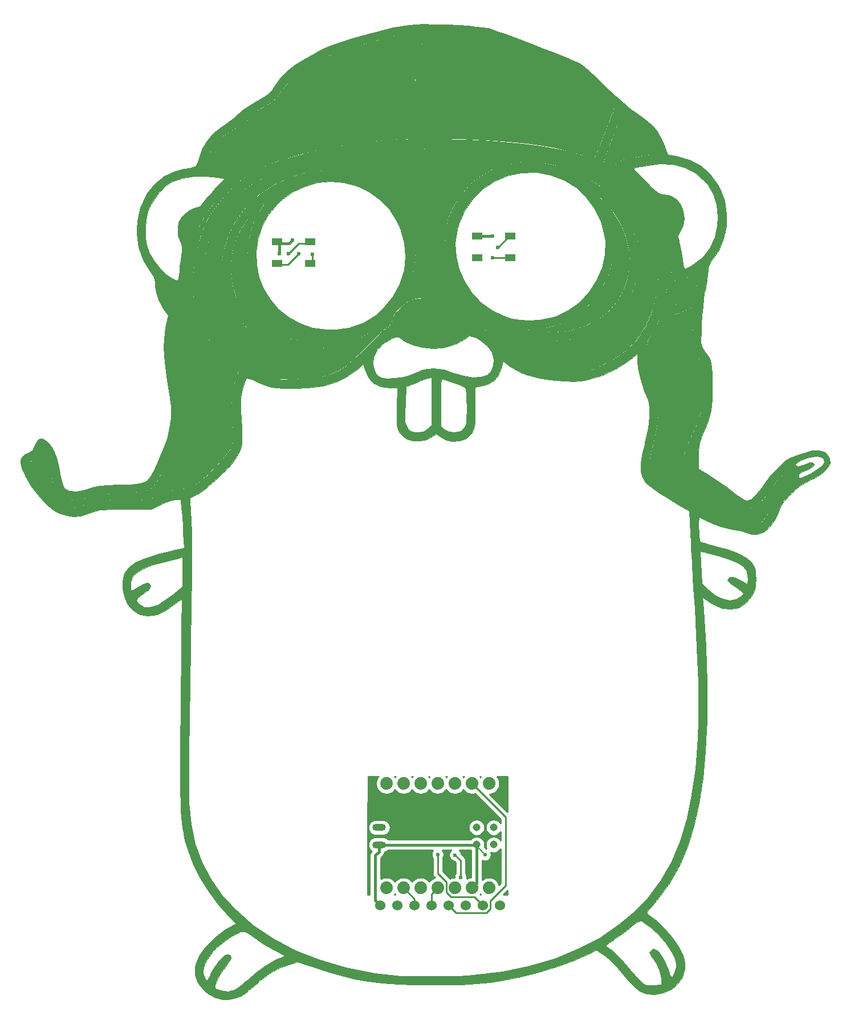
<source format=gbr>
G04 #@! TF.GenerationSoftware,KiCad,Pcbnew,(5.1.2)-1*
G04 #@! TF.CreationDate,2023-11-23T11:34:59+09:00*
G04 #@! TF.ProjectId,gopher_goldpilot_xiao_v2,676f7068-6572-45f6-976f-6c6470696c6f,rev?*
G04 #@! TF.SameCoordinates,Original*
G04 #@! TF.FileFunction,Copper,L1,Top*
G04 #@! TF.FilePolarity,Positive*
%FSLAX46Y46*%
G04 Gerber Fmt 4.6, Leading zero omitted, Abs format (unit mm)*
G04 Created by KiCad (PCBNEW (5.1.2)-1) date 2023-11-23 11:34:59*
%MOMM*%
%LPD*%
G04 APERTURE LIST*
%ADD10C,0.100000*%
%ADD11C,0.010000*%
%ADD12C,1.524000*%
%ADD13C,1.879600*%
%ADD14O,2.032000X1.016000*%
%ADD15C,1.143000*%
%ADD16R,1.500000X1.000000*%
%ADD17C,0.600000*%
%ADD18C,0.250000*%
%ADD19C,0.400000*%
%ADD20C,0.200000*%
%ADD21C,0.254000*%
G04 APERTURE END LIST*
D10*
G36*
X92742600Y-65076520D02*
G01*
X92622600Y-65286520D01*
X92062600Y-65991520D01*
X91372600Y-66971520D01*
X90892600Y-68011520D01*
X90472600Y-68941520D01*
X89912600Y-71111520D01*
X89742600Y-73411520D01*
X89862600Y-75201520D01*
X90412600Y-77391520D01*
X91272600Y-79331520D01*
X91972600Y-80331520D01*
X92482600Y-81091520D01*
X93212600Y-81841520D01*
X93992600Y-82631520D01*
X95792600Y-83941520D01*
X97802600Y-84891520D01*
X100092600Y-85521520D01*
X100502600Y-85591520D01*
X101032600Y-85711520D01*
X101132600Y-85751520D01*
X101172600Y-85761520D01*
X100862600Y-85791520D01*
X100142600Y-85841520D01*
X99502600Y-85891520D01*
X99092600Y-85921520D01*
X97352600Y-85821520D01*
X95532600Y-85451520D01*
X93752600Y-84881520D01*
X92172600Y-84111520D01*
X90692600Y-83151520D01*
X89622600Y-82101520D01*
X89082600Y-81351520D01*
X88112600Y-79541520D01*
X87512600Y-77591520D01*
X87272600Y-75591520D01*
X87392600Y-73541520D01*
X87892600Y-71501520D01*
X88722600Y-69581520D01*
X89902600Y-67781520D01*
X91452600Y-66131520D01*
X92742600Y-65076520D01*
G37*
X92742600Y-65076520D02*
X92622600Y-65286520D01*
X92062600Y-65991520D01*
X91372600Y-66971520D01*
X90892600Y-68011520D01*
X90472600Y-68941520D01*
X89912600Y-71111520D01*
X89742600Y-73411520D01*
X89862600Y-75201520D01*
X90412600Y-77391520D01*
X91272600Y-79331520D01*
X91972600Y-80331520D01*
X92482600Y-81091520D01*
X93212600Y-81841520D01*
X93992600Y-82631520D01*
X95792600Y-83941520D01*
X97802600Y-84891520D01*
X100092600Y-85521520D01*
X100502600Y-85591520D01*
X101032600Y-85711520D01*
X101132600Y-85751520D01*
X101172600Y-85761520D01*
X100862600Y-85791520D01*
X100142600Y-85841520D01*
X99502600Y-85891520D01*
X99092600Y-85921520D01*
X97352600Y-85821520D01*
X95532600Y-85451520D01*
X93752600Y-84881520D01*
X92172600Y-84111520D01*
X90692600Y-83151520D01*
X89622600Y-82101520D01*
X89082600Y-81351520D01*
X88112600Y-79541520D01*
X87512600Y-77591520D01*
X87272600Y-75591520D01*
X87392600Y-73541520D01*
X87892600Y-71501520D01*
X88722600Y-69581520D01*
X89902600Y-67781520D01*
X91452600Y-66131520D01*
X92742600Y-65076520D01*
G36*
X141932600Y-64616520D02*
G01*
X142592600Y-65086520D01*
X143352600Y-65991520D01*
X144172600Y-67141520D01*
X144772600Y-68051520D01*
X145262600Y-68991520D01*
X145902600Y-70551520D01*
X146372600Y-72621520D01*
X146492600Y-74711520D01*
X146232600Y-76621520D01*
X145612600Y-78431520D01*
X144672600Y-80071520D01*
X143402600Y-81551520D01*
X141812600Y-82801520D01*
X139902600Y-83771520D01*
X137732600Y-84381520D01*
X136592600Y-84541520D01*
X135052600Y-84631520D01*
X133872600Y-84650270D01*
X132552600Y-84582770D01*
X131062600Y-84369020D01*
X132302600Y-84336520D01*
X134792600Y-83931520D01*
X137032600Y-83091520D01*
X138882600Y-82001520D01*
X139812600Y-81211520D01*
X140552600Y-80581520D01*
X140932600Y-80171520D01*
X141662600Y-79221520D01*
X142352600Y-78291520D01*
X143332600Y-76351520D01*
X143912600Y-74201520D01*
X144112600Y-71931520D01*
X144092600Y-71341520D01*
X143872600Y-69351520D01*
X143322600Y-67521520D01*
X142512600Y-65871520D01*
X141992600Y-64891520D01*
X141932600Y-64616520D01*
G37*
X141932600Y-64616520D02*
X142592600Y-65086520D01*
X143352600Y-65991520D01*
X144172600Y-67141520D01*
X144772600Y-68051520D01*
X145262600Y-68991520D01*
X145902600Y-70551520D01*
X146372600Y-72621520D01*
X146492600Y-74711520D01*
X146232600Y-76621520D01*
X145612600Y-78431520D01*
X144672600Y-80071520D01*
X143402600Y-81551520D01*
X141812600Y-82801520D01*
X139902600Y-83771520D01*
X137732600Y-84381520D01*
X136592600Y-84541520D01*
X135052600Y-84631520D01*
X133872600Y-84650270D01*
X132552600Y-84582770D01*
X131062600Y-84369020D01*
X132302600Y-84336520D01*
X134792600Y-83931520D01*
X137032600Y-83091520D01*
X138882600Y-82001520D01*
X139812600Y-81211520D01*
X140552600Y-80581520D01*
X140932600Y-80171520D01*
X141662600Y-79221520D01*
X142352600Y-78291520D01*
X143332600Y-76351520D01*
X143912600Y-74201520D01*
X144112600Y-71931520D01*
X144092600Y-71341520D01*
X143872600Y-69351520D01*
X143322600Y-67521520D01*
X142512600Y-65871520D01*
X141992600Y-64891520D01*
X141932600Y-64616520D01*
G36*
X147532600Y-71291520D02*
G01*
X148572600Y-70971520D01*
X149762600Y-70691520D01*
X149862600Y-70771520D01*
X150012600Y-71351520D01*
X150302600Y-72401520D01*
X150532600Y-73291520D01*
X150722600Y-74961520D01*
X150802600Y-75681520D01*
X150702600Y-77961520D01*
X150542600Y-79011520D01*
X149892600Y-81501520D01*
X148892600Y-83771520D01*
X147602600Y-85711520D01*
X146562600Y-86801520D01*
X145902600Y-87441520D01*
X143982600Y-88801520D01*
X142302600Y-89621520D01*
X141712600Y-89921520D01*
X140802600Y-90241520D01*
X140192600Y-90381520D01*
X139522600Y-90451520D01*
X138682600Y-90481520D01*
X137892600Y-90481520D01*
X135762600Y-90451520D01*
X133902600Y-90291520D01*
X132252600Y-89931520D01*
X131002600Y-89421520D01*
X129772600Y-88711520D01*
X128592600Y-87731520D01*
X127032600Y-86141520D01*
X125892600Y-85031520D01*
X125022600Y-84301520D01*
X124422600Y-83891520D01*
X123952600Y-83611520D01*
X123492600Y-83211520D01*
X123142600Y-82221520D01*
X122712600Y-81601520D01*
X122562600Y-81371520D01*
X122962600Y-81061520D01*
X123032600Y-81051520D01*
X123272600Y-81281520D01*
X123682600Y-81711520D01*
X124262600Y-82301520D01*
X125022600Y-82871520D01*
X126102600Y-83701520D01*
X128072600Y-84801520D01*
X130152600Y-85481520D01*
X132122600Y-85951520D01*
X132792600Y-85981520D01*
X133942600Y-85981520D01*
X135282600Y-85941520D01*
X136222600Y-85901520D01*
X137382600Y-85801520D01*
X138432600Y-85641520D01*
X139392600Y-85381520D01*
X140932600Y-84811520D01*
X143022600Y-83651520D01*
X144632600Y-82331520D01*
X145972600Y-80691520D01*
X146962600Y-78761520D01*
X147622600Y-76641520D01*
X147862600Y-74461520D01*
X147762600Y-72381520D01*
X147492600Y-71301520D01*
X147532600Y-71291520D01*
G37*
X147532600Y-71291520D02*
X148572600Y-70971520D01*
X149762600Y-70691520D01*
X149862600Y-70771520D01*
X150012600Y-71351520D01*
X150302600Y-72401520D01*
X150532600Y-73291520D01*
X150722600Y-74961520D01*
X150802600Y-75681520D01*
X150702600Y-77961520D01*
X150542600Y-79011520D01*
X149892600Y-81501520D01*
X148892600Y-83771520D01*
X147602600Y-85711520D01*
X146562600Y-86801520D01*
X145902600Y-87441520D01*
X143982600Y-88801520D01*
X142302600Y-89621520D01*
X141712600Y-89921520D01*
X140802600Y-90241520D01*
X140192600Y-90381520D01*
X139522600Y-90451520D01*
X138682600Y-90481520D01*
X137892600Y-90481520D01*
X135762600Y-90451520D01*
X133902600Y-90291520D01*
X132252600Y-89931520D01*
X131002600Y-89421520D01*
X129772600Y-88711520D01*
X128592600Y-87731520D01*
X127032600Y-86141520D01*
X125892600Y-85031520D01*
X125022600Y-84301520D01*
X124422600Y-83891520D01*
X123952600Y-83611520D01*
X123492600Y-83211520D01*
X123142600Y-82221520D01*
X122712600Y-81601520D01*
X122562600Y-81371520D01*
X122962600Y-81061520D01*
X123032600Y-81051520D01*
X123272600Y-81281520D01*
X123682600Y-81711520D01*
X124262600Y-82301520D01*
X125022600Y-82871520D01*
X126102600Y-83701520D01*
X128072600Y-84801520D01*
X130152600Y-85481520D01*
X132122600Y-85951520D01*
X132792600Y-85981520D01*
X133942600Y-85981520D01*
X135282600Y-85941520D01*
X136222600Y-85901520D01*
X137382600Y-85801520D01*
X138432600Y-85641520D01*
X139392600Y-85381520D01*
X140932600Y-84811520D01*
X143022600Y-83651520D01*
X144632600Y-82331520D01*
X145972600Y-80691520D01*
X146962600Y-78761520D01*
X147622600Y-76641520D01*
X147862600Y-74461520D01*
X147762600Y-72381520D01*
X147492600Y-71301520D01*
X147532600Y-71291520D01*
G36*
X104447600Y-58276520D02*
G01*
X106162600Y-58051520D01*
X108622600Y-57656520D01*
X113382600Y-57446520D01*
X118362600Y-57521520D01*
X121542600Y-57521520D01*
X124952600Y-57611520D01*
X126812600Y-57681520D01*
X130102600Y-57971520D01*
X133402600Y-58411520D01*
X136272600Y-58991520D01*
X138772600Y-59701520D01*
X140992600Y-60571520D01*
X142952600Y-61631520D01*
X144602600Y-62821520D01*
X146072600Y-64231520D01*
X147082600Y-65521520D01*
X147322600Y-65821520D01*
X148792600Y-68291520D01*
X149812600Y-70681520D01*
X147512600Y-71241520D01*
X147292600Y-70311520D01*
X146902600Y-69351520D01*
X146452600Y-68241520D01*
X146202600Y-67761520D01*
X145712600Y-66981520D01*
X145072600Y-65931520D01*
X143952600Y-64651520D01*
X143402600Y-64061520D01*
X141542600Y-62521520D01*
X139352600Y-61221520D01*
X136882600Y-60201520D01*
X134342600Y-59581520D01*
X132762600Y-59381520D01*
X130522600Y-59391520D01*
X128172600Y-59801520D01*
X126202600Y-60491520D01*
X124302600Y-61541520D01*
X122792600Y-62741520D01*
X121462600Y-64241520D01*
X120292600Y-66056520D01*
X119557600Y-67864020D01*
X119132600Y-69841520D01*
X119027600Y-72124020D01*
X119477600Y-74779020D01*
X114652600Y-75161520D01*
X114592600Y-74851520D01*
X114812600Y-72571520D01*
X114682600Y-70851520D01*
X114152600Y-68751520D01*
X113282600Y-66801520D01*
X112052600Y-65051520D01*
X110472600Y-63501520D01*
X108542600Y-62171520D01*
X106372600Y-61211520D01*
X104977600Y-60866520D01*
X104447600Y-58276520D01*
G37*
X104447600Y-58276520D02*
X106162600Y-58051520D01*
X108622600Y-57656520D01*
X113382600Y-57446520D01*
X118362600Y-57521520D01*
X121542600Y-57521520D01*
X124952600Y-57611520D01*
X126812600Y-57681520D01*
X130102600Y-57971520D01*
X133402600Y-58411520D01*
X136272600Y-58991520D01*
X138772600Y-59701520D01*
X140992600Y-60571520D01*
X142952600Y-61631520D01*
X144602600Y-62821520D01*
X146072600Y-64231520D01*
X147082600Y-65521520D01*
X147322600Y-65821520D01*
X148792600Y-68291520D01*
X149812600Y-70681520D01*
X147512600Y-71241520D01*
X147292600Y-70311520D01*
X146902600Y-69351520D01*
X146452600Y-68241520D01*
X146202600Y-67761520D01*
X145712600Y-66981520D01*
X145072600Y-65931520D01*
X143952600Y-64651520D01*
X143402600Y-64061520D01*
X141542600Y-62521520D01*
X139352600Y-61221520D01*
X136882600Y-60201520D01*
X134342600Y-59581520D01*
X132762600Y-59381520D01*
X130522600Y-59391520D01*
X128172600Y-59801520D01*
X126202600Y-60491520D01*
X124302600Y-61541520D01*
X122792600Y-62741520D01*
X121462600Y-64241520D01*
X120292600Y-66056520D01*
X119557600Y-67864020D01*
X119132600Y-69841520D01*
X119027600Y-72124020D01*
X119477600Y-74779020D01*
X114652600Y-75161520D01*
X114592600Y-74851520D01*
X114812600Y-72571520D01*
X114682600Y-70851520D01*
X114152600Y-68751520D01*
X113282600Y-66801520D01*
X112052600Y-65051520D01*
X110472600Y-63501520D01*
X108542600Y-62171520D01*
X106372600Y-61211520D01*
X104977600Y-60866520D01*
X104447600Y-58276520D01*
G36*
X84012600Y-82821520D02*
G01*
X83342600Y-80701520D01*
X83202600Y-79831520D01*
X83137600Y-77166520D01*
X83287600Y-74356520D01*
X83632600Y-72251520D01*
X84212600Y-70461520D01*
X85192600Y-68471520D01*
X86412600Y-66491520D01*
X87752600Y-64901520D01*
X88692600Y-64021520D01*
X89162600Y-63581520D01*
X90422600Y-62721520D01*
X92232600Y-61731520D01*
X92542600Y-61551520D01*
X94942600Y-60571520D01*
X97662600Y-59691520D01*
X100652600Y-58971520D01*
X104382600Y-58261520D01*
X104992600Y-60871520D01*
X104752600Y-60801520D01*
X103142600Y-60651520D01*
X101482600Y-60621520D01*
X99792600Y-60741520D01*
X98272600Y-61011520D01*
X96072600Y-61671520D01*
X94492600Y-62411520D01*
X93702600Y-62771520D01*
X92192600Y-63751520D01*
X91592600Y-64151520D01*
X90242600Y-65391520D01*
X89722600Y-65851520D01*
X88932600Y-66881520D01*
X88222600Y-67781520D01*
X87112600Y-69811520D01*
X86562600Y-71361520D01*
X86252600Y-72291520D01*
X85932600Y-74071520D01*
X85902600Y-76301520D01*
X86282600Y-78451520D01*
X86982600Y-80381520D01*
X88052600Y-82181520D01*
X88802600Y-83091520D01*
X89452600Y-83801520D01*
X91092600Y-85121520D01*
X93032600Y-86151520D01*
X95182600Y-86801520D01*
X95652600Y-86891520D01*
X97072600Y-87041520D01*
X98562600Y-87121520D01*
X100242600Y-87111520D01*
X101722600Y-87011520D01*
X103082600Y-86831520D01*
X104512600Y-86421520D01*
X106652600Y-85471520D01*
X108462600Y-84311520D01*
X109742600Y-83221520D01*
X110282600Y-82741520D01*
X111742600Y-81031520D01*
X112652600Y-79671520D01*
X113042600Y-79041520D01*
X113962600Y-76991520D01*
X114542600Y-74921520D01*
X119442600Y-74791520D01*
X120062600Y-76571520D01*
X121202600Y-78711520D01*
X121842600Y-79561520D01*
X122632600Y-80621520D01*
X122982600Y-80991520D01*
X122532600Y-81351520D01*
X121732600Y-80601520D01*
X120732600Y-80011520D01*
X119862600Y-79661520D01*
X119232600Y-79541520D01*
X118392600Y-79491520D01*
X116972600Y-79461520D01*
X115832600Y-79511520D01*
X115252600Y-79551520D01*
X114512600Y-79731520D01*
X113852600Y-80011520D01*
X113482600Y-80201520D01*
X112672600Y-80751520D01*
X112052600Y-81341520D01*
X111482600Y-82141520D01*
X111252600Y-82781520D01*
X111182600Y-83211520D01*
X110902600Y-83591520D01*
X110152600Y-84151520D01*
X109152600Y-85041520D01*
X108092600Y-86051520D01*
X106482600Y-87691520D01*
X106067600Y-88116520D01*
X105137600Y-89006520D01*
X104497600Y-89586520D01*
X103427600Y-90296520D01*
X102212600Y-90811520D01*
X101202600Y-91181520D01*
X100262600Y-91361520D01*
X99312600Y-91491520D01*
X97912600Y-91571520D01*
X96492600Y-91631520D01*
X94792600Y-91581520D01*
X94022600Y-91511520D01*
X93252600Y-91371520D01*
X91692600Y-90771520D01*
X89707600Y-89661520D01*
X87817600Y-88181520D01*
X86362600Y-86591520D01*
X85312600Y-85171520D01*
X85022600Y-84751520D01*
X84312600Y-83401520D01*
X84012600Y-82821520D01*
G37*
X84012600Y-82821520D02*
X83342600Y-80701520D01*
X83202600Y-79831520D01*
X83137600Y-77166520D01*
X83287600Y-74356520D01*
X83632600Y-72251520D01*
X84212600Y-70461520D01*
X85192600Y-68471520D01*
X86412600Y-66491520D01*
X87752600Y-64901520D01*
X88692600Y-64021520D01*
X89162600Y-63581520D01*
X90422600Y-62721520D01*
X92232600Y-61731520D01*
X92542600Y-61551520D01*
X94942600Y-60571520D01*
X97662600Y-59691520D01*
X100652600Y-58971520D01*
X104382600Y-58261520D01*
X104992600Y-60871520D01*
X104752600Y-60801520D01*
X103142600Y-60651520D01*
X101482600Y-60621520D01*
X99792600Y-60741520D01*
X98272600Y-61011520D01*
X96072600Y-61671520D01*
X94492600Y-62411520D01*
X93702600Y-62771520D01*
X92192600Y-63751520D01*
X91592600Y-64151520D01*
X90242600Y-65391520D01*
X89722600Y-65851520D01*
X88932600Y-66881520D01*
X88222600Y-67781520D01*
X87112600Y-69811520D01*
X86562600Y-71361520D01*
X86252600Y-72291520D01*
X85932600Y-74071520D01*
X85902600Y-76301520D01*
X86282600Y-78451520D01*
X86982600Y-80381520D01*
X88052600Y-82181520D01*
X88802600Y-83091520D01*
X89452600Y-83801520D01*
X91092600Y-85121520D01*
X93032600Y-86151520D01*
X95182600Y-86801520D01*
X95652600Y-86891520D01*
X97072600Y-87041520D01*
X98562600Y-87121520D01*
X100242600Y-87111520D01*
X101722600Y-87011520D01*
X103082600Y-86831520D01*
X104512600Y-86421520D01*
X106652600Y-85471520D01*
X108462600Y-84311520D01*
X109742600Y-83221520D01*
X110282600Y-82741520D01*
X111742600Y-81031520D01*
X112652600Y-79671520D01*
X113042600Y-79041520D01*
X113962600Y-76991520D01*
X114542600Y-74921520D01*
X119442600Y-74791520D01*
X120062600Y-76571520D01*
X121202600Y-78711520D01*
X121842600Y-79561520D01*
X122632600Y-80621520D01*
X122982600Y-80991520D01*
X122532600Y-81351520D01*
X121732600Y-80601520D01*
X120732600Y-80011520D01*
X119862600Y-79661520D01*
X119232600Y-79541520D01*
X118392600Y-79491520D01*
X116972600Y-79461520D01*
X115832600Y-79511520D01*
X115252600Y-79551520D01*
X114512600Y-79731520D01*
X113852600Y-80011520D01*
X113482600Y-80201520D01*
X112672600Y-80751520D01*
X112052600Y-81341520D01*
X111482600Y-82141520D01*
X111252600Y-82781520D01*
X111182600Y-83211520D01*
X110902600Y-83591520D01*
X110152600Y-84151520D01*
X109152600Y-85041520D01*
X108092600Y-86051520D01*
X106482600Y-87691520D01*
X106067600Y-88116520D01*
X105137600Y-89006520D01*
X104497600Y-89586520D01*
X103427600Y-90296520D01*
X102212600Y-90811520D01*
X101202600Y-91181520D01*
X100262600Y-91361520D01*
X99312600Y-91491520D01*
X97912600Y-91571520D01*
X96492600Y-91631520D01*
X94792600Y-91581520D01*
X94022600Y-91511520D01*
X93252600Y-91371520D01*
X91692600Y-90771520D01*
X89707600Y-89661520D01*
X87817600Y-88181520D01*
X86362600Y-86591520D01*
X85312600Y-85171520D01*
X85022600Y-84751520D01*
X84312600Y-83401520D01*
X84012600Y-82821520D01*
G36*
X149152600Y-86261520D02*
G01*
X149412600Y-85711520D01*
X149992600Y-84771520D01*
X150502600Y-83841520D01*
X150692600Y-83401520D01*
X151072600Y-82661520D01*
X151352600Y-82391520D01*
X152572600Y-82231520D01*
X154322600Y-81751520D01*
X155062600Y-81411520D01*
X155662600Y-81131520D01*
X155962600Y-81021520D01*
X155972600Y-81831520D01*
X155952600Y-83131520D01*
X155862600Y-85481520D01*
X155772600Y-87271520D01*
X156592600Y-88321520D01*
X157092600Y-89041520D01*
X157312600Y-89581520D01*
X157472600Y-90291520D01*
X157632600Y-92471520D01*
X157542600Y-94501520D01*
X157152600Y-96451520D01*
X156512600Y-98381520D01*
X155442600Y-100661520D01*
X154972600Y-101761520D01*
X154642600Y-102851520D01*
X154612600Y-103831520D01*
X154922600Y-104741520D01*
X155602600Y-105581520D01*
X156622600Y-106401520D01*
X157072600Y-106671520D01*
X158322600Y-107471520D01*
X158932600Y-107901520D01*
X159562600Y-108321520D01*
X160472600Y-108971520D01*
X162002600Y-110121520D01*
X162982600Y-110731520D01*
X163522600Y-110941520D01*
X163792600Y-110961520D01*
X164752600Y-110821520D01*
X165702600Y-110231520D01*
X166192600Y-109701520D01*
X166632600Y-109201520D01*
X166892600Y-108841520D01*
X167472600Y-108061520D01*
X168042600Y-107331520D01*
X168512600Y-106741520D01*
X168942600Y-106221520D01*
X169152600Y-105961520D01*
X169452600Y-105631520D01*
X169532600Y-105551520D01*
X169792600Y-105341520D01*
X169922600Y-105421520D01*
X170122600Y-105761520D01*
X170332600Y-106241520D01*
X170452600Y-106701520D01*
X170432600Y-106921520D01*
X170022600Y-107231520D01*
X169642600Y-107531520D01*
X169182600Y-107881520D01*
X168142600Y-109231520D01*
X167972600Y-109581520D01*
X167582600Y-110401520D01*
X167342600Y-110971520D01*
X167272600Y-111141520D01*
X166802600Y-112071520D01*
X166232600Y-112781520D01*
X165622600Y-113221520D01*
X165062600Y-113371520D01*
X164482600Y-113201520D01*
X164352600Y-113131520D01*
X163872600Y-112991520D01*
X162692600Y-112721520D01*
X161862600Y-112561520D01*
X160922600Y-112331520D01*
X160112600Y-112091520D01*
X159212600Y-111751520D01*
X157472600Y-110811520D01*
X155462600Y-109661520D01*
X152542600Y-107881520D01*
X151142600Y-107011520D01*
X150142600Y-106271520D01*
X149722600Y-105761520D01*
X149522600Y-105211520D01*
X149452600Y-104561520D01*
X149542600Y-103691520D01*
X149782600Y-102511520D01*
X150172600Y-100841520D01*
X150332600Y-100151520D01*
X150572600Y-98931520D01*
X150672600Y-98411520D01*
X150832600Y-96981520D01*
X150782600Y-95721520D01*
X150562600Y-94561520D01*
X150082600Y-93281520D01*
X149752600Y-92441520D01*
X149592600Y-92051520D01*
X149252600Y-90851520D01*
X149062600Y-89541520D01*
X149012600Y-88001520D01*
X149042600Y-86791520D01*
X149132600Y-86321520D01*
X149152600Y-86261520D01*
G37*
X149152600Y-86261520D02*
X149412600Y-85711520D01*
X149992600Y-84771520D01*
X150502600Y-83841520D01*
X150692600Y-83401520D01*
X151072600Y-82661520D01*
X151352600Y-82391520D01*
X152572600Y-82231520D01*
X154322600Y-81751520D01*
X155062600Y-81411520D01*
X155662600Y-81131520D01*
X155962600Y-81021520D01*
X155972600Y-81831520D01*
X155952600Y-83131520D01*
X155862600Y-85481520D01*
X155772600Y-87271520D01*
X156592600Y-88321520D01*
X157092600Y-89041520D01*
X157312600Y-89581520D01*
X157472600Y-90291520D01*
X157632600Y-92471520D01*
X157542600Y-94501520D01*
X157152600Y-96451520D01*
X156512600Y-98381520D01*
X155442600Y-100661520D01*
X154972600Y-101761520D01*
X154642600Y-102851520D01*
X154612600Y-103831520D01*
X154922600Y-104741520D01*
X155602600Y-105581520D01*
X156622600Y-106401520D01*
X157072600Y-106671520D01*
X158322600Y-107471520D01*
X158932600Y-107901520D01*
X159562600Y-108321520D01*
X160472600Y-108971520D01*
X162002600Y-110121520D01*
X162982600Y-110731520D01*
X163522600Y-110941520D01*
X163792600Y-110961520D01*
X164752600Y-110821520D01*
X165702600Y-110231520D01*
X166192600Y-109701520D01*
X166632600Y-109201520D01*
X166892600Y-108841520D01*
X167472600Y-108061520D01*
X168042600Y-107331520D01*
X168512600Y-106741520D01*
X168942600Y-106221520D01*
X169152600Y-105961520D01*
X169452600Y-105631520D01*
X169532600Y-105551520D01*
X169792600Y-105341520D01*
X169922600Y-105421520D01*
X170122600Y-105761520D01*
X170332600Y-106241520D01*
X170452600Y-106701520D01*
X170432600Y-106921520D01*
X170022600Y-107231520D01*
X169642600Y-107531520D01*
X169182600Y-107881520D01*
X168142600Y-109231520D01*
X167972600Y-109581520D01*
X167582600Y-110401520D01*
X167342600Y-110971520D01*
X167272600Y-111141520D01*
X166802600Y-112071520D01*
X166232600Y-112781520D01*
X165622600Y-113221520D01*
X165062600Y-113371520D01*
X164482600Y-113201520D01*
X164352600Y-113131520D01*
X163872600Y-112991520D01*
X162692600Y-112721520D01*
X161862600Y-112561520D01*
X160922600Y-112331520D01*
X160112600Y-112091520D01*
X159212600Y-111751520D01*
X157472600Y-110811520D01*
X155462600Y-109661520D01*
X152542600Y-107881520D01*
X151142600Y-107011520D01*
X150142600Y-106271520D01*
X149722600Y-105761520D01*
X149522600Y-105211520D01*
X149452600Y-104561520D01*
X149542600Y-103691520D01*
X149782600Y-102511520D01*
X150172600Y-100841520D01*
X150332600Y-100151520D01*
X150572600Y-98931520D01*
X150672600Y-98411520D01*
X150832600Y-96981520D01*
X150782600Y-95721520D01*
X150562600Y-94561520D01*
X150082600Y-93281520D01*
X149752600Y-92441520D01*
X149592600Y-92051520D01*
X149252600Y-90851520D01*
X149062600Y-89541520D01*
X149012600Y-88001520D01*
X149042600Y-86791520D01*
X149132600Y-86321520D01*
X149152600Y-86261520D01*
G36*
X79172600Y-83111520D02*
G01*
X79412600Y-83131520D01*
X79882600Y-83271520D01*
X80732600Y-83481520D01*
X82982600Y-83931520D01*
X83362600Y-84721520D01*
X83882600Y-85661520D01*
X84692600Y-86841520D01*
X85572600Y-87941520D01*
X86542600Y-89031520D01*
X87432600Y-89811520D01*
X88352600Y-90541520D01*
X88112600Y-91301520D01*
X87802600Y-92361520D01*
X87542600Y-93881520D01*
X87402600Y-95561520D01*
X87402600Y-97391520D01*
X87542600Y-99271520D01*
X87602600Y-99571520D01*
X87642600Y-99961520D01*
X87672600Y-100531520D01*
X87632600Y-101011520D01*
X87482600Y-101441520D01*
X87202600Y-101991520D01*
X86912600Y-102451520D01*
X86232600Y-103361520D01*
X85342600Y-104341520D01*
X84792600Y-104921520D01*
X83392600Y-106211520D01*
X82652600Y-106831520D01*
X81832600Y-107401520D01*
X81272600Y-107671520D01*
X80512600Y-107851520D01*
X79072600Y-108101520D01*
X78772600Y-108171520D01*
X77782600Y-108431520D01*
X77462600Y-108521520D01*
X76452600Y-108911520D01*
X75992600Y-109151520D01*
X75562600Y-109311520D01*
X75092600Y-109431520D01*
X74522600Y-109501520D01*
X73702600Y-109541520D01*
X72832600Y-109561520D01*
X71572600Y-109571520D01*
X70062600Y-109591520D01*
X68642600Y-109641520D01*
X67772600Y-109731520D01*
X67232600Y-109841520D01*
X66762600Y-109971520D01*
X66252600Y-110131520D01*
X65562600Y-110371520D01*
X64662600Y-110621520D01*
X63952600Y-110721520D01*
X63292600Y-110661520D01*
X62552600Y-110431520D01*
X61452600Y-109861520D01*
X60372600Y-108941520D01*
X59472600Y-107841520D01*
X59232600Y-107551520D01*
X58642600Y-106651520D01*
X57852600Y-105301520D01*
X57402600Y-104421520D01*
X57272600Y-104051520D01*
X57502600Y-103881520D01*
X58102600Y-103601520D01*
X58652600Y-103201520D01*
X59012600Y-102741520D01*
X59222600Y-102371520D01*
X59382600Y-102211520D01*
X59532600Y-102311520D01*
X59782600Y-102781520D01*
X60062600Y-103551520D01*
X60302600Y-104501520D01*
X60532600Y-105701520D01*
X60822600Y-107131520D01*
X60912600Y-107481520D01*
X60982600Y-107801520D01*
X61132600Y-108251520D01*
X61422600Y-108661520D01*
X62142600Y-109151520D01*
X63122600Y-109451520D01*
X64192600Y-109561520D01*
X65372600Y-109471520D01*
X66462600Y-109161520D01*
X67172600Y-108961520D01*
X68092600Y-108821520D01*
X69352600Y-108691520D01*
X70852600Y-108621520D01*
X72342600Y-108541520D01*
X73692600Y-108441520D01*
X74652600Y-108271520D01*
X75282600Y-108021520D01*
X75792600Y-107641520D01*
X76222600Y-107081520D01*
X76622600Y-106371520D01*
X76932600Y-105731520D01*
X77282600Y-105031520D01*
X77572600Y-104411520D01*
X78022600Y-103441520D01*
X78402600Y-102521520D01*
X78622600Y-102031520D01*
X78842600Y-101371520D01*
X79042600Y-100801520D01*
X79322600Y-99711520D01*
X79502600Y-98551520D01*
X79592600Y-97311520D01*
X79612600Y-96071520D01*
X79602600Y-95571520D01*
X79532600Y-94531520D01*
X79402600Y-93531520D01*
X79152600Y-92031520D01*
X78952600Y-90771520D01*
X78812600Y-89941520D01*
X78622600Y-87681520D01*
X78622600Y-85701520D01*
X78842600Y-84071520D01*
X79042600Y-83361520D01*
X79172600Y-83111520D01*
G37*
X79172600Y-83111520D02*
X79412600Y-83131520D01*
X79882600Y-83271520D01*
X80732600Y-83481520D01*
X82982600Y-83931520D01*
X83362600Y-84721520D01*
X83882600Y-85661520D01*
X84692600Y-86841520D01*
X85572600Y-87941520D01*
X86542600Y-89031520D01*
X87432600Y-89811520D01*
X88352600Y-90541520D01*
X88112600Y-91301520D01*
X87802600Y-92361520D01*
X87542600Y-93881520D01*
X87402600Y-95561520D01*
X87402600Y-97391520D01*
X87542600Y-99271520D01*
X87602600Y-99571520D01*
X87642600Y-99961520D01*
X87672600Y-100531520D01*
X87632600Y-101011520D01*
X87482600Y-101441520D01*
X87202600Y-101991520D01*
X86912600Y-102451520D01*
X86232600Y-103361520D01*
X85342600Y-104341520D01*
X84792600Y-104921520D01*
X83392600Y-106211520D01*
X82652600Y-106831520D01*
X81832600Y-107401520D01*
X81272600Y-107671520D01*
X80512600Y-107851520D01*
X79072600Y-108101520D01*
X78772600Y-108171520D01*
X77782600Y-108431520D01*
X77462600Y-108521520D01*
X76452600Y-108911520D01*
X75992600Y-109151520D01*
X75562600Y-109311520D01*
X75092600Y-109431520D01*
X74522600Y-109501520D01*
X73702600Y-109541520D01*
X72832600Y-109561520D01*
X71572600Y-109571520D01*
X70062600Y-109591520D01*
X68642600Y-109641520D01*
X67772600Y-109731520D01*
X67232600Y-109841520D01*
X66762600Y-109971520D01*
X66252600Y-110131520D01*
X65562600Y-110371520D01*
X64662600Y-110621520D01*
X63952600Y-110721520D01*
X63292600Y-110661520D01*
X62552600Y-110431520D01*
X61452600Y-109861520D01*
X60372600Y-108941520D01*
X59472600Y-107841520D01*
X59232600Y-107551520D01*
X58642600Y-106651520D01*
X57852600Y-105301520D01*
X57402600Y-104421520D01*
X57272600Y-104051520D01*
X57502600Y-103881520D01*
X58102600Y-103601520D01*
X58652600Y-103201520D01*
X59012600Y-102741520D01*
X59222600Y-102371520D01*
X59382600Y-102211520D01*
X59532600Y-102311520D01*
X59782600Y-102781520D01*
X60062600Y-103551520D01*
X60302600Y-104501520D01*
X60532600Y-105701520D01*
X60822600Y-107131520D01*
X60912600Y-107481520D01*
X60982600Y-107801520D01*
X61132600Y-108251520D01*
X61422600Y-108661520D01*
X62142600Y-109151520D01*
X63122600Y-109451520D01*
X64192600Y-109561520D01*
X65372600Y-109471520D01*
X66462600Y-109161520D01*
X67172600Y-108961520D01*
X68092600Y-108821520D01*
X69352600Y-108691520D01*
X70852600Y-108621520D01*
X72342600Y-108541520D01*
X73692600Y-108441520D01*
X74652600Y-108271520D01*
X75282600Y-108021520D01*
X75792600Y-107641520D01*
X76222600Y-107081520D01*
X76622600Y-106371520D01*
X76932600Y-105731520D01*
X77282600Y-105031520D01*
X77572600Y-104411520D01*
X78022600Y-103441520D01*
X78402600Y-102521520D01*
X78622600Y-102031520D01*
X78842600Y-101371520D01*
X79042600Y-100801520D01*
X79322600Y-99711520D01*
X79502600Y-98551520D01*
X79592600Y-97311520D01*
X79612600Y-96071520D01*
X79602600Y-95571520D01*
X79532600Y-94531520D01*
X79402600Y-93531520D01*
X79152600Y-92031520D01*
X78952600Y-90771520D01*
X78812600Y-89941520D01*
X78622600Y-87681520D01*
X78622600Y-85701520D01*
X78842600Y-84071520D01*
X79042600Y-83361520D01*
X79172600Y-83111520D01*
G36*
X152822600Y-77141520D02*
G01*
X153932600Y-76881520D01*
X154742600Y-76611520D01*
X154912600Y-76561520D01*
X155182600Y-76451520D01*
X155572600Y-76301520D01*
X155752600Y-76231520D01*
X156162600Y-76051520D01*
X156542600Y-75881520D01*
X156952600Y-75701520D01*
X156802600Y-76651520D01*
X156742600Y-76961520D01*
X156352600Y-78261520D01*
X155712600Y-79241520D01*
X154792600Y-79961520D01*
X153472600Y-80521520D01*
X152702600Y-80751520D01*
X152092600Y-80901520D01*
X151742600Y-80901520D01*
X151632600Y-80781520D01*
X151662600Y-80461520D01*
X151772600Y-79931520D01*
X151892600Y-79191520D01*
X151952600Y-78791520D01*
X152062600Y-78081520D01*
X152212600Y-77581520D01*
X152442600Y-77291520D01*
X152432600Y-77291520D01*
X152822600Y-77141520D01*
G37*
X152822600Y-77141520D02*
X153932600Y-76881520D01*
X154742600Y-76611520D01*
X154912600Y-76561520D01*
X155182600Y-76451520D01*
X155572600Y-76301520D01*
X155752600Y-76231520D01*
X156162600Y-76051520D01*
X156542600Y-75881520D01*
X156952600Y-75701520D01*
X156802600Y-76651520D01*
X156742600Y-76961520D01*
X156352600Y-78261520D01*
X155712600Y-79241520D01*
X154792600Y-79961520D01*
X153472600Y-80521520D01*
X152702600Y-80751520D01*
X152092600Y-80901520D01*
X151742600Y-80901520D01*
X151632600Y-80781520D01*
X151662600Y-80461520D01*
X151772600Y-79931520D01*
X151892600Y-79191520D01*
X151952600Y-78791520D01*
X152062600Y-78081520D01*
X152212600Y-77581520D01*
X152442600Y-77291520D01*
X152432600Y-77291520D01*
X152822600Y-77141520D01*
G36*
X77332600Y-77831520D02*
G01*
X77852600Y-77951520D01*
X79112600Y-78411520D01*
X80352600Y-78821520D01*
X81652600Y-79151520D01*
X81952600Y-80781520D01*
X82182600Y-82071520D01*
X82202600Y-82131520D01*
X82162600Y-82191520D01*
X81922600Y-82261520D01*
X81392600Y-82211520D01*
X80692600Y-82031520D01*
X79952600Y-81731520D01*
X78992600Y-81111520D01*
X78082600Y-80081520D01*
X77552600Y-78851520D01*
X77332600Y-77831520D01*
G37*
X77332600Y-77831520D02*
X77852600Y-77951520D01*
X79112600Y-78411520D01*
X80352600Y-78821520D01*
X81652600Y-79151520D01*
X81952600Y-80781520D01*
X82182600Y-82071520D01*
X82202600Y-82131520D01*
X82162600Y-82191520D01*
X81922600Y-82261520D01*
X81392600Y-82211520D01*
X80692600Y-82031520D01*
X79952600Y-81731520D01*
X78992600Y-81111520D01*
X78082600Y-80081520D01*
X77552600Y-78851520D01*
X77332600Y-77831520D01*
G36*
X88157600Y-54341520D02*
G01*
X88310100Y-55031520D01*
X88612600Y-57271520D01*
X88892600Y-59041520D01*
X89142600Y-60361520D01*
X89452600Y-61651520D01*
X88802600Y-62111520D01*
X88142600Y-62651520D01*
X87462600Y-63311520D01*
X87252600Y-63511520D01*
X86892600Y-63911520D01*
X86482600Y-64351520D01*
X85752600Y-65211520D01*
X85362600Y-65681520D01*
X84832600Y-66371520D01*
X84112600Y-67421520D01*
X83352600Y-68991520D01*
X82922600Y-70191520D01*
X82662600Y-70841520D01*
X82212600Y-72631520D01*
X82102600Y-73101520D01*
X82062600Y-73451520D01*
X81852600Y-74791520D01*
X81772600Y-75371520D01*
X81642600Y-76781520D01*
X81632600Y-76931520D01*
X81572600Y-77551520D01*
X81392600Y-77621520D01*
X81092600Y-77571520D01*
X80862600Y-77411520D01*
X80842600Y-77351520D01*
X80832600Y-76881520D01*
X80882600Y-76041520D01*
X80962600Y-75221520D01*
X81062600Y-74401520D01*
X81102600Y-74121520D01*
X81222600Y-73311520D01*
X81382600Y-72471520D01*
X81532600Y-71901520D01*
X81952600Y-70661520D01*
X82412600Y-69361520D01*
X82632600Y-68941520D01*
X82892600Y-68461520D01*
X83362600Y-67571520D01*
X83662600Y-67001520D01*
X84392600Y-66021520D01*
X85232600Y-64891520D01*
X86392600Y-63741520D01*
X87132600Y-63011520D01*
X87712600Y-62491520D01*
X88332600Y-61811520D01*
X88492600Y-61491520D01*
X88482600Y-61431520D01*
X88202600Y-61091520D01*
X87502600Y-60751520D01*
X86452600Y-60441520D01*
X84822600Y-60091520D01*
X84252600Y-59981520D01*
X83722600Y-59811520D01*
X83552600Y-59711520D01*
X83582600Y-59521520D01*
X83762600Y-59021520D01*
X84102600Y-58251520D01*
X84822600Y-56901520D01*
X85122600Y-56471520D01*
X85272600Y-56301520D01*
X85732600Y-55931520D01*
X86422600Y-55421520D01*
X87112600Y-54941520D01*
X87872600Y-54471520D01*
X88157600Y-54341520D01*
G37*
X88157600Y-54341520D02*
X88310100Y-55031520D01*
X88612600Y-57271520D01*
X88892600Y-59041520D01*
X89142600Y-60361520D01*
X89452600Y-61651520D01*
X88802600Y-62111520D01*
X88142600Y-62651520D01*
X87462600Y-63311520D01*
X87252600Y-63511520D01*
X86892600Y-63911520D01*
X86482600Y-64351520D01*
X85752600Y-65211520D01*
X85362600Y-65681520D01*
X84832600Y-66371520D01*
X84112600Y-67421520D01*
X83352600Y-68991520D01*
X82922600Y-70191520D01*
X82662600Y-70841520D01*
X82212600Y-72631520D01*
X82102600Y-73101520D01*
X82062600Y-73451520D01*
X81852600Y-74791520D01*
X81772600Y-75371520D01*
X81642600Y-76781520D01*
X81632600Y-76931520D01*
X81572600Y-77551520D01*
X81392600Y-77621520D01*
X81092600Y-77571520D01*
X80862600Y-77411520D01*
X80842600Y-77351520D01*
X80832600Y-76881520D01*
X80882600Y-76041520D01*
X80962600Y-75221520D01*
X81062600Y-74401520D01*
X81102600Y-74121520D01*
X81222600Y-73311520D01*
X81382600Y-72471520D01*
X81532600Y-71901520D01*
X81952600Y-70661520D01*
X82412600Y-69361520D01*
X82632600Y-68941520D01*
X82892600Y-68461520D01*
X83362600Y-67571520D01*
X83662600Y-67001520D01*
X84392600Y-66021520D01*
X85232600Y-64891520D01*
X86392600Y-63741520D01*
X87132600Y-63011520D01*
X87712600Y-62491520D01*
X88332600Y-61811520D01*
X88492600Y-61491520D01*
X88482600Y-61431520D01*
X88202600Y-61091520D01*
X87502600Y-60751520D01*
X86452600Y-60441520D01*
X84822600Y-60091520D01*
X84252600Y-59981520D01*
X83722600Y-59811520D01*
X83552600Y-59711520D01*
X83582600Y-59521520D01*
X83762600Y-59021520D01*
X84102600Y-58251520D01*
X84822600Y-56901520D01*
X85122600Y-56471520D01*
X85272600Y-56301520D01*
X85732600Y-55931520D01*
X86422600Y-55421520D01*
X87112600Y-54941520D01*
X87872600Y-54471520D01*
X88157600Y-54341520D01*
G36*
X142737600Y-59501520D02*
G01*
X142907600Y-58761520D01*
X143552600Y-56971520D01*
X143872600Y-56111520D01*
X144122600Y-55471520D01*
X144382600Y-54791520D01*
X144662600Y-54081520D01*
X144772600Y-53801520D01*
X144992600Y-53261520D01*
X145202600Y-52761520D01*
X145452600Y-52301520D01*
X145802600Y-52531520D01*
X146502600Y-53001520D01*
X147162600Y-53451520D01*
X148082600Y-54141520D01*
X148442600Y-54411520D01*
X149252600Y-55211520D01*
X149852600Y-56081520D01*
X150232600Y-56951520D01*
X150362600Y-57311520D01*
X150632600Y-58081520D01*
X149902600Y-58211520D01*
X149082600Y-58361520D01*
X148012600Y-58561520D01*
X147252600Y-58701520D01*
X145992600Y-58981520D01*
X145162600Y-59261520D01*
X144652600Y-59511520D01*
X144482600Y-59801520D01*
X144642600Y-60181520D01*
X145182600Y-60731520D01*
X145522600Y-60991520D01*
X146312600Y-61631520D01*
X147012600Y-62221520D01*
X148542600Y-63781520D01*
X148862600Y-64121520D01*
X149332600Y-64791520D01*
X150332600Y-66201520D01*
X150442600Y-66351520D01*
X151012600Y-67531520D01*
X151672600Y-68901520D01*
X152052600Y-69931520D01*
X152412600Y-71131520D01*
X152732600Y-72401520D01*
X152902600Y-73091520D01*
X152972600Y-73501520D01*
X153082600Y-74151520D01*
X153182600Y-74901520D01*
X153192600Y-75461520D01*
X153082600Y-75651520D01*
X152982600Y-75661520D01*
X152612600Y-75761520D01*
X152502600Y-75791520D01*
X152342600Y-75681520D01*
X152232600Y-75271520D01*
X152062600Y-74121520D01*
X151822600Y-72621520D01*
X151682600Y-72131520D01*
X151262600Y-70691520D01*
X151062600Y-69951520D01*
X149952600Y-67401520D01*
X149032600Y-65931520D01*
X148442600Y-64971520D01*
X147602600Y-63961520D01*
X146822600Y-63031520D01*
X144962600Y-61351520D01*
X143812600Y-60481520D01*
X143062600Y-59951520D01*
X142742600Y-59701520D01*
X142737600Y-59501520D01*
G37*
X142737600Y-59501520D02*
X142907600Y-58761520D01*
X143552600Y-56971520D01*
X143872600Y-56111520D01*
X144122600Y-55471520D01*
X144382600Y-54791520D01*
X144662600Y-54081520D01*
X144772600Y-53801520D01*
X144992600Y-53261520D01*
X145202600Y-52761520D01*
X145452600Y-52301520D01*
X145802600Y-52531520D01*
X146502600Y-53001520D01*
X147162600Y-53451520D01*
X148082600Y-54141520D01*
X148442600Y-54411520D01*
X149252600Y-55211520D01*
X149852600Y-56081520D01*
X150232600Y-56951520D01*
X150362600Y-57311520D01*
X150632600Y-58081520D01*
X149902600Y-58211520D01*
X149082600Y-58361520D01*
X148012600Y-58561520D01*
X147252600Y-58701520D01*
X145992600Y-58981520D01*
X145162600Y-59261520D01*
X144652600Y-59511520D01*
X144482600Y-59801520D01*
X144642600Y-60181520D01*
X145182600Y-60731520D01*
X145522600Y-60991520D01*
X146312600Y-61631520D01*
X147012600Y-62221520D01*
X148542600Y-63781520D01*
X148862600Y-64121520D01*
X149332600Y-64791520D01*
X150332600Y-66201520D01*
X150442600Y-66351520D01*
X151012600Y-67531520D01*
X151672600Y-68901520D01*
X152052600Y-69931520D01*
X152412600Y-71131520D01*
X152732600Y-72401520D01*
X152902600Y-73091520D01*
X152972600Y-73501520D01*
X153082600Y-74151520D01*
X153182600Y-74901520D01*
X153192600Y-75461520D01*
X153082600Y-75651520D01*
X152982600Y-75661520D01*
X152612600Y-75761520D01*
X152502600Y-75791520D01*
X152342600Y-75681520D01*
X152232600Y-75271520D01*
X152062600Y-74121520D01*
X151822600Y-72621520D01*
X151682600Y-72131520D01*
X151262600Y-70691520D01*
X151062600Y-69951520D01*
X149952600Y-67401520D01*
X149032600Y-65931520D01*
X148442600Y-64971520D01*
X147602600Y-63961520D01*
X146822600Y-63031520D01*
X144962600Y-61351520D01*
X143812600Y-60481520D01*
X143062600Y-59951520D01*
X142742600Y-59701520D01*
X142737600Y-59501520D01*
G36*
X115432600Y-40031520D02*
G01*
X120867600Y-40251520D01*
X123317600Y-40471520D01*
X125347600Y-40846520D01*
X128677600Y-41936520D01*
X134532600Y-44191520D01*
X136612600Y-45051520D01*
X138302600Y-45846520D01*
X139482600Y-46696520D01*
X140222600Y-47421520D01*
X142162600Y-49341520D01*
X143562600Y-50761520D01*
X144232600Y-51451520D01*
X143982600Y-52091520D01*
X143492600Y-53361520D01*
X142932600Y-54801520D01*
X142452600Y-56051520D01*
X142042600Y-57091520D01*
X141832600Y-57621520D01*
X141522600Y-58371520D01*
X141232600Y-58981520D01*
X140592600Y-58741520D01*
X139392600Y-58271520D01*
X137582600Y-57741520D01*
X135542600Y-57281520D01*
X133132600Y-56861520D01*
X130542600Y-56521520D01*
X127542600Y-56231520D01*
X125022600Y-56061520D01*
X121312600Y-55911520D01*
X118622600Y-55871520D01*
X116092600Y-55871520D01*
X116092600Y-54161520D01*
X116082600Y-51711520D01*
X116062600Y-48821520D01*
X116042600Y-46991520D01*
X115992600Y-45871520D01*
X115922600Y-44261520D01*
X115732600Y-42121520D01*
X115462600Y-40221520D01*
X115432600Y-40031520D01*
G37*
X115432600Y-40031520D02*
X120867600Y-40251520D01*
X123317600Y-40471520D01*
X125347600Y-40846520D01*
X128677600Y-41936520D01*
X134532600Y-44191520D01*
X136612600Y-45051520D01*
X138302600Y-45846520D01*
X139482600Y-46696520D01*
X140222600Y-47421520D01*
X142162600Y-49341520D01*
X143562600Y-50761520D01*
X144232600Y-51451520D01*
X143982600Y-52091520D01*
X143492600Y-53361520D01*
X142932600Y-54801520D01*
X142452600Y-56051520D01*
X142042600Y-57091520D01*
X141832600Y-57621520D01*
X141522600Y-58371520D01*
X141232600Y-58981520D01*
X140592600Y-58741520D01*
X139392600Y-58271520D01*
X137582600Y-57741520D01*
X135542600Y-57281520D01*
X133132600Y-56861520D01*
X130542600Y-56521520D01*
X127542600Y-56231520D01*
X125022600Y-56061520D01*
X121312600Y-55911520D01*
X118622600Y-55871520D01*
X116092600Y-55871520D01*
X116092600Y-54161520D01*
X116082600Y-51711520D01*
X116062600Y-48821520D01*
X116042600Y-46991520D01*
X115992600Y-45871520D01*
X115922600Y-44261520D01*
X115732600Y-42121520D01*
X115462600Y-40221520D01*
X115432600Y-40031520D01*
G36*
X89672600Y-53421520D02*
G01*
X89862600Y-52791520D01*
X90272600Y-52341520D01*
X90952600Y-51891520D01*
X91932600Y-51371520D01*
X92502600Y-51061520D01*
X93202600Y-50661520D01*
X93732600Y-50211520D01*
X94292600Y-49611520D01*
X95142600Y-48521520D01*
X95922600Y-47501520D01*
X96622600Y-46751520D01*
X97242600Y-46191520D01*
X98052600Y-45641520D01*
X99082600Y-45041520D01*
X100392600Y-44341520D01*
X101902600Y-43581520D01*
X102862600Y-43191520D01*
X105762600Y-42251520D01*
X108562600Y-41511520D01*
X110392600Y-41021520D01*
X112852600Y-40441520D01*
X113722600Y-40331520D01*
X114002600Y-40421520D01*
X114142600Y-40691520D01*
X114402600Y-42101520D01*
X114512600Y-43581520D01*
X114602600Y-46021520D01*
X114672600Y-48541520D01*
X114732600Y-50751520D01*
X114762600Y-51801520D01*
X114782600Y-53581520D01*
X114822600Y-55891520D01*
X114022600Y-55941520D01*
X112502600Y-56021520D01*
X109942600Y-56181520D01*
X106592600Y-56541520D01*
X104542600Y-56831520D01*
X103452600Y-57011520D01*
X101372600Y-57391520D01*
X100792600Y-57501520D01*
X98562600Y-57991520D01*
X98012600Y-58111520D01*
X95652600Y-58781520D01*
X93722600Y-59451520D01*
X92312600Y-60071520D01*
X91792600Y-60321520D01*
X91102600Y-60661520D01*
X90822600Y-60761520D01*
X90642600Y-60721520D01*
X90562600Y-60521520D01*
X90262600Y-59041520D01*
X90092600Y-58011520D01*
X89782600Y-55771520D01*
X89632600Y-53991520D01*
X89652600Y-53701520D01*
X89672600Y-53421520D01*
G37*
X89672600Y-53421520D02*
X89862600Y-52791520D01*
X90272600Y-52341520D01*
X90952600Y-51891520D01*
X91932600Y-51371520D01*
X92502600Y-51061520D01*
X93202600Y-50661520D01*
X93732600Y-50211520D01*
X94292600Y-49611520D01*
X95142600Y-48521520D01*
X95922600Y-47501520D01*
X96622600Y-46751520D01*
X97242600Y-46191520D01*
X98052600Y-45641520D01*
X99082600Y-45041520D01*
X100392600Y-44341520D01*
X101902600Y-43581520D01*
X102862600Y-43191520D01*
X105762600Y-42251520D01*
X108562600Y-41511520D01*
X110392600Y-41021520D01*
X112852600Y-40441520D01*
X113722600Y-40331520D01*
X114002600Y-40421520D01*
X114142600Y-40691520D01*
X114402600Y-42101520D01*
X114512600Y-43581520D01*
X114602600Y-46021520D01*
X114672600Y-48541520D01*
X114732600Y-50751520D01*
X114762600Y-51801520D01*
X114782600Y-53581520D01*
X114822600Y-55891520D01*
X114022600Y-55941520D01*
X112502600Y-56021520D01*
X109942600Y-56181520D01*
X106592600Y-56541520D01*
X104542600Y-56831520D01*
X103452600Y-57011520D01*
X101372600Y-57391520D01*
X100792600Y-57501520D01*
X98562600Y-57991520D01*
X98012600Y-58111520D01*
X95652600Y-58781520D01*
X93722600Y-59451520D01*
X92312600Y-60071520D01*
X91792600Y-60321520D01*
X91102600Y-60661520D01*
X90822600Y-60761520D01*
X90642600Y-60721520D01*
X90562600Y-60521520D01*
X90262600Y-59041520D01*
X90092600Y-58011520D01*
X89782600Y-55771520D01*
X89632600Y-53991520D01*
X89652600Y-53701520D01*
X89672600Y-53421520D01*
D11*
G36*
X117333809Y-38930593D02*
G01*
X118907204Y-38982561D01*
X119496668Y-39005734D01*
X121040881Y-39079429D01*
X122483890Y-39170393D01*
X123747784Y-39272176D01*
X124754655Y-39378325D01*
X125426593Y-39482387D01*
X125523786Y-39504887D01*
X126028098Y-39661242D01*
X126863774Y-39950309D01*
X127963206Y-40346347D01*
X129258787Y-40823612D01*
X130682909Y-41356363D01*
X132167966Y-41918859D01*
X133646349Y-42485356D01*
X135050452Y-43030114D01*
X136312667Y-43527391D01*
X137365387Y-43951443D01*
X138141004Y-44276530D01*
X138546668Y-44463430D01*
X139165557Y-44831535D01*
X139863041Y-45342250D01*
X140689266Y-46038406D01*
X141694380Y-46962833D01*
X142928529Y-48158364D01*
X143282261Y-48508128D01*
X144291190Y-49466362D01*
X145380608Y-50430378D01*
X146431942Y-51299358D01*
X147326617Y-51972485D01*
X147479718Y-52077005D01*
X148795300Y-53008184D01*
X149786123Y-53853565D01*
X150525283Y-54696108D01*
X151085877Y-55618773D01*
X151530035Y-56673930D01*
X152113063Y-58294620D01*
X153621006Y-58555328D01*
X155518368Y-59084532D01*
X157163133Y-59967467D01*
X158542556Y-61194528D01*
X159643894Y-62756108D01*
X159928139Y-63309333D01*
X160590614Y-65148515D01*
X160897290Y-67062984D01*
X160855829Y-68976118D01*
X160473894Y-70811293D01*
X159759146Y-72491888D01*
X158883532Y-73755831D01*
X158484150Y-74273931D01*
X158257236Y-74762054D01*
X158144751Y-75391298D01*
X158100282Y-76064882D01*
X158015517Y-76993488D01*
X157866397Y-77887444D01*
X157725951Y-78422389D01*
X157614017Y-78933851D01*
X157495780Y-79790149D01*
X157379192Y-80894623D01*
X157272205Y-82150614D01*
X157182771Y-83461459D01*
X157118842Y-84730500D01*
X157088368Y-85861076D01*
X157087015Y-86189190D01*
X157298866Y-86996350D01*
X157770382Y-87684110D01*
X158138437Y-88148615D01*
X158404951Y-88604914D01*
X158586069Y-89134429D01*
X158697934Y-89818581D01*
X158756690Y-90738793D01*
X158778483Y-91976487D01*
X158780566Y-92778911D01*
X158750389Y-94406950D01*
X158639214Y-95742809D01*
X158416078Y-96933057D01*
X158050016Y-98124261D01*
X157510064Y-99462986D01*
X157240729Y-100067607D01*
X156967528Y-100778419D01*
X156811681Y-101515943D01*
X156745689Y-102443660D01*
X156737753Y-103057896D01*
X156735651Y-104943838D01*
X157973362Y-105686743D01*
X160776357Y-107523845D01*
X162439888Y-108794875D01*
X163061746Y-109255639D01*
X163600962Y-109574099D01*
X163900427Y-109674320D01*
X164530878Y-109489987D01*
X165212765Y-108920409D01*
X165967781Y-107946041D01*
X166182727Y-107617726D01*
X166773689Y-106783487D01*
X167503459Y-105893338D01*
X168298491Y-105022191D01*
X169049767Y-104279998D01*
X171157684Y-104279998D01*
X171241112Y-104522880D01*
X171535441Y-104569787D01*
X172106745Y-104418460D01*
X172613445Y-104230207D01*
X173261439Y-104020216D01*
X173646305Y-104022814D01*
X173793777Y-104119772D01*
X173924778Y-104362844D01*
X173776358Y-104597576D01*
X173300200Y-104865984D01*
X172610651Y-105148571D01*
X171921693Y-105478326D01*
X171614640Y-105808376D01*
X171588193Y-105950657D01*
X171602434Y-106196179D01*
X171693130Y-106311453D01*
X171932238Y-106282066D01*
X172391719Y-106093605D01*
X173143531Y-105731657D01*
X173459711Y-105575799D01*
X174538469Y-104962869D01*
X175193528Y-104396073D01*
X175428825Y-103870603D01*
X175252805Y-103387191D01*
X174858663Y-103152042D01*
X174282787Y-103049504D01*
X174260589Y-103049346D01*
X173628847Y-103125163D01*
X172889643Y-103321451D01*
X172160833Y-103591468D01*
X171560272Y-103888470D01*
X171205817Y-104165713D01*
X171157684Y-104279998D01*
X169049767Y-104279998D01*
X169085236Y-104244958D01*
X169790148Y-103636550D01*
X170339678Y-103271879D01*
X170511922Y-103208229D01*
X171007231Y-103070358D01*
X171722504Y-102833237D01*
X172282392Y-102630319D01*
X173623921Y-102241709D01*
X174698318Y-102190652D01*
X175516422Y-102477389D01*
X175795435Y-102708002D01*
X176239130Y-103401440D01*
X176262841Y-104124991D01*
X175874905Y-104864279D01*
X175083658Y-105604932D01*
X173897437Y-106332575D01*
X173609460Y-106477259D01*
X172782784Y-106886565D01*
X172178801Y-107219507D01*
X171675897Y-107563065D01*
X171152453Y-108004218D01*
X170486855Y-108629947D01*
X170163474Y-108941830D01*
X169375370Y-109817760D01*
X168833117Y-110741693D01*
X168561606Y-111422162D01*
X167997802Y-112625256D01*
X167268081Y-113596311D01*
X166432641Y-114290923D01*
X165551677Y-114664685D01*
X164685389Y-114673192D01*
X164322728Y-114549007D01*
X163858316Y-114388749D01*
X163095473Y-114185120D01*
X162159958Y-113970155D01*
X161597396Y-113854781D01*
X160229620Y-113527782D01*
X159000998Y-113122543D01*
X158215959Y-112771145D01*
X157556670Y-112429656D01*
X157054963Y-112189393D01*
X156829303Y-112104998D01*
X156772692Y-112304116D01*
X156750887Y-112818259D01*
X156758843Y-113522606D01*
X156791515Y-114292341D01*
X156843858Y-115002644D01*
X156910829Y-115528696D01*
X156976149Y-115738438D01*
X157228368Y-115843482D01*
X157805685Y-116020699D01*
X158613816Y-116242494D01*
X159283742Y-116413821D01*
X161191430Y-116960879D01*
X162734764Y-117560477D01*
X163892861Y-118202764D01*
X164644836Y-118877893D01*
X164718028Y-118976644D01*
X165008794Y-119476397D01*
X165168223Y-120020656D01*
X165231548Y-120766013D01*
X165238193Y-121288406D01*
X165211483Y-122198690D01*
X165100755Y-122855696D01*
X164860109Y-123446150D01*
X164592430Y-123915494D01*
X163759809Y-124930978D01*
X162750829Y-125556455D01*
X161595592Y-125789547D01*
X160324202Y-125627872D01*
X158966761Y-125069051D01*
X157978861Y-124438393D01*
X157316055Y-123954122D01*
X157454735Y-125815212D01*
X157791575Y-131328247D01*
X157966726Y-136622546D01*
X157977506Y-141610887D01*
X157964020Y-142364129D01*
X157775980Y-146816116D01*
X157400743Y-150890201D01*
X156831471Y-154609586D01*
X156061327Y-157997474D01*
X155083472Y-161077068D01*
X153891069Y-163871570D01*
X152477280Y-166404182D01*
X150835266Y-168698108D01*
X149871545Y-169823487D01*
X149354899Y-170407287D01*
X149102141Y-170762174D01*
X149075608Y-170974502D01*
X149237634Y-171130627D01*
X149287827Y-171161788D01*
X150555317Y-172077934D01*
X151771107Y-173233433D01*
X152864495Y-174536716D01*
X153764779Y-175896211D01*
X154401257Y-177220350D01*
X154660111Y-178119689D01*
X154675990Y-179298582D01*
X154318972Y-180413227D01*
X153646657Y-181401854D01*
X152716649Y-182202693D01*
X151586552Y-182753976D01*
X150313968Y-182993932D01*
X150109669Y-182999278D01*
X149023419Y-182911039D01*
X148126271Y-182594464D01*
X147299055Y-181987385D01*
X146491499Y-181111780D01*
X145486597Y-179907478D01*
X144687467Y-178988765D01*
X144034295Y-178293569D01*
X143467269Y-177759815D01*
X142926577Y-177325428D01*
X142658171Y-177133532D01*
X141603573Y-176404023D01*
X140613256Y-176913732D01*
X138392514Y-177927120D01*
X135828494Y-178870202D01*
X133006198Y-179717576D01*
X130010627Y-180443842D01*
X126926782Y-181023598D01*
X126784224Y-181046321D01*
X125759464Y-181198757D01*
X124794197Y-181317224D01*
X123810299Y-181406002D01*
X122729645Y-181469371D01*
X121474111Y-181511610D01*
X119965573Y-181537000D01*
X118125907Y-181549820D01*
X117559379Y-181551689D01*
X114660781Y-181530612D01*
X112106909Y-181442735D01*
X109815363Y-181276526D01*
X107703744Y-181020453D01*
X105689652Y-180662984D01*
X103690687Y-180192586D01*
X101624450Y-179597727D01*
X100125506Y-179111727D01*
X97221293Y-178134444D01*
X95820421Y-178577927D01*
X94399398Y-179127377D01*
X93061475Y-179872475D01*
X91692197Y-180883625D01*
X90760227Y-181690488D01*
X90015999Y-182332186D01*
X89313060Y-182881489D01*
X88764512Y-183252064D01*
X88607684Y-183333507D01*
X87754329Y-183609129D01*
X86855306Y-183759505D01*
X86111763Y-183753249D01*
X86024634Y-183736532D01*
X84848425Y-183383879D01*
X83920279Y-182887977D01*
X83217986Y-182310048D01*
X82379204Y-181272615D01*
X81948349Y-180146954D01*
X81943836Y-179751363D01*
X83162300Y-179751363D01*
X83400677Y-180515508D01*
X83424859Y-180561312D01*
X83595147Y-180846365D01*
X83736455Y-180896958D01*
X83918857Y-180663010D01*
X84212425Y-180094439D01*
X84285791Y-179945991D01*
X84788097Y-179062667D01*
X85368984Y-178245524D01*
X85954714Y-177580453D01*
X86471546Y-177153346D01*
X86780041Y-177040650D01*
X87195300Y-177176082D01*
X87288092Y-177546641D01*
X87061767Y-178098725D01*
X86682445Y-178602137D01*
X85867047Y-179708767D01*
X85215609Y-180937483D01*
X84964384Y-181614295D01*
X84928216Y-181966720D01*
X85159266Y-182181740D01*
X85528713Y-182312201D01*
X86266972Y-182496811D01*
X86837434Y-182521296D01*
X87471960Y-182389744D01*
X87613749Y-182348963D01*
X88108454Y-182103973D01*
X88789484Y-181639010D01*
X89533434Y-181040909D01*
X89764870Y-180835361D01*
X91099037Y-179704307D01*
X92414692Y-178747122D01*
X93619739Y-178026756D01*
X94365735Y-177690602D01*
X94874740Y-177472085D01*
X95154416Y-177291246D01*
X95172939Y-177254905D01*
X94994453Y-177094136D01*
X94532919Y-176822219D01*
X94058946Y-176581449D01*
X93380976Y-176214804D01*
X92498484Y-175680793D01*
X91557027Y-175069150D01*
X91121248Y-174770366D01*
X90287030Y-174195593D01*
X89714047Y-173839154D01*
X89312242Y-173664035D01*
X88991554Y-173633223D01*
X88661926Y-173709702D01*
X88594761Y-173731983D01*
X87918509Y-174054033D01*
X87057499Y-174591508D01*
X86136140Y-175252431D01*
X85278844Y-175944825D01*
X84610020Y-176576712D01*
X84380314Y-176847740D01*
X83636431Y-177978447D01*
X83235655Y-178925999D01*
X83162300Y-179751363D01*
X81943836Y-179751363D01*
X81934844Y-178963204D01*
X82034792Y-178525798D01*
X82629239Y-177174562D01*
X83593883Y-175836176D01*
X84871295Y-174574533D01*
X86404048Y-173453521D01*
X86818496Y-173203831D01*
X88060748Y-172485500D01*
X87072968Y-171505249D01*
X85527412Y-169785399D01*
X84068221Y-167808826D01*
X82758055Y-165682283D01*
X81659570Y-163512529D01*
X80835425Y-161406318D01*
X80534436Y-160364998D01*
X80373661Y-159684833D01*
X80234856Y-159005733D01*
X80116876Y-158292641D01*
X80018570Y-157510497D01*
X79938793Y-156624243D01*
X79876397Y-155598821D01*
X79830234Y-154399172D01*
X79799156Y-152990238D01*
X79785721Y-151694273D01*
X81017693Y-151694273D01*
X81019273Y-153061385D01*
X81029202Y-154060891D01*
X81041070Y-154511955D01*
X81337541Y-157709162D01*
X81970999Y-160650024D01*
X82958387Y-163373648D01*
X84316650Y-165919140D01*
X86062729Y-168325608D01*
X87887391Y-170313736D01*
X90557700Y-172652546D01*
X93541756Y-174689177D01*
X96839119Y-176423446D01*
X100449350Y-177855171D01*
X104372007Y-178984168D01*
X108606652Y-179810257D01*
X111747515Y-180207308D01*
X112541836Y-180258596D01*
X113673794Y-180293390D01*
X115050842Y-180312320D01*
X116580431Y-180316012D01*
X118170013Y-180305094D01*
X119727042Y-180280195D01*
X121158968Y-180241941D01*
X122373244Y-180190961D01*
X123263617Y-180129190D01*
X127644795Y-179566076D01*
X131696370Y-178734107D01*
X135435089Y-177626788D01*
X138877699Y-176237625D01*
X139848068Y-175723029D01*
X142965484Y-175723029D01*
X143126764Y-175902544D01*
X143529385Y-176185929D01*
X143593671Y-176225520D01*
X144000979Y-176549039D01*
X144598266Y-177117956D01*
X145294812Y-177842739D01*
X145800026Y-178403037D01*
X146776097Y-179518354D01*
X147511498Y-180350304D01*
X148058557Y-180939171D01*
X148469603Y-181325237D01*
X148796964Y-181548784D01*
X149092968Y-181650095D01*
X149409943Y-181669453D01*
X149800217Y-181647140D01*
X149998485Y-181635037D01*
X151246668Y-181568476D01*
X151208012Y-180651469D01*
X150983237Y-179548480D01*
X150426448Y-178346758D01*
X149802812Y-177424765D01*
X149504504Y-176994060D01*
X149473509Y-176723819D01*
X149670995Y-176464508D01*
X150037144Y-176235415D01*
X150461411Y-176360542D01*
X150894802Y-176760659D01*
X151382305Y-177458429D01*
X151851104Y-178329401D01*
X152228382Y-179249127D01*
X152317884Y-179533393D01*
X152519479Y-180097111D01*
X152713898Y-180427834D01*
X152777206Y-180464129D01*
X152957150Y-180275191D01*
X153185439Y-179799329D01*
X153276441Y-179550763D01*
X153451703Y-178919749D01*
X153450678Y-178414726D01*
X153266305Y-177793308D01*
X153221759Y-177673371D01*
X152652966Y-176536818D01*
X151806555Y-175311429D01*
X150785178Y-174115456D01*
X149691491Y-173067146D01*
X148628146Y-172284748D01*
X148459534Y-172187654D01*
X148183482Y-172078628D01*
X147898415Y-172111923D01*
X147512539Y-172330341D01*
X146934063Y-172776682D01*
X146592664Y-173058137D01*
X145760207Y-173719357D01*
X144875052Y-174374104D01*
X144123017Y-174885141D01*
X144095569Y-174902380D01*
X143503773Y-175289493D01*
X143094278Y-175590135D01*
X142965484Y-175723029D01*
X139848068Y-175723029D01*
X142040949Y-174560124D01*
X144941587Y-172587791D01*
X146893246Y-170966737D01*
X149187788Y-168635952D01*
X151134655Y-166082034D01*
X152747243Y-163280834D01*
X154038947Y-160208199D01*
X155023160Y-156839980D01*
X155223012Y-155947607D01*
X155640407Y-153819767D01*
X155988852Y-151689026D01*
X156269278Y-149514702D01*
X156482618Y-147256111D01*
X156629801Y-144872571D01*
X156711760Y-142323397D01*
X156729424Y-139567908D01*
X156683727Y-136565420D01*
X156575597Y-133275249D01*
X156405967Y-129656714D01*
X156175769Y-125669131D01*
X155983816Y-122706737D01*
X155876281Y-121029330D01*
X155768651Y-119213736D01*
X155669390Y-117412378D01*
X155657813Y-117182766D01*
X156974917Y-117182766D01*
X157202555Y-121933694D01*
X158099187Y-122792764D01*
X159211250Y-123682323D01*
X160318355Y-124242184D01*
X161364219Y-124458742D01*
X162292561Y-124318394D01*
X162898515Y-123952728D01*
X163488776Y-123431762D01*
X162533823Y-122741842D01*
X161790487Y-122195137D01*
X161342352Y-121830684D01*
X161126524Y-121585531D01*
X161080112Y-121396726D01*
X161099888Y-121306551D01*
X161385135Y-121032687D01*
X161912790Y-121011853D01*
X162578834Y-121234821D01*
X162990604Y-121474281D01*
X163509659Y-121811826D01*
X163866275Y-122016195D01*
X163942052Y-122044129D01*
X164037928Y-121853539D01*
X164055161Y-121383911D01*
X164003874Y-120788452D01*
X163894185Y-120220371D01*
X163804074Y-119955327D01*
X163368567Y-119440191D01*
X162528481Y-118914207D01*
X161309233Y-118388117D01*
X159736237Y-117872662D01*
X157834910Y-117378584D01*
X157554860Y-117314197D01*
X156974917Y-117182766D01*
X155657813Y-117182766D01*
X155586963Y-115777675D01*
X155538989Y-114696269D01*
X155398439Y-111213627D01*
X153860689Y-110307058D01*
X152247694Y-109341608D01*
X150981663Y-108549081D01*
X150025151Y-107903528D01*
X149340709Y-107378998D01*
X148890892Y-106949541D01*
X148739089Y-106757794D01*
X148378394Y-106062119D01*
X148196891Y-105229590D01*
X148195095Y-104196075D01*
X148373521Y-102897439D01*
X148732684Y-101269549D01*
X148784792Y-101061520D01*
X149249954Y-98947483D01*
X149483565Y-97188817D01*
X149486231Y-95768887D01*
X149258558Y-94671059D01*
X149034807Y-94197581D01*
X148671275Y-93415297D01*
X148316780Y-92346717D01*
X148010172Y-91146222D01*
X147790298Y-89968197D01*
X147696009Y-88967024D01*
X147694973Y-88873227D01*
X147694973Y-88070011D01*
X148991760Y-88070011D01*
X149046095Y-89571033D01*
X149227451Y-90838100D01*
X149577823Y-92070203D01*
X150122677Y-93428779D01*
X150538821Y-94569242D01*
X150765843Y-95723730D01*
X150803495Y-96978401D01*
X150651528Y-98419416D01*
X150309694Y-100132933D01*
X150100855Y-100988408D01*
X149735240Y-102504958D01*
X149510677Y-103672148D01*
X149427368Y-104558045D01*
X149485514Y-105230718D01*
X149685318Y-105758233D01*
X150026980Y-106208659D01*
X150116583Y-106299641D01*
X150518523Y-106618182D01*
X151228015Y-107104583D01*
X152174196Y-107716062D01*
X153286207Y-108409839D01*
X154493185Y-109143134D01*
X155724271Y-109873167D01*
X156908602Y-110557156D01*
X157975317Y-111152322D01*
X158853556Y-111615884D01*
X159211074Y-111790185D01*
X159936440Y-112066239D01*
X160907937Y-112354190D01*
X161945690Y-112602221D01*
X162218199Y-112656434D01*
X163114213Y-112839925D01*
X163870545Y-113021052D01*
X164370311Y-113170728D01*
X164478368Y-113218861D01*
X165057671Y-113408284D01*
X165654568Y-113240010D01*
X166253161Y-112790543D01*
X166825894Y-112082510D01*
X167297665Y-111150883D01*
X167364332Y-110968369D01*
X168140175Y-109271022D01*
X169191275Y-107906455D01*
X170452274Y-106918453D01*
X170472672Y-106687237D01*
X170346395Y-106245336D01*
X170142108Y-105760881D01*
X169928474Y-105402003D01*
X169798545Y-105317732D01*
X169534203Y-105535014D01*
X169065256Y-106046998D01*
X168442120Y-106792494D01*
X167715209Y-107710308D01*
X166934939Y-108739249D01*
X166565820Y-109241496D01*
X165662042Y-110234986D01*
X164711452Y-110800524D01*
X163725004Y-110932224D01*
X163482204Y-110898252D01*
X162971532Y-110691192D01*
X162254979Y-110259697D01*
X161446688Y-109674806D01*
X161203018Y-109479753D01*
X160251397Y-108746101D01*
X159168427Y-107981368D01*
X158165581Y-107333933D01*
X158027176Y-107251427D01*
X156612272Y-106352543D01*
X155590368Y-105519386D01*
X154940548Y-104696238D01*
X154641893Y-103827379D01*
X154673486Y-102857089D01*
X155014409Y-101729650D01*
X155532181Y-100605362D01*
X156521328Y-98449018D01*
X157189389Y-96453348D01*
X157559181Y-94513291D01*
X157653522Y-92523791D01*
X157579939Y-91176712D01*
X157478877Y-90222073D01*
X157347178Y-89560265D01*
X157135472Y-89042799D01*
X156794389Y-88521187D01*
X156620398Y-88290756D01*
X155825400Y-87257172D01*
X155958408Y-84109781D01*
X155997936Y-82988601D01*
X156016286Y-82043628D01*
X156013110Y-81353037D01*
X155988063Y-80995003D01*
X155972335Y-80962389D01*
X155719914Y-81054549D01*
X155253961Y-81281062D01*
X155164368Y-81328100D01*
X154370204Y-81671351D01*
X153404838Y-81980485D01*
X152457407Y-82202634D01*
X151741062Y-82284985D01*
X151345945Y-82360310D01*
X151047273Y-82651280D01*
X150739194Y-83261855D01*
X150733883Y-83274157D01*
X150341103Y-84073008D01*
X149848184Y-84933383D01*
X149647539Y-85246561D01*
X149317063Y-85776719D01*
X149120170Y-86245293D01*
X149023257Y-86796963D01*
X148992720Y-87576409D01*
X148991760Y-88070011D01*
X147694973Y-88070011D01*
X147694973Y-87799074D01*
X146574873Y-88707559D01*
X144635116Y-90024856D01*
X142467327Y-91048104D01*
X140201618Y-91721240D01*
X139173833Y-91896403D01*
X138187122Y-91947230D01*
X136914051Y-91903437D01*
X135485406Y-91779620D01*
X134031972Y-91590371D01*
X132684533Y-91350286D01*
X131573873Y-91073958D01*
X131448046Y-91034295D01*
X130485563Y-90659908D01*
X129520849Y-90186458D01*
X128780823Y-89728629D01*
X127719454Y-88946220D01*
X127488830Y-89886005D01*
X127046360Y-91068455D01*
X126362108Y-91901650D01*
X125391738Y-92426291D01*
X124493831Y-92635413D01*
X123516259Y-92778911D01*
X123566102Y-95687186D01*
X123569526Y-97135618D01*
X123508801Y-98220050D01*
X123362554Y-99016033D01*
X123109413Y-99599122D01*
X122728005Y-100044867D01*
X122230709Y-100407853D01*
X121259713Y-100780440D01*
X120159017Y-100837039D01*
X119094312Y-100583008D01*
X118548942Y-100288782D01*
X117756394Y-99736915D01*
X117120354Y-100219427D01*
X116306749Y-100616903D01*
X115304256Y-100799884D01*
X114286579Y-100759126D01*
X113427422Y-100485389D01*
X113319804Y-100421635D01*
X112763627Y-100022648D01*
X112369113Y-99603395D01*
X112111548Y-99082757D01*
X111966217Y-98379614D01*
X111908675Y-97417361D01*
X113112144Y-97417361D01*
X113163129Y-98010402D01*
X113274231Y-98436868D01*
X113351389Y-98611055D01*
X113647569Y-99097960D01*
X114001987Y-99362140D01*
X114553315Y-99473678D01*
X115106337Y-99497996D01*
X115889485Y-99401970D01*
X116503409Y-99025634D01*
X116559303Y-98973805D01*
X117128871Y-98432178D01*
X117128871Y-95082011D01*
X118420396Y-95082011D01*
X118420396Y-98599893D01*
X118987561Y-99057663D01*
X119745326Y-99438935D01*
X120599332Y-99523702D01*
X121393943Y-99316079D01*
X121847289Y-98982017D01*
X122052390Y-98728620D01*
X122189196Y-98441406D01*
X122270231Y-98032235D01*
X122308017Y-97412965D01*
X122315078Y-96495456D01*
X122309430Y-95729191D01*
X122287411Y-94676033D01*
X122246529Y-93789909D01*
X122192511Y-93160754D01*
X122131086Y-92878505D01*
X122127642Y-92874864D01*
X121861163Y-92741430D01*
X121309065Y-92514831D01*
X120594461Y-92240615D01*
X119840464Y-91964328D01*
X119170188Y-91731518D01*
X118706746Y-91587730D01*
X118581837Y-91563065D01*
X118527210Y-91771948D01*
X118480489Y-92348428D01*
X118445073Y-93218389D01*
X118424363Y-94307711D01*
X118420396Y-95082011D01*
X117128871Y-95082011D01*
X117128871Y-91334843D01*
X116536922Y-91478447D01*
X116026553Y-91640588D01*
X115295724Y-91917533D01*
X114629181Y-92195178D01*
X113313390Y-92768304D01*
X113170211Y-95367880D01*
X113116198Y-96566827D01*
X113112144Y-97417361D01*
X111908675Y-97417361D01*
X111908405Y-97412846D01*
X111913396Y-96101333D01*
X111919023Y-95823952D01*
X111982905Y-92889346D01*
X110889652Y-92889346D01*
X109553393Y-92725089D01*
X108498014Y-92227811D01*
X107714161Y-91390748D01*
X107195967Y-90219125D01*
X106962024Y-89417921D01*
X108376479Y-89417921D01*
X108513851Y-90113395D01*
X108805659Y-90794390D01*
X109211662Y-91229721D01*
X109816286Y-91459587D01*
X110703955Y-91524190D01*
X111424634Y-91499382D01*
X112613783Y-91376877D01*
X113591141Y-91130371D01*
X114438193Y-90773493D01*
X115901478Y-90222927D01*
X117340918Y-90035839D01*
X118852227Y-90210418D01*
X120318555Y-90662129D01*
X121822605Y-91123163D01*
X123214317Y-91335488D01*
X124414877Y-91293509D01*
X125301292Y-91015796D01*
X125869849Y-90484866D01*
X126229807Y-89678845D01*
X126331403Y-88733215D01*
X126286337Y-88333946D01*
X125953926Y-87496788D01*
X125321515Y-86654273D01*
X124501082Y-85929239D01*
X123677240Y-85471860D01*
X123077890Y-85257047D01*
X122721947Y-85215696D01*
X122457906Y-85345392D01*
X122337722Y-85450519D01*
X121670636Y-85905783D01*
X120718674Y-86347493D01*
X119625306Y-86717855D01*
X118630715Y-86943779D01*
X117236713Y-87033289D01*
X115773080Y-86886584D01*
X114366947Y-86533604D01*
X113145447Y-86004290D01*
X112385471Y-85472971D01*
X112129826Y-85326185D01*
X111785933Y-85352335D01*
X111230214Y-85570090D01*
X110984752Y-85684576D01*
X109827338Y-86411210D01*
X108985996Y-87312973D01*
X108491963Y-88333874D01*
X108376479Y-89417921D01*
X106962024Y-89417921D01*
X106949687Y-89375671D01*
X106065974Y-90151893D01*
X104574333Y-91245291D01*
X102884669Y-92061520D01*
X100951134Y-92614613D01*
X98727882Y-92918602D01*
X96787345Y-92991758D01*
X95250445Y-92970535D01*
X94025078Y-92881916D01*
X92994394Y-92702302D01*
X92041539Y-92408094D01*
X91049661Y-91975696D01*
X90573176Y-91736825D01*
X90026561Y-91513449D01*
X89636603Y-91459346D01*
X89559558Y-91492989D01*
X89416584Y-91789560D01*
X89218724Y-92384576D01*
X89018510Y-93112189D01*
X88863166Y-93832561D01*
X88774165Y-94557635D01*
X88746037Y-95405857D01*
X88773313Y-96495673D01*
X88819701Y-97417172D01*
X88900882Y-98946461D01*
X88937001Y-100120016D01*
X88909659Y-101022996D01*
X88800456Y-101740558D01*
X88590992Y-102357860D01*
X88262869Y-102960060D01*
X87797685Y-103632316D01*
X87346521Y-104235382D01*
X86770272Y-104906675D01*
X85977364Y-105708637D01*
X85058725Y-106561664D01*
X84105284Y-107386150D01*
X83207969Y-108102492D01*
X82457707Y-108631084D01*
X82090272Y-108837060D01*
X81169471Y-109259785D01*
X81310832Y-111510653D01*
X81354921Y-112274366D01*
X81391470Y-113064550D01*
X81420337Y-113913763D01*
X81441385Y-114854561D01*
X81454473Y-115919501D01*
X81459463Y-117141138D01*
X81456214Y-118552031D01*
X81444587Y-120184735D01*
X81424444Y-122071807D01*
X81395644Y-124245804D01*
X81358047Y-126739283D01*
X81311516Y-129584799D01*
X81255910Y-132814911D01*
X81208028Y-135517172D01*
X81161959Y-138228977D01*
X81121540Y-140880313D01*
X81087157Y-143427303D01*
X81059195Y-145826071D01*
X81038040Y-148032740D01*
X81024078Y-150003433D01*
X81017693Y-151694273D01*
X79785721Y-151694273D01*
X79782016Y-151336960D01*
X79777666Y-149404279D01*
X79784958Y-147157138D01*
X79802746Y-144560477D01*
X79829881Y-141579238D01*
X79851206Y-139492824D01*
X79877559Y-136950094D01*
X79901773Y-134539816D01*
X79923537Y-132297899D01*
X79942538Y-130260250D01*
X79958464Y-128462778D01*
X79971004Y-126941388D01*
X79979844Y-125731991D01*
X79984673Y-124870492D01*
X79985178Y-124392800D01*
X79983218Y-124305190D01*
X79816694Y-124395702D01*
X79420636Y-124690793D01*
X79115781Y-124934877D01*
X77656445Y-125955651D01*
X76270906Y-126575855D01*
X74979049Y-126789884D01*
X73800761Y-126592134D01*
X73570005Y-126497945D01*
X72640689Y-125866264D01*
X71919779Y-124965082D01*
X71424944Y-123885903D01*
X71173847Y-122720234D01*
X71176051Y-122472053D01*
X72358376Y-122472053D01*
X72439471Y-122925213D01*
X72480688Y-122981935D01*
X72712171Y-122940875D01*
X73174188Y-122698734D01*
X73557574Y-122450499D01*
X74355188Y-121997824D01*
X74925828Y-121895772D01*
X75256022Y-122144828D01*
X75324842Y-122386984D01*
X75234038Y-122773440D01*
X74806570Y-123160496D01*
X74545613Y-123321423D01*
X73957183Y-123702736D01*
X73503711Y-124069236D01*
X73413417Y-124165687D01*
X73265345Y-124446184D01*
X73384065Y-124723530D01*
X73720327Y-125051165D01*
X74391328Y-125461192D01*
X75150215Y-125535537D01*
X76082797Y-125276659D01*
X76421748Y-125128588D01*
X77057959Y-124768077D01*
X77856339Y-124226836D01*
X78655237Y-123615225D01*
X78735731Y-123548786D01*
X80105142Y-122408737D01*
X80105142Y-118060060D01*
X79513193Y-118193418D01*
X77448647Y-118693347D01*
X75786655Y-119175752D01*
X74500184Y-119652029D01*
X73562203Y-120133574D01*
X72945680Y-120631781D01*
X72650235Y-121086470D01*
X72433311Y-121806814D01*
X72358376Y-122472053D01*
X71176051Y-122472053D01*
X71184156Y-121559580D01*
X71473537Y-120495444D01*
X72059657Y-119619334D01*
X72214080Y-119474696D01*
X73199436Y-118819804D01*
X74591458Y-118197817D01*
X76366961Y-117617201D01*
X78502761Y-117086422D01*
X79098619Y-116960807D01*
X80352266Y-116705152D01*
X80222507Y-114460292D01*
X80152264Y-113315648D01*
X80074362Y-112156678D01*
X80001562Y-111169689D01*
X79974185Y-110834998D01*
X79855622Y-109454563D01*
X79143532Y-109454563D01*
X78596139Y-109549291D01*
X77828890Y-109798399D01*
X77002245Y-110149273D01*
X76954310Y-110172389D01*
X75477176Y-110890216D01*
X71710227Y-110901784D01*
X70325758Y-110909941D01*
X69282016Y-110931560D01*
X68489232Y-110976966D01*
X67857633Y-111056485D01*
X67297451Y-111180441D01*
X66718914Y-111359160D01*
X66227021Y-111532441D01*
X64985141Y-111910375D01*
X63941037Y-112036219D01*
X62936362Y-111906081D01*
X61812764Y-111516071D01*
X61586718Y-111418435D01*
X60632478Y-110830988D01*
X59605344Y-109917412D01*
X58577663Y-108767422D01*
X57621779Y-107470731D01*
X56810040Y-106117053D01*
X56214791Y-104796100D01*
X56189589Y-104725664D01*
X56021176Y-104122137D01*
X56026661Y-104053566D01*
X57288193Y-104053566D01*
X57400645Y-104402388D01*
X57699519Y-105012649D01*
X58127093Y-105781952D01*
X58625644Y-106607900D01*
X59137452Y-107388096D01*
X59290715Y-107605962D01*
X60401058Y-108954740D01*
X61519884Y-109903608D01*
X62615298Y-110464654D01*
X63340552Y-110682074D01*
X64008345Y-110743362D01*
X64751392Y-110638927D01*
X65702411Y-110359178D01*
X66129728Y-110210686D01*
X66753392Y-110000549D01*
X67323072Y-109847936D01*
X67928027Y-109742745D01*
X68657516Y-109674870D01*
X69600799Y-109634205D01*
X70847136Y-109610647D01*
X71494973Y-109603295D01*
X72862032Y-109586633D01*
X73878933Y-109561511D01*
X74626024Y-109517376D01*
X75183650Y-109443672D01*
X75632157Y-109329845D01*
X76051892Y-109165341D01*
X76514498Y-108943921D01*
X77577621Y-108525179D01*
X78880457Y-108177997D01*
X79695628Y-108027232D01*
X80671539Y-107860253D01*
X81367430Y-107677061D01*
X81931738Y-107418373D01*
X82512901Y-107024904D01*
X82841227Y-106770918D01*
X84066155Y-105728251D01*
X85219621Y-104606357D01*
X86218790Y-103494398D01*
X86980825Y-102481535D01*
X87261316Y-102013335D01*
X87547472Y-101448470D01*
X87707337Y-101002167D01*
X87757730Y-100532169D01*
X87715469Y-99896222D01*
X87610984Y-99055784D01*
X87473746Y-97352830D01*
X87479166Y-95567601D01*
X87618740Y-93850127D01*
X87883965Y-92350435D01*
X88018860Y-91859431D01*
X88443257Y-90498211D01*
X87478403Y-89761170D01*
X86605341Y-88978501D01*
X85652776Y-87938136D01*
X84733168Y-86777771D01*
X83958977Y-85635103D01*
X83625297Y-85043375D01*
X83045409Y-83906912D01*
X81413835Y-83576393D01*
X80584828Y-83397508D01*
X79894758Y-83228800D01*
X79475839Y-83102942D01*
X79444411Y-83089709D01*
X79222208Y-83083603D01*
X79046157Y-83357051D01*
X78869960Y-83986177D01*
X78852461Y-84063078D01*
X78636577Y-85689025D01*
X78636229Y-87663634D01*
X78850121Y-89953948D01*
X79160838Y-91916474D01*
X79409123Y-93361049D01*
X79563900Y-94525906D01*
X79637795Y-95559432D01*
X79643434Y-96610015D01*
X79619465Y-97306737D01*
X79529043Y-98538823D01*
X79356400Y-99673789D01*
X79073289Y-100804003D01*
X78651467Y-102021831D01*
X78062688Y-103419641D01*
X77278708Y-105089799D01*
X77173107Y-105306889D01*
X76673066Y-106316227D01*
X76243594Y-107078081D01*
X75813885Y-107630459D01*
X75313133Y-108011371D01*
X74670531Y-108258826D01*
X73815273Y-108410833D01*
X72676553Y-108505402D01*
X71183563Y-108580541D01*
X71064464Y-108586031D01*
X69414159Y-108680707D01*
X68146430Y-108797223D01*
X67213630Y-108941291D01*
X66568114Y-109118621D01*
X66544125Y-109127838D01*
X65404217Y-109439585D01*
X64234684Y-109531328D01*
X63128824Y-109418631D01*
X62179936Y-109117056D01*
X61481321Y-108642169D01*
X61200450Y-108236436D01*
X61057817Y-107782488D01*
X60879279Y-107025807D01*
X60695186Y-106100140D01*
X60624072Y-105696462D01*
X60395895Y-104550614D01*
X60131781Y-103547592D01*
X59858129Y-102765804D01*
X59601336Y-102283663D01*
X59435419Y-102165868D01*
X59254209Y-102343415D01*
X59044297Y-102729518D01*
X58679254Y-103192829D01*
X58117243Y-103581059D01*
X58041101Y-103615961D01*
X57556604Y-103850781D01*
X57300323Y-104027844D01*
X57288193Y-104053566D01*
X56026661Y-104053566D01*
X56056300Y-103683090D01*
X56222361Y-103319395D01*
X56667710Y-102829678D01*
X57222104Y-102532317D01*
X57805407Y-102208629D01*
X58041630Y-101752316D01*
X58309644Y-101102803D01*
X58708745Y-100606404D01*
X59128079Y-100399255D01*
X59143726Y-100398911D01*
X59465148Y-100535489D01*
X59948274Y-100880214D01*
X60172669Y-101071818D01*
X60662975Y-101622042D01*
X61063776Y-102341082D01*
X61402776Y-103302585D01*
X61707681Y-104580197D01*
X61916592Y-105707476D01*
X62145329Y-106806288D01*
X62389909Y-107542928D01*
X62597835Y-107850449D01*
X63365446Y-108209355D01*
X64357946Y-108275360D01*
X65617748Y-108049193D01*
X66099584Y-107910499D01*
X66991244Y-107671586D01*
X67940063Y-107503475D01*
X69064044Y-107390893D01*
X70481191Y-107318570D01*
X70741583Y-107309761D01*
X72170503Y-107262759D01*
X73243066Y-107198850D01*
X74032775Y-107076863D01*
X74613130Y-106855628D01*
X75057634Y-106493975D01*
X75439789Y-105950734D01*
X75833096Y-105184734D01*
X76288943Y-104202556D01*
X77151993Y-102230720D01*
X77777543Y-100503928D01*
X78179414Y-98911877D01*
X78371428Y-97344267D01*
X78367407Y-95690794D01*
X78181172Y-93841157D01*
X77844973Y-91784998D01*
X77455600Y-89132558D01*
X77324103Y-86801433D01*
X77449746Y-84759785D01*
X77656154Y-83626657D01*
X78005472Y-82141633D01*
X77245535Y-81120090D01*
X76564967Y-79892170D01*
X76138162Y-78446465D01*
X76077542Y-77818221D01*
X77308037Y-77818221D01*
X77361166Y-78116861D01*
X77492360Y-78664611D01*
X77544430Y-78864129D01*
X78092787Y-80126557D01*
X78987760Y-81134917D01*
X79972324Y-81757043D01*
X80712346Y-82054416D01*
X81403493Y-82237937D01*
X81942285Y-82290989D01*
X82225244Y-82196951D01*
X82244411Y-82121955D01*
X82199844Y-81833752D01*
X82096524Y-81244105D01*
X81968521Y-80544053D01*
X81705904Y-79131803D01*
X80636455Y-78850916D01*
X79775179Y-78592926D01*
X78825536Y-78263084D01*
X78436922Y-78112910D01*
X77827805Y-77892252D01*
X77418002Y-77793069D01*
X77308037Y-77818221D01*
X76077542Y-77818221D01*
X76015312Y-77173302D01*
X75846457Y-76464547D01*
X75387801Y-75685236D01*
X75376622Y-75670684D01*
X74293052Y-73927328D01*
X73596387Y-72041981D01*
X73289288Y-70071865D01*
X73314630Y-69477172D01*
X74624481Y-69477172D01*
X74641201Y-70544920D01*
X74709471Y-71326781D01*
X74856455Y-71977899D01*
X75109318Y-72653416D01*
X75228179Y-72925032D01*
X75860382Y-74035755D01*
X76712664Y-75122519D01*
X77663596Y-76047736D01*
X78490735Y-76621804D01*
X79034658Y-76893751D01*
X79325671Y-76946779D01*
X79346109Y-76925566D01*
X80834388Y-76925566D01*
X80846675Y-77372717D01*
X80867306Y-77443044D01*
X81104556Y-77598781D01*
X81429534Y-77655514D01*
X81610591Y-77576138D01*
X81611922Y-77562313D01*
X81631263Y-77334978D01*
X83154158Y-77334978D01*
X83157166Y-78729185D01*
X83218166Y-79923012D01*
X83326480Y-80724102D01*
X83970436Y-82785781D01*
X84989147Y-84775918D01*
X86327023Y-86635047D01*
X87928471Y-88303702D01*
X89737900Y-89722418D01*
X91699718Y-90831727D01*
X93366538Y-91463874D01*
X94133429Y-91602080D01*
X95210105Y-91679335D01*
X96480389Y-91698692D01*
X97828100Y-91663203D01*
X99137060Y-91575919D01*
X100291089Y-91439894D01*
X101171768Y-91258821D01*
X102314167Y-90881184D01*
X103321497Y-90418839D01*
X104279792Y-89812874D01*
X105275085Y-89004378D01*
X106393408Y-87934441D01*
X107114744Y-87189368D01*
X108006697Y-86274061D01*
X108873272Y-85426750D01*
X109636430Y-84720847D01*
X110218129Y-84229766D01*
X110401791Y-84097194D01*
X110990016Y-83652171D01*
X111264070Y-83247612D01*
X111316622Y-82895634D01*
X111503392Y-82243150D01*
X112007055Y-81519519D01*
X112743754Y-80814980D01*
X113629633Y-80219774D01*
X113955670Y-80055699D01*
X114562630Y-79809056D01*
X115166080Y-79653936D01*
X115894108Y-79570767D01*
X116874804Y-79539976D01*
X117344125Y-79537937D01*
X118454856Y-79553801D01*
X119264020Y-79614479D01*
X119899859Y-79739605D01*
X120490613Y-79948810D01*
X120735946Y-80057184D01*
X121754165Y-80666867D01*
X122587062Y-81440088D01*
X123142755Y-82280096D01*
X123301660Y-82758870D01*
X123500566Y-83247836D01*
X123946253Y-83656320D01*
X124422836Y-83933072D01*
X125005387Y-84327359D01*
X125780582Y-84981790D01*
X126662324Y-85819861D01*
X127362300Y-86544980D01*
X128603502Y-87789849D01*
X129788296Y-88756419D01*
X130997698Y-89476646D01*
X132312720Y-89982489D01*
X133814378Y-90305904D01*
X135583686Y-90478848D01*
X137470396Y-90532249D01*
X138674009Y-90531351D01*
X139560668Y-90500777D01*
X140243684Y-90425829D01*
X140836365Y-90291808D01*
X141452018Y-90084012D01*
X141719849Y-89980966D01*
X144012501Y-88871141D01*
X145983096Y-87468611D01*
X147629103Y-85776714D01*
X148947991Y-83798786D01*
X149937228Y-81538164D01*
X150134089Y-80777156D01*
X151612569Y-80777156D01*
X151744330Y-80929319D01*
X152108883Y-80923912D01*
X152767639Y-80762928D01*
X153537977Y-80526574D01*
X154817871Y-79985026D01*
X155746009Y-79254986D01*
X156379175Y-78268950D01*
X156774150Y-76959413D01*
X156837480Y-76604072D01*
X156987476Y-75669233D01*
X155838762Y-76190501D01*
X154919800Y-76549616D01*
X153897590Y-76866649D01*
X153452966Y-76975286D01*
X152822254Y-77118540D01*
X152427317Y-77285264D01*
X152195308Y-77574811D01*
X152053382Y-78086536D01*
X151928690Y-78919791D01*
X151906101Y-79084998D01*
X151793047Y-79791908D01*
X151671246Y-80390188D01*
X151652186Y-80465433D01*
X151612569Y-80777156D01*
X150134089Y-80777156D01*
X150594283Y-78998185D01*
X150738901Y-78091085D01*
X150853085Y-75712763D01*
X150571068Y-73259784D01*
X149908064Y-70787586D01*
X148879287Y-68351606D01*
X147499951Y-66007282D01*
X147371359Y-65820241D01*
X146086185Y-64200584D01*
X144612805Y-62787470D01*
X142921025Y-61568233D01*
X140980651Y-60530211D01*
X138761488Y-59660736D01*
X138224243Y-59509094D01*
X142696376Y-59509094D01*
X142728739Y-59726476D01*
X142844573Y-59852469D01*
X142871391Y-59869346D01*
X143201936Y-60094311D01*
X143777685Y-60512029D01*
X144499552Y-61050046D01*
X144876192Y-61335335D01*
X146805208Y-63069976D01*
X148497197Y-65129684D01*
X149916224Y-67448938D01*
X151026357Y-69962221D01*
X151791661Y-72604012D01*
X152105420Y-74516611D01*
X152213361Y-75289788D01*
X152336603Y-75694827D01*
X152502503Y-75805154D01*
X152578591Y-75786611D01*
X152983993Y-75672965D01*
X153096477Y-75661520D01*
X153205073Y-75463876D01*
X153201337Y-74923556D01*
X153101461Y-74119480D01*
X152921637Y-73130568D01*
X152678054Y-72035739D01*
X152386905Y-70913913D01*
X152064380Y-69844010D01*
X151726670Y-68904948D01*
X151693599Y-68823497D01*
X150443618Y-66308397D01*
X148879380Y-64091401D01*
X146986676Y-62153838D01*
X146014365Y-61360783D01*
X145171088Y-60672730D01*
X144804831Y-60296351D01*
X147049210Y-60296351D01*
X147190789Y-60453654D01*
X147576922Y-60864153D01*
X148149706Y-61466696D01*
X148851234Y-62200128D01*
X148898141Y-62249031D01*
X149698208Y-63070091D01*
X150277605Y-63620323D01*
X150708623Y-63952586D01*
X151063549Y-64119737D01*
X151414673Y-64174637D01*
X151535005Y-64177128D01*
X152552986Y-64376244D01*
X153410169Y-64915044D01*
X154066214Y-65709120D01*
X154480783Y-66674059D01*
X154613534Y-67725453D01*
X154424128Y-68778891D01*
X154070882Y-69483405D01*
X153737200Y-70103739D01*
X153696083Y-70586599D01*
X153740878Y-70742327D01*
X153868278Y-71210729D01*
X154021701Y-71949742D01*
X154156619Y-72730153D01*
X154330539Y-73816879D01*
X154459736Y-74537711D01*
X154561175Y-74963935D01*
X154651822Y-75166839D01*
X154748643Y-75217708D01*
X154748650Y-75217708D01*
X155005923Y-75114430D01*
X155513601Y-74848509D01*
X156033224Y-74552302D01*
X157401828Y-73503555D01*
X158455989Y-72167654D01*
X159179592Y-70575926D01*
X159556519Y-68759698D01*
X159609811Y-67599781D01*
X159436961Y-65747545D01*
X158936550Y-64138616D01*
X158083001Y-62701465D01*
X157682524Y-62210283D01*
X156363005Y-61024048D01*
X154802790Y-60202838D01*
X153001258Y-59746510D01*
X150957786Y-59654923D01*
X148671754Y-59927934D01*
X148179295Y-60027586D01*
X147553247Y-60166686D01*
X147142869Y-60266083D01*
X147049210Y-60296351D01*
X144804831Y-60296351D01*
X144661500Y-60149059D01*
X144507635Y-59812530D01*
X144508777Y-59805393D01*
X144696824Y-59548032D01*
X145184436Y-59294485D01*
X146004817Y-59033997D01*
X147191172Y-58755809D01*
X148590868Y-58482948D01*
X150670662Y-58102389D01*
X150312902Y-57050403D01*
X149879970Y-56048678D01*
X149275545Y-55176576D01*
X148423267Y-54346490D01*
X147246773Y-53470814D01*
X147115536Y-53382184D01*
X145441696Y-52259406D01*
X145186205Y-52759751D01*
X145020665Y-53135310D01*
X144734341Y-53837570D01*
X144361252Y-54781040D01*
X143935416Y-55880228D01*
X143716092Y-56454286D01*
X143257340Y-57672917D01*
X142944953Y-58545883D01*
X142763206Y-59136752D01*
X142696376Y-59509094D01*
X138224243Y-59509094D01*
X136233344Y-58947146D01*
X133366025Y-58376774D01*
X130129337Y-57936957D01*
X128106837Y-57739760D01*
X126786463Y-57650263D01*
X125162827Y-57577801D01*
X123306868Y-57522410D01*
X121289526Y-57484124D01*
X119181739Y-57462980D01*
X117054446Y-57459012D01*
X114978587Y-57472255D01*
X113025101Y-57502745D01*
X111264927Y-57550517D01*
X109769004Y-57615606D01*
X108608271Y-57698047D01*
X108303447Y-57729934D01*
X104369473Y-58268801D01*
X100838429Y-58917846D01*
X97695207Y-59681698D01*
X94924697Y-60564988D01*
X92511792Y-61572345D01*
X90441384Y-62708399D01*
X89177618Y-63590554D01*
X87713185Y-64945523D01*
X86347499Y-66631170D01*
X85151172Y-68537377D01*
X84194815Y-70554027D01*
X83632490Y-72238042D01*
X83448309Y-73191923D01*
X83304207Y-74442162D01*
X83204664Y-75864575D01*
X83154158Y-77334978D01*
X81631263Y-77334978D01*
X81632536Y-77320023D01*
X81688195Y-76734677D01*
X81769619Y-75902614D01*
X81838527Y-75209464D01*
X82174648Y-73035610D01*
X82727002Y-70879722D01*
X83451788Y-68888844D01*
X84135931Y-67496854D01*
X84706553Y-66622372D01*
X85485849Y-65600571D01*
X86382030Y-64536276D01*
X87303307Y-63534309D01*
X88157890Y-62699496D01*
X88792878Y-62178594D01*
X89504325Y-61678385D01*
X89221297Y-60442561D01*
X89069761Y-59688823D01*
X88890212Y-58656936D01*
X88709565Y-57506882D01*
X88606920Y-56790842D01*
X88468794Y-55814176D01*
X88347962Y-55015683D01*
X88258723Y-54486429D01*
X88218391Y-54316274D01*
X88010486Y-54384209D01*
X87557562Y-54650606D01*
X86957753Y-55047176D01*
X86309192Y-55505631D01*
X85710013Y-55957682D01*
X85258351Y-56335041D01*
X85120796Y-56471794D01*
X84828202Y-56894918D01*
X84463256Y-57548344D01*
X84090602Y-58298175D01*
X83774884Y-59010516D01*
X83580743Y-59551470D01*
X83549210Y-59727031D01*
X83743817Y-59850764D01*
X84254962Y-60008046D01*
X84973635Y-60165577D01*
X85002176Y-60170864D01*
X86455181Y-60480203D01*
X87533462Y-60802031D01*
X88219343Y-61129605D01*
X88495148Y-61456184D01*
X88500057Y-61505053D01*
X88341500Y-61816251D01*
X87920219Y-62301819D01*
X87317799Y-62870953D01*
X87126099Y-63034311D01*
X85241929Y-64881086D01*
X83656145Y-67014807D01*
X82407238Y-69371911D01*
X81533699Y-71888832D01*
X81381796Y-72520448D01*
X81228699Y-73331313D01*
X81086141Y-74285080D01*
X80965390Y-75273925D01*
X80877716Y-76190028D01*
X80834388Y-76925566D01*
X79346109Y-76925566D01*
X79483796Y-76782664D01*
X79543977Y-76637369D01*
X79633123Y-76184679D01*
X79674306Y-75552965D01*
X79674634Y-75495895D01*
X79712794Y-74838154D01*
X79811273Y-73970180D01*
X79907811Y-73329859D01*
X80023506Y-72512937D01*
X80022414Y-71956259D01*
X79892981Y-71491731D01*
X79762334Y-71213506D01*
X79458885Y-70285993D01*
X79387332Y-69265188D01*
X79545097Y-68321714D01*
X79814471Y-67764562D01*
X80398872Y-67121897D01*
X81103481Y-66580415D01*
X81787448Y-66236341D01*
X82157133Y-66164129D01*
X82643204Y-65977263D01*
X83000943Y-65596822D01*
X83304482Y-65193017D01*
X83822481Y-64574006D01*
X84468889Y-63840892D01*
X84858992Y-63413763D01*
X86354778Y-61798012D01*
X85357132Y-61644503D01*
X83608532Y-61482320D01*
X81883938Y-61518604D01*
X80294432Y-61741980D01*
X78951095Y-62141070D01*
X78510710Y-62345691D01*
X77507762Y-63050643D01*
X76522559Y-64043619D01*
X75680131Y-65184841D01*
X75240150Y-66001941D01*
X74938526Y-66732484D01*
X74754152Y-67375547D01*
X74659362Y-68087287D01*
X74626491Y-69023862D01*
X74624481Y-69477172D01*
X73314630Y-69477172D01*
X73374416Y-68074202D01*
X73854433Y-66106214D01*
X74732000Y-64225124D01*
X74836356Y-64052674D01*
X75960781Y-62637031D01*
X77382876Y-61526638D01*
X79070564Y-60742750D01*
X80332007Y-60411160D01*
X81079407Y-60265574D01*
X81663921Y-60147931D01*
X81941474Y-60087747D01*
X82123505Y-59861993D01*
X82360370Y-59339328D01*
X82532293Y-58845710D01*
X83096853Y-57341497D01*
X83793416Y-56146423D01*
X84716113Y-55129599D01*
X85845016Y-54239470D01*
X86142171Y-54022099D01*
X89604103Y-54022099D01*
X89658253Y-54902352D01*
X89752048Y-55821358D01*
X89891769Y-56908824D01*
X90058759Y-58045386D01*
X90234359Y-59111677D01*
X90399913Y-59988334D01*
X90536764Y-60555991D01*
X90546810Y-60587172D01*
X90638524Y-60782656D01*
X90802387Y-60832343D01*
X91134522Y-60718071D01*
X91731049Y-60421677D01*
X91907702Y-60330024D01*
X93644447Y-59552992D01*
X95754503Y-58822222D01*
X98181999Y-58149306D01*
X100871065Y-57545836D01*
X103765831Y-57023406D01*
X106810426Y-56593606D01*
X109948982Y-56268031D01*
X112285651Y-56101789D01*
X114868701Y-55954556D01*
X114735028Y-49518907D01*
X114695500Y-47829723D01*
X114650027Y-46244488D01*
X114601131Y-44828454D01*
X114551336Y-43646870D01*
X114503165Y-42764989D01*
X114459140Y-42248060D01*
X114452016Y-42199781D01*
X114296197Y-41277319D01*
X114169942Y-40709842D01*
X114014195Y-40420057D01*
X113769901Y-40330670D01*
X113378003Y-40364388D01*
X113082149Y-40406855D01*
X112571215Y-40503956D01*
X111723268Y-40695921D01*
X110617201Y-40963534D01*
X109331904Y-41287580D01*
X107946270Y-41648842D01*
X107550057Y-41754315D01*
X105938776Y-42193119D01*
X104653394Y-42566358D01*
X103600347Y-42907893D01*
X102686073Y-43251587D01*
X101817009Y-43631301D01*
X100899591Y-44080895D01*
X100381993Y-44348504D01*
X99048802Y-45062422D01*
X98020149Y-45666589D01*
X97207829Y-46232179D01*
X96523640Y-46830370D01*
X95879377Y-47532334D01*
X95186835Y-48409249D01*
X94938919Y-48740727D01*
X94269800Y-49608209D01*
X93710749Y-50218980D01*
X93134750Y-50685050D01*
X92414788Y-51118426D01*
X91985229Y-51345422D01*
X90958065Y-51894601D01*
X90264314Y-52348287D01*
X89846032Y-52795053D01*
X89645276Y-53323467D01*
X89604103Y-54022099D01*
X86142171Y-54022099D01*
X86732665Y-53590149D01*
X87614444Y-52900716D01*
X88336886Y-52292388D01*
X88506842Y-52137016D01*
X89168852Y-51596853D01*
X90055521Y-50983605D01*
X91000978Y-50410088D01*
X91231919Y-50283558D01*
X92238852Y-49701592D01*
X92940333Y-49175972D01*
X93439771Y-48624735D01*
X93576675Y-48425098D01*
X94508110Y-47133111D01*
X95552103Y-46015674D01*
X96794881Y-44998206D01*
X98322673Y-44006122D01*
X99368046Y-43415837D01*
X100392574Y-42871244D01*
X101281194Y-42432467D01*
X102130463Y-42062842D01*
X103036936Y-41725706D01*
X104097171Y-41384394D01*
X105407725Y-41002242D01*
X106594298Y-40671920D01*
X108524023Y-40145500D01*
X108875917Y-40053653D01*
X115378578Y-40053653D01*
X115500406Y-40795412D01*
X115700435Y-42202198D01*
X115851227Y-43720117D01*
X115957012Y-45424604D01*
X116022021Y-47391091D01*
X116050484Y-49695010D01*
X116052600Y-50642247D01*
X116052600Y-56004129D01*
X118581837Y-56005264D01*
X121696541Y-56050098D01*
X124761394Y-56177707D01*
X127726142Y-56381957D01*
X130540532Y-56656718D01*
X133154308Y-56995858D01*
X135517219Y-57393243D01*
X137579008Y-57842742D01*
X139289424Y-58338223D01*
X140056223Y-58625638D01*
X140674601Y-58876907D01*
X141113930Y-59044313D01*
X141242524Y-59084258D01*
X141352961Y-58892865D01*
X141592141Y-58353315D01*
X141933590Y-57529481D01*
X142350834Y-56485233D01*
X142816414Y-55287013D01*
X144277500Y-51477723D01*
X141627338Y-48809639D01*
X140842688Y-48021517D01*
X140173771Y-47369312D01*
X139567660Y-46823343D01*
X138971431Y-46353930D01*
X138332156Y-45931391D01*
X137596910Y-45526045D01*
X136712767Y-45108211D01*
X135626801Y-44648207D01*
X134286087Y-44116353D01*
X132637698Y-43482968D01*
X131054885Y-42880544D01*
X129235918Y-42193966D01*
X127733986Y-41647961D01*
X126464484Y-41224057D01*
X125342810Y-40903783D01*
X124284359Y-40668669D01*
X123204529Y-40500245D01*
X122018715Y-40380039D01*
X120642315Y-40289581D01*
X118990725Y-40210401D01*
X118782962Y-40201341D01*
X115378578Y-40053653D01*
X108875917Y-40053653D01*
X110121613Y-39728518D01*
X111469236Y-39410363D01*
X112649064Y-39180423D01*
X113743265Y-39028087D01*
X114834010Y-38942745D01*
X116003468Y-38913783D01*
X117333809Y-38930593D01*
X117333809Y-38930593D01*
G37*
X117333809Y-38930593D02*
X118907204Y-38982561D01*
X119496668Y-39005734D01*
X121040881Y-39079429D01*
X122483890Y-39170393D01*
X123747784Y-39272176D01*
X124754655Y-39378325D01*
X125426593Y-39482387D01*
X125523786Y-39504887D01*
X126028098Y-39661242D01*
X126863774Y-39950309D01*
X127963206Y-40346347D01*
X129258787Y-40823612D01*
X130682909Y-41356363D01*
X132167966Y-41918859D01*
X133646349Y-42485356D01*
X135050452Y-43030114D01*
X136312667Y-43527391D01*
X137365387Y-43951443D01*
X138141004Y-44276530D01*
X138546668Y-44463430D01*
X139165557Y-44831535D01*
X139863041Y-45342250D01*
X140689266Y-46038406D01*
X141694380Y-46962833D01*
X142928529Y-48158364D01*
X143282261Y-48508128D01*
X144291190Y-49466362D01*
X145380608Y-50430378D01*
X146431942Y-51299358D01*
X147326617Y-51972485D01*
X147479718Y-52077005D01*
X148795300Y-53008184D01*
X149786123Y-53853565D01*
X150525283Y-54696108D01*
X151085877Y-55618773D01*
X151530035Y-56673930D01*
X152113063Y-58294620D01*
X153621006Y-58555328D01*
X155518368Y-59084532D01*
X157163133Y-59967467D01*
X158542556Y-61194528D01*
X159643894Y-62756108D01*
X159928139Y-63309333D01*
X160590614Y-65148515D01*
X160897290Y-67062984D01*
X160855829Y-68976118D01*
X160473894Y-70811293D01*
X159759146Y-72491888D01*
X158883532Y-73755831D01*
X158484150Y-74273931D01*
X158257236Y-74762054D01*
X158144751Y-75391298D01*
X158100282Y-76064882D01*
X158015517Y-76993488D01*
X157866397Y-77887444D01*
X157725951Y-78422389D01*
X157614017Y-78933851D01*
X157495780Y-79790149D01*
X157379192Y-80894623D01*
X157272205Y-82150614D01*
X157182771Y-83461459D01*
X157118842Y-84730500D01*
X157088368Y-85861076D01*
X157087015Y-86189190D01*
X157298866Y-86996350D01*
X157770382Y-87684110D01*
X158138437Y-88148615D01*
X158404951Y-88604914D01*
X158586069Y-89134429D01*
X158697934Y-89818581D01*
X158756690Y-90738793D01*
X158778483Y-91976487D01*
X158780566Y-92778911D01*
X158750389Y-94406950D01*
X158639214Y-95742809D01*
X158416078Y-96933057D01*
X158050016Y-98124261D01*
X157510064Y-99462986D01*
X157240729Y-100067607D01*
X156967528Y-100778419D01*
X156811681Y-101515943D01*
X156745689Y-102443660D01*
X156737753Y-103057896D01*
X156735651Y-104943838D01*
X157973362Y-105686743D01*
X160776357Y-107523845D01*
X162439888Y-108794875D01*
X163061746Y-109255639D01*
X163600962Y-109574099D01*
X163900427Y-109674320D01*
X164530878Y-109489987D01*
X165212765Y-108920409D01*
X165967781Y-107946041D01*
X166182727Y-107617726D01*
X166773689Y-106783487D01*
X167503459Y-105893338D01*
X168298491Y-105022191D01*
X169049767Y-104279998D01*
X171157684Y-104279998D01*
X171241112Y-104522880D01*
X171535441Y-104569787D01*
X172106745Y-104418460D01*
X172613445Y-104230207D01*
X173261439Y-104020216D01*
X173646305Y-104022814D01*
X173793777Y-104119772D01*
X173924778Y-104362844D01*
X173776358Y-104597576D01*
X173300200Y-104865984D01*
X172610651Y-105148571D01*
X171921693Y-105478326D01*
X171614640Y-105808376D01*
X171588193Y-105950657D01*
X171602434Y-106196179D01*
X171693130Y-106311453D01*
X171932238Y-106282066D01*
X172391719Y-106093605D01*
X173143531Y-105731657D01*
X173459711Y-105575799D01*
X174538469Y-104962869D01*
X175193528Y-104396073D01*
X175428825Y-103870603D01*
X175252805Y-103387191D01*
X174858663Y-103152042D01*
X174282787Y-103049504D01*
X174260589Y-103049346D01*
X173628847Y-103125163D01*
X172889643Y-103321451D01*
X172160833Y-103591468D01*
X171560272Y-103888470D01*
X171205817Y-104165713D01*
X171157684Y-104279998D01*
X169049767Y-104279998D01*
X169085236Y-104244958D01*
X169790148Y-103636550D01*
X170339678Y-103271879D01*
X170511922Y-103208229D01*
X171007231Y-103070358D01*
X171722504Y-102833237D01*
X172282392Y-102630319D01*
X173623921Y-102241709D01*
X174698318Y-102190652D01*
X175516422Y-102477389D01*
X175795435Y-102708002D01*
X176239130Y-103401440D01*
X176262841Y-104124991D01*
X175874905Y-104864279D01*
X175083658Y-105604932D01*
X173897437Y-106332575D01*
X173609460Y-106477259D01*
X172782784Y-106886565D01*
X172178801Y-107219507D01*
X171675897Y-107563065D01*
X171152453Y-108004218D01*
X170486855Y-108629947D01*
X170163474Y-108941830D01*
X169375370Y-109817760D01*
X168833117Y-110741693D01*
X168561606Y-111422162D01*
X167997802Y-112625256D01*
X167268081Y-113596311D01*
X166432641Y-114290923D01*
X165551677Y-114664685D01*
X164685389Y-114673192D01*
X164322728Y-114549007D01*
X163858316Y-114388749D01*
X163095473Y-114185120D01*
X162159958Y-113970155D01*
X161597396Y-113854781D01*
X160229620Y-113527782D01*
X159000998Y-113122543D01*
X158215959Y-112771145D01*
X157556670Y-112429656D01*
X157054963Y-112189393D01*
X156829303Y-112104998D01*
X156772692Y-112304116D01*
X156750887Y-112818259D01*
X156758843Y-113522606D01*
X156791515Y-114292341D01*
X156843858Y-115002644D01*
X156910829Y-115528696D01*
X156976149Y-115738438D01*
X157228368Y-115843482D01*
X157805685Y-116020699D01*
X158613816Y-116242494D01*
X159283742Y-116413821D01*
X161191430Y-116960879D01*
X162734764Y-117560477D01*
X163892861Y-118202764D01*
X164644836Y-118877893D01*
X164718028Y-118976644D01*
X165008794Y-119476397D01*
X165168223Y-120020656D01*
X165231548Y-120766013D01*
X165238193Y-121288406D01*
X165211483Y-122198690D01*
X165100755Y-122855696D01*
X164860109Y-123446150D01*
X164592430Y-123915494D01*
X163759809Y-124930978D01*
X162750829Y-125556455D01*
X161595592Y-125789547D01*
X160324202Y-125627872D01*
X158966761Y-125069051D01*
X157978861Y-124438393D01*
X157316055Y-123954122D01*
X157454735Y-125815212D01*
X157791575Y-131328247D01*
X157966726Y-136622546D01*
X157977506Y-141610887D01*
X157964020Y-142364129D01*
X157775980Y-146816116D01*
X157400743Y-150890201D01*
X156831471Y-154609586D01*
X156061327Y-157997474D01*
X155083472Y-161077068D01*
X153891069Y-163871570D01*
X152477280Y-166404182D01*
X150835266Y-168698108D01*
X149871545Y-169823487D01*
X149354899Y-170407287D01*
X149102141Y-170762174D01*
X149075608Y-170974502D01*
X149237634Y-171130627D01*
X149287827Y-171161788D01*
X150555317Y-172077934D01*
X151771107Y-173233433D01*
X152864495Y-174536716D01*
X153764779Y-175896211D01*
X154401257Y-177220350D01*
X154660111Y-178119689D01*
X154675990Y-179298582D01*
X154318972Y-180413227D01*
X153646657Y-181401854D01*
X152716649Y-182202693D01*
X151586552Y-182753976D01*
X150313968Y-182993932D01*
X150109669Y-182999278D01*
X149023419Y-182911039D01*
X148126271Y-182594464D01*
X147299055Y-181987385D01*
X146491499Y-181111780D01*
X145486597Y-179907478D01*
X144687467Y-178988765D01*
X144034295Y-178293569D01*
X143467269Y-177759815D01*
X142926577Y-177325428D01*
X142658171Y-177133532D01*
X141603573Y-176404023D01*
X140613256Y-176913732D01*
X138392514Y-177927120D01*
X135828494Y-178870202D01*
X133006198Y-179717576D01*
X130010627Y-180443842D01*
X126926782Y-181023598D01*
X126784224Y-181046321D01*
X125759464Y-181198757D01*
X124794197Y-181317224D01*
X123810299Y-181406002D01*
X122729645Y-181469371D01*
X121474111Y-181511610D01*
X119965573Y-181537000D01*
X118125907Y-181549820D01*
X117559379Y-181551689D01*
X114660781Y-181530612D01*
X112106909Y-181442735D01*
X109815363Y-181276526D01*
X107703744Y-181020453D01*
X105689652Y-180662984D01*
X103690687Y-180192586D01*
X101624450Y-179597727D01*
X100125506Y-179111727D01*
X97221293Y-178134444D01*
X95820421Y-178577927D01*
X94399398Y-179127377D01*
X93061475Y-179872475D01*
X91692197Y-180883625D01*
X90760227Y-181690488D01*
X90015999Y-182332186D01*
X89313060Y-182881489D01*
X88764512Y-183252064D01*
X88607684Y-183333507D01*
X87754329Y-183609129D01*
X86855306Y-183759505D01*
X86111763Y-183753249D01*
X86024634Y-183736532D01*
X84848425Y-183383879D01*
X83920279Y-182887977D01*
X83217986Y-182310048D01*
X82379204Y-181272615D01*
X81948349Y-180146954D01*
X81943836Y-179751363D01*
X83162300Y-179751363D01*
X83400677Y-180515508D01*
X83424859Y-180561312D01*
X83595147Y-180846365D01*
X83736455Y-180896958D01*
X83918857Y-180663010D01*
X84212425Y-180094439D01*
X84285791Y-179945991D01*
X84788097Y-179062667D01*
X85368984Y-178245524D01*
X85954714Y-177580453D01*
X86471546Y-177153346D01*
X86780041Y-177040650D01*
X87195300Y-177176082D01*
X87288092Y-177546641D01*
X87061767Y-178098725D01*
X86682445Y-178602137D01*
X85867047Y-179708767D01*
X85215609Y-180937483D01*
X84964384Y-181614295D01*
X84928216Y-181966720D01*
X85159266Y-182181740D01*
X85528713Y-182312201D01*
X86266972Y-182496811D01*
X86837434Y-182521296D01*
X87471960Y-182389744D01*
X87613749Y-182348963D01*
X88108454Y-182103973D01*
X88789484Y-181639010D01*
X89533434Y-181040909D01*
X89764870Y-180835361D01*
X91099037Y-179704307D01*
X92414692Y-178747122D01*
X93619739Y-178026756D01*
X94365735Y-177690602D01*
X94874740Y-177472085D01*
X95154416Y-177291246D01*
X95172939Y-177254905D01*
X94994453Y-177094136D01*
X94532919Y-176822219D01*
X94058946Y-176581449D01*
X93380976Y-176214804D01*
X92498484Y-175680793D01*
X91557027Y-175069150D01*
X91121248Y-174770366D01*
X90287030Y-174195593D01*
X89714047Y-173839154D01*
X89312242Y-173664035D01*
X88991554Y-173633223D01*
X88661926Y-173709702D01*
X88594761Y-173731983D01*
X87918509Y-174054033D01*
X87057499Y-174591508D01*
X86136140Y-175252431D01*
X85278844Y-175944825D01*
X84610020Y-176576712D01*
X84380314Y-176847740D01*
X83636431Y-177978447D01*
X83235655Y-178925999D01*
X83162300Y-179751363D01*
X81943836Y-179751363D01*
X81934844Y-178963204D01*
X82034792Y-178525798D01*
X82629239Y-177174562D01*
X83593883Y-175836176D01*
X84871295Y-174574533D01*
X86404048Y-173453521D01*
X86818496Y-173203831D01*
X88060748Y-172485500D01*
X87072968Y-171505249D01*
X85527412Y-169785399D01*
X84068221Y-167808826D01*
X82758055Y-165682283D01*
X81659570Y-163512529D01*
X80835425Y-161406318D01*
X80534436Y-160364998D01*
X80373661Y-159684833D01*
X80234856Y-159005733D01*
X80116876Y-158292641D01*
X80018570Y-157510497D01*
X79938793Y-156624243D01*
X79876397Y-155598821D01*
X79830234Y-154399172D01*
X79799156Y-152990238D01*
X79785721Y-151694273D01*
X81017693Y-151694273D01*
X81019273Y-153061385D01*
X81029202Y-154060891D01*
X81041070Y-154511955D01*
X81337541Y-157709162D01*
X81970999Y-160650024D01*
X82958387Y-163373648D01*
X84316650Y-165919140D01*
X86062729Y-168325608D01*
X87887391Y-170313736D01*
X90557700Y-172652546D01*
X93541756Y-174689177D01*
X96839119Y-176423446D01*
X100449350Y-177855171D01*
X104372007Y-178984168D01*
X108606652Y-179810257D01*
X111747515Y-180207308D01*
X112541836Y-180258596D01*
X113673794Y-180293390D01*
X115050842Y-180312320D01*
X116580431Y-180316012D01*
X118170013Y-180305094D01*
X119727042Y-180280195D01*
X121158968Y-180241941D01*
X122373244Y-180190961D01*
X123263617Y-180129190D01*
X127644795Y-179566076D01*
X131696370Y-178734107D01*
X135435089Y-177626788D01*
X138877699Y-176237625D01*
X139848068Y-175723029D01*
X142965484Y-175723029D01*
X143126764Y-175902544D01*
X143529385Y-176185929D01*
X143593671Y-176225520D01*
X144000979Y-176549039D01*
X144598266Y-177117956D01*
X145294812Y-177842739D01*
X145800026Y-178403037D01*
X146776097Y-179518354D01*
X147511498Y-180350304D01*
X148058557Y-180939171D01*
X148469603Y-181325237D01*
X148796964Y-181548784D01*
X149092968Y-181650095D01*
X149409943Y-181669453D01*
X149800217Y-181647140D01*
X149998485Y-181635037D01*
X151246668Y-181568476D01*
X151208012Y-180651469D01*
X150983237Y-179548480D01*
X150426448Y-178346758D01*
X149802812Y-177424765D01*
X149504504Y-176994060D01*
X149473509Y-176723819D01*
X149670995Y-176464508D01*
X150037144Y-176235415D01*
X150461411Y-176360542D01*
X150894802Y-176760659D01*
X151382305Y-177458429D01*
X151851104Y-178329401D01*
X152228382Y-179249127D01*
X152317884Y-179533393D01*
X152519479Y-180097111D01*
X152713898Y-180427834D01*
X152777206Y-180464129D01*
X152957150Y-180275191D01*
X153185439Y-179799329D01*
X153276441Y-179550763D01*
X153451703Y-178919749D01*
X153450678Y-178414726D01*
X153266305Y-177793308D01*
X153221759Y-177673371D01*
X152652966Y-176536818D01*
X151806555Y-175311429D01*
X150785178Y-174115456D01*
X149691491Y-173067146D01*
X148628146Y-172284748D01*
X148459534Y-172187654D01*
X148183482Y-172078628D01*
X147898415Y-172111923D01*
X147512539Y-172330341D01*
X146934063Y-172776682D01*
X146592664Y-173058137D01*
X145760207Y-173719357D01*
X144875052Y-174374104D01*
X144123017Y-174885141D01*
X144095569Y-174902380D01*
X143503773Y-175289493D01*
X143094278Y-175590135D01*
X142965484Y-175723029D01*
X139848068Y-175723029D01*
X142040949Y-174560124D01*
X144941587Y-172587791D01*
X146893246Y-170966737D01*
X149187788Y-168635952D01*
X151134655Y-166082034D01*
X152747243Y-163280834D01*
X154038947Y-160208199D01*
X155023160Y-156839980D01*
X155223012Y-155947607D01*
X155640407Y-153819767D01*
X155988852Y-151689026D01*
X156269278Y-149514702D01*
X156482618Y-147256111D01*
X156629801Y-144872571D01*
X156711760Y-142323397D01*
X156729424Y-139567908D01*
X156683727Y-136565420D01*
X156575597Y-133275249D01*
X156405967Y-129656714D01*
X156175769Y-125669131D01*
X155983816Y-122706737D01*
X155876281Y-121029330D01*
X155768651Y-119213736D01*
X155669390Y-117412378D01*
X155657813Y-117182766D01*
X156974917Y-117182766D01*
X157202555Y-121933694D01*
X158099187Y-122792764D01*
X159211250Y-123682323D01*
X160318355Y-124242184D01*
X161364219Y-124458742D01*
X162292561Y-124318394D01*
X162898515Y-123952728D01*
X163488776Y-123431762D01*
X162533823Y-122741842D01*
X161790487Y-122195137D01*
X161342352Y-121830684D01*
X161126524Y-121585531D01*
X161080112Y-121396726D01*
X161099888Y-121306551D01*
X161385135Y-121032687D01*
X161912790Y-121011853D01*
X162578834Y-121234821D01*
X162990604Y-121474281D01*
X163509659Y-121811826D01*
X163866275Y-122016195D01*
X163942052Y-122044129D01*
X164037928Y-121853539D01*
X164055161Y-121383911D01*
X164003874Y-120788452D01*
X163894185Y-120220371D01*
X163804074Y-119955327D01*
X163368567Y-119440191D01*
X162528481Y-118914207D01*
X161309233Y-118388117D01*
X159736237Y-117872662D01*
X157834910Y-117378584D01*
X157554860Y-117314197D01*
X156974917Y-117182766D01*
X155657813Y-117182766D01*
X155586963Y-115777675D01*
X155538989Y-114696269D01*
X155398439Y-111213627D01*
X153860689Y-110307058D01*
X152247694Y-109341608D01*
X150981663Y-108549081D01*
X150025151Y-107903528D01*
X149340709Y-107378998D01*
X148890892Y-106949541D01*
X148739089Y-106757794D01*
X148378394Y-106062119D01*
X148196891Y-105229590D01*
X148195095Y-104196075D01*
X148373521Y-102897439D01*
X148732684Y-101269549D01*
X148784792Y-101061520D01*
X149249954Y-98947483D01*
X149483565Y-97188817D01*
X149486231Y-95768887D01*
X149258558Y-94671059D01*
X149034807Y-94197581D01*
X148671275Y-93415297D01*
X148316780Y-92346717D01*
X148010172Y-91146222D01*
X147790298Y-89968197D01*
X147696009Y-88967024D01*
X147694973Y-88873227D01*
X147694973Y-88070011D01*
X148991760Y-88070011D01*
X149046095Y-89571033D01*
X149227451Y-90838100D01*
X149577823Y-92070203D01*
X150122677Y-93428779D01*
X150538821Y-94569242D01*
X150765843Y-95723730D01*
X150803495Y-96978401D01*
X150651528Y-98419416D01*
X150309694Y-100132933D01*
X150100855Y-100988408D01*
X149735240Y-102504958D01*
X149510677Y-103672148D01*
X149427368Y-104558045D01*
X149485514Y-105230718D01*
X149685318Y-105758233D01*
X150026980Y-106208659D01*
X150116583Y-106299641D01*
X150518523Y-106618182D01*
X151228015Y-107104583D01*
X152174196Y-107716062D01*
X153286207Y-108409839D01*
X154493185Y-109143134D01*
X155724271Y-109873167D01*
X156908602Y-110557156D01*
X157975317Y-111152322D01*
X158853556Y-111615884D01*
X159211074Y-111790185D01*
X159936440Y-112066239D01*
X160907937Y-112354190D01*
X161945690Y-112602221D01*
X162218199Y-112656434D01*
X163114213Y-112839925D01*
X163870545Y-113021052D01*
X164370311Y-113170728D01*
X164478368Y-113218861D01*
X165057671Y-113408284D01*
X165654568Y-113240010D01*
X166253161Y-112790543D01*
X166825894Y-112082510D01*
X167297665Y-111150883D01*
X167364332Y-110968369D01*
X168140175Y-109271022D01*
X169191275Y-107906455D01*
X170452274Y-106918453D01*
X170472672Y-106687237D01*
X170346395Y-106245336D01*
X170142108Y-105760881D01*
X169928474Y-105402003D01*
X169798545Y-105317732D01*
X169534203Y-105535014D01*
X169065256Y-106046998D01*
X168442120Y-106792494D01*
X167715209Y-107710308D01*
X166934939Y-108739249D01*
X166565820Y-109241496D01*
X165662042Y-110234986D01*
X164711452Y-110800524D01*
X163725004Y-110932224D01*
X163482204Y-110898252D01*
X162971532Y-110691192D01*
X162254979Y-110259697D01*
X161446688Y-109674806D01*
X161203018Y-109479753D01*
X160251397Y-108746101D01*
X159168427Y-107981368D01*
X158165581Y-107333933D01*
X158027176Y-107251427D01*
X156612272Y-106352543D01*
X155590368Y-105519386D01*
X154940548Y-104696238D01*
X154641893Y-103827379D01*
X154673486Y-102857089D01*
X155014409Y-101729650D01*
X155532181Y-100605362D01*
X156521328Y-98449018D01*
X157189389Y-96453348D01*
X157559181Y-94513291D01*
X157653522Y-92523791D01*
X157579939Y-91176712D01*
X157478877Y-90222073D01*
X157347178Y-89560265D01*
X157135472Y-89042799D01*
X156794389Y-88521187D01*
X156620398Y-88290756D01*
X155825400Y-87257172D01*
X155958408Y-84109781D01*
X155997936Y-82988601D01*
X156016286Y-82043628D01*
X156013110Y-81353037D01*
X155988063Y-80995003D01*
X155972335Y-80962389D01*
X155719914Y-81054549D01*
X155253961Y-81281062D01*
X155164368Y-81328100D01*
X154370204Y-81671351D01*
X153404838Y-81980485D01*
X152457407Y-82202634D01*
X151741062Y-82284985D01*
X151345945Y-82360310D01*
X151047273Y-82651280D01*
X150739194Y-83261855D01*
X150733883Y-83274157D01*
X150341103Y-84073008D01*
X149848184Y-84933383D01*
X149647539Y-85246561D01*
X149317063Y-85776719D01*
X149120170Y-86245293D01*
X149023257Y-86796963D01*
X148992720Y-87576409D01*
X148991760Y-88070011D01*
X147694973Y-88070011D01*
X147694973Y-87799074D01*
X146574873Y-88707559D01*
X144635116Y-90024856D01*
X142467327Y-91048104D01*
X140201618Y-91721240D01*
X139173833Y-91896403D01*
X138187122Y-91947230D01*
X136914051Y-91903437D01*
X135485406Y-91779620D01*
X134031972Y-91590371D01*
X132684533Y-91350286D01*
X131573873Y-91073958D01*
X131448046Y-91034295D01*
X130485563Y-90659908D01*
X129520849Y-90186458D01*
X128780823Y-89728629D01*
X127719454Y-88946220D01*
X127488830Y-89886005D01*
X127046360Y-91068455D01*
X126362108Y-91901650D01*
X125391738Y-92426291D01*
X124493831Y-92635413D01*
X123516259Y-92778911D01*
X123566102Y-95687186D01*
X123569526Y-97135618D01*
X123508801Y-98220050D01*
X123362554Y-99016033D01*
X123109413Y-99599122D01*
X122728005Y-100044867D01*
X122230709Y-100407853D01*
X121259713Y-100780440D01*
X120159017Y-100837039D01*
X119094312Y-100583008D01*
X118548942Y-100288782D01*
X117756394Y-99736915D01*
X117120354Y-100219427D01*
X116306749Y-100616903D01*
X115304256Y-100799884D01*
X114286579Y-100759126D01*
X113427422Y-100485389D01*
X113319804Y-100421635D01*
X112763627Y-100022648D01*
X112369113Y-99603395D01*
X112111548Y-99082757D01*
X111966217Y-98379614D01*
X111908675Y-97417361D01*
X113112144Y-97417361D01*
X113163129Y-98010402D01*
X113274231Y-98436868D01*
X113351389Y-98611055D01*
X113647569Y-99097960D01*
X114001987Y-99362140D01*
X114553315Y-99473678D01*
X115106337Y-99497996D01*
X115889485Y-99401970D01*
X116503409Y-99025634D01*
X116559303Y-98973805D01*
X117128871Y-98432178D01*
X117128871Y-95082011D01*
X118420396Y-95082011D01*
X118420396Y-98599893D01*
X118987561Y-99057663D01*
X119745326Y-99438935D01*
X120599332Y-99523702D01*
X121393943Y-99316079D01*
X121847289Y-98982017D01*
X122052390Y-98728620D01*
X122189196Y-98441406D01*
X122270231Y-98032235D01*
X122308017Y-97412965D01*
X122315078Y-96495456D01*
X122309430Y-95729191D01*
X122287411Y-94676033D01*
X122246529Y-93789909D01*
X122192511Y-93160754D01*
X122131086Y-92878505D01*
X122127642Y-92874864D01*
X121861163Y-92741430D01*
X121309065Y-92514831D01*
X120594461Y-92240615D01*
X119840464Y-91964328D01*
X119170188Y-91731518D01*
X118706746Y-91587730D01*
X118581837Y-91563065D01*
X118527210Y-91771948D01*
X118480489Y-92348428D01*
X118445073Y-93218389D01*
X118424363Y-94307711D01*
X118420396Y-95082011D01*
X117128871Y-95082011D01*
X117128871Y-91334843D01*
X116536922Y-91478447D01*
X116026553Y-91640588D01*
X115295724Y-91917533D01*
X114629181Y-92195178D01*
X113313390Y-92768304D01*
X113170211Y-95367880D01*
X113116198Y-96566827D01*
X113112144Y-97417361D01*
X111908675Y-97417361D01*
X111908405Y-97412846D01*
X111913396Y-96101333D01*
X111919023Y-95823952D01*
X111982905Y-92889346D01*
X110889652Y-92889346D01*
X109553393Y-92725089D01*
X108498014Y-92227811D01*
X107714161Y-91390748D01*
X107195967Y-90219125D01*
X106962024Y-89417921D01*
X108376479Y-89417921D01*
X108513851Y-90113395D01*
X108805659Y-90794390D01*
X109211662Y-91229721D01*
X109816286Y-91459587D01*
X110703955Y-91524190D01*
X111424634Y-91499382D01*
X112613783Y-91376877D01*
X113591141Y-91130371D01*
X114438193Y-90773493D01*
X115901478Y-90222927D01*
X117340918Y-90035839D01*
X118852227Y-90210418D01*
X120318555Y-90662129D01*
X121822605Y-91123163D01*
X123214317Y-91335488D01*
X124414877Y-91293509D01*
X125301292Y-91015796D01*
X125869849Y-90484866D01*
X126229807Y-89678845D01*
X126331403Y-88733215D01*
X126286337Y-88333946D01*
X125953926Y-87496788D01*
X125321515Y-86654273D01*
X124501082Y-85929239D01*
X123677240Y-85471860D01*
X123077890Y-85257047D01*
X122721947Y-85215696D01*
X122457906Y-85345392D01*
X122337722Y-85450519D01*
X121670636Y-85905783D01*
X120718674Y-86347493D01*
X119625306Y-86717855D01*
X118630715Y-86943779D01*
X117236713Y-87033289D01*
X115773080Y-86886584D01*
X114366947Y-86533604D01*
X113145447Y-86004290D01*
X112385471Y-85472971D01*
X112129826Y-85326185D01*
X111785933Y-85352335D01*
X111230214Y-85570090D01*
X110984752Y-85684576D01*
X109827338Y-86411210D01*
X108985996Y-87312973D01*
X108491963Y-88333874D01*
X108376479Y-89417921D01*
X106962024Y-89417921D01*
X106949687Y-89375671D01*
X106065974Y-90151893D01*
X104574333Y-91245291D01*
X102884669Y-92061520D01*
X100951134Y-92614613D01*
X98727882Y-92918602D01*
X96787345Y-92991758D01*
X95250445Y-92970535D01*
X94025078Y-92881916D01*
X92994394Y-92702302D01*
X92041539Y-92408094D01*
X91049661Y-91975696D01*
X90573176Y-91736825D01*
X90026561Y-91513449D01*
X89636603Y-91459346D01*
X89559558Y-91492989D01*
X89416584Y-91789560D01*
X89218724Y-92384576D01*
X89018510Y-93112189D01*
X88863166Y-93832561D01*
X88774165Y-94557635D01*
X88746037Y-95405857D01*
X88773313Y-96495673D01*
X88819701Y-97417172D01*
X88900882Y-98946461D01*
X88937001Y-100120016D01*
X88909659Y-101022996D01*
X88800456Y-101740558D01*
X88590992Y-102357860D01*
X88262869Y-102960060D01*
X87797685Y-103632316D01*
X87346521Y-104235382D01*
X86770272Y-104906675D01*
X85977364Y-105708637D01*
X85058725Y-106561664D01*
X84105284Y-107386150D01*
X83207969Y-108102492D01*
X82457707Y-108631084D01*
X82090272Y-108837060D01*
X81169471Y-109259785D01*
X81310832Y-111510653D01*
X81354921Y-112274366D01*
X81391470Y-113064550D01*
X81420337Y-113913763D01*
X81441385Y-114854561D01*
X81454473Y-115919501D01*
X81459463Y-117141138D01*
X81456214Y-118552031D01*
X81444587Y-120184735D01*
X81424444Y-122071807D01*
X81395644Y-124245804D01*
X81358047Y-126739283D01*
X81311516Y-129584799D01*
X81255910Y-132814911D01*
X81208028Y-135517172D01*
X81161959Y-138228977D01*
X81121540Y-140880313D01*
X81087157Y-143427303D01*
X81059195Y-145826071D01*
X81038040Y-148032740D01*
X81024078Y-150003433D01*
X81017693Y-151694273D01*
X79785721Y-151694273D01*
X79782016Y-151336960D01*
X79777666Y-149404279D01*
X79784958Y-147157138D01*
X79802746Y-144560477D01*
X79829881Y-141579238D01*
X79851206Y-139492824D01*
X79877559Y-136950094D01*
X79901773Y-134539816D01*
X79923537Y-132297899D01*
X79942538Y-130260250D01*
X79958464Y-128462778D01*
X79971004Y-126941388D01*
X79979844Y-125731991D01*
X79984673Y-124870492D01*
X79985178Y-124392800D01*
X79983218Y-124305190D01*
X79816694Y-124395702D01*
X79420636Y-124690793D01*
X79115781Y-124934877D01*
X77656445Y-125955651D01*
X76270906Y-126575855D01*
X74979049Y-126789884D01*
X73800761Y-126592134D01*
X73570005Y-126497945D01*
X72640689Y-125866264D01*
X71919779Y-124965082D01*
X71424944Y-123885903D01*
X71173847Y-122720234D01*
X71176051Y-122472053D01*
X72358376Y-122472053D01*
X72439471Y-122925213D01*
X72480688Y-122981935D01*
X72712171Y-122940875D01*
X73174188Y-122698734D01*
X73557574Y-122450499D01*
X74355188Y-121997824D01*
X74925828Y-121895772D01*
X75256022Y-122144828D01*
X75324842Y-122386984D01*
X75234038Y-122773440D01*
X74806570Y-123160496D01*
X74545613Y-123321423D01*
X73957183Y-123702736D01*
X73503711Y-124069236D01*
X73413417Y-124165687D01*
X73265345Y-124446184D01*
X73384065Y-124723530D01*
X73720327Y-125051165D01*
X74391328Y-125461192D01*
X75150215Y-125535537D01*
X76082797Y-125276659D01*
X76421748Y-125128588D01*
X77057959Y-124768077D01*
X77856339Y-124226836D01*
X78655237Y-123615225D01*
X78735731Y-123548786D01*
X80105142Y-122408737D01*
X80105142Y-118060060D01*
X79513193Y-118193418D01*
X77448647Y-118693347D01*
X75786655Y-119175752D01*
X74500184Y-119652029D01*
X73562203Y-120133574D01*
X72945680Y-120631781D01*
X72650235Y-121086470D01*
X72433311Y-121806814D01*
X72358376Y-122472053D01*
X71176051Y-122472053D01*
X71184156Y-121559580D01*
X71473537Y-120495444D01*
X72059657Y-119619334D01*
X72214080Y-119474696D01*
X73199436Y-118819804D01*
X74591458Y-118197817D01*
X76366961Y-117617201D01*
X78502761Y-117086422D01*
X79098619Y-116960807D01*
X80352266Y-116705152D01*
X80222507Y-114460292D01*
X80152264Y-113315648D01*
X80074362Y-112156678D01*
X80001562Y-111169689D01*
X79974185Y-110834998D01*
X79855622Y-109454563D01*
X79143532Y-109454563D01*
X78596139Y-109549291D01*
X77828890Y-109798399D01*
X77002245Y-110149273D01*
X76954310Y-110172389D01*
X75477176Y-110890216D01*
X71710227Y-110901784D01*
X70325758Y-110909941D01*
X69282016Y-110931560D01*
X68489232Y-110976966D01*
X67857633Y-111056485D01*
X67297451Y-111180441D01*
X66718914Y-111359160D01*
X66227021Y-111532441D01*
X64985141Y-111910375D01*
X63941037Y-112036219D01*
X62936362Y-111906081D01*
X61812764Y-111516071D01*
X61586718Y-111418435D01*
X60632478Y-110830988D01*
X59605344Y-109917412D01*
X58577663Y-108767422D01*
X57621779Y-107470731D01*
X56810040Y-106117053D01*
X56214791Y-104796100D01*
X56189589Y-104725664D01*
X56021176Y-104122137D01*
X56026661Y-104053566D01*
X57288193Y-104053566D01*
X57400645Y-104402388D01*
X57699519Y-105012649D01*
X58127093Y-105781952D01*
X58625644Y-106607900D01*
X59137452Y-107388096D01*
X59290715Y-107605962D01*
X60401058Y-108954740D01*
X61519884Y-109903608D01*
X62615298Y-110464654D01*
X63340552Y-110682074D01*
X64008345Y-110743362D01*
X64751392Y-110638927D01*
X65702411Y-110359178D01*
X66129728Y-110210686D01*
X66753392Y-110000549D01*
X67323072Y-109847936D01*
X67928027Y-109742745D01*
X68657516Y-109674870D01*
X69600799Y-109634205D01*
X70847136Y-109610647D01*
X71494973Y-109603295D01*
X72862032Y-109586633D01*
X73878933Y-109561511D01*
X74626024Y-109517376D01*
X75183650Y-109443672D01*
X75632157Y-109329845D01*
X76051892Y-109165341D01*
X76514498Y-108943921D01*
X77577621Y-108525179D01*
X78880457Y-108177997D01*
X79695628Y-108027232D01*
X80671539Y-107860253D01*
X81367430Y-107677061D01*
X81931738Y-107418373D01*
X82512901Y-107024904D01*
X82841227Y-106770918D01*
X84066155Y-105728251D01*
X85219621Y-104606357D01*
X86218790Y-103494398D01*
X86980825Y-102481535D01*
X87261316Y-102013335D01*
X87547472Y-101448470D01*
X87707337Y-101002167D01*
X87757730Y-100532169D01*
X87715469Y-99896222D01*
X87610984Y-99055784D01*
X87473746Y-97352830D01*
X87479166Y-95567601D01*
X87618740Y-93850127D01*
X87883965Y-92350435D01*
X88018860Y-91859431D01*
X88443257Y-90498211D01*
X87478403Y-89761170D01*
X86605341Y-88978501D01*
X85652776Y-87938136D01*
X84733168Y-86777771D01*
X83958977Y-85635103D01*
X83625297Y-85043375D01*
X83045409Y-83906912D01*
X81413835Y-83576393D01*
X80584828Y-83397508D01*
X79894758Y-83228800D01*
X79475839Y-83102942D01*
X79444411Y-83089709D01*
X79222208Y-83083603D01*
X79046157Y-83357051D01*
X78869960Y-83986177D01*
X78852461Y-84063078D01*
X78636577Y-85689025D01*
X78636229Y-87663634D01*
X78850121Y-89953948D01*
X79160838Y-91916474D01*
X79409123Y-93361049D01*
X79563900Y-94525906D01*
X79637795Y-95559432D01*
X79643434Y-96610015D01*
X79619465Y-97306737D01*
X79529043Y-98538823D01*
X79356400Y-99673789D01*
X79073289Y-100804003D01*
X78651467Y-102021831D01*
X78062688Y-103419641D01*
X77278708Y-105089799D01*
X77173107Y-105306889D01*
X76673066Y-106316227D01*
X76243594Y-107078081D01*
X75813885Y-107630459D01*
X75313133Y-108011371D01*
X74670531Y-108258826D01*
X73815273Y-108410833D01*
X72676553Y-108505402D01*
X71183563Y-108580541D01*
X71064464Y-108586031D01*
X69414159Y-108680707D01*
X68146430Y-108797223D01*
X67213630Y-108941291D01*
X66568114Y-109118621D01*
X66544125Y-109127838D01*
X65404217Y-109439585D01*
X64234684Y-109531328D01*
X63128824Y-109418631D01*
X62179936Y-109117056D01*
X61481321Y-108642169D01*
X61200450Y-108236436D01*
X61057817Y-107782488D01*
X60879279Y-107025807D01*
X60695186Y-106100140D01*
X60624072Y-105696462D01*
X60395895Y-104550614D01*
X60131781Y-103547592D01*
X59858129Y-102765804D01*
X59601336Y-102283663D01*
X59435419Y-102165868D01*
X59254209Y-102343415D01*
X59044297Y-102729518D01*
X58679254Y-103192829D01*
X58117243Y-103581059D01*
X58041101Y-103615961D01*
X57556604Y-103850781D01*
X57300323Y-104027844D01*
X57288193Y-104053566D01*
X56026661Y-104053566D01*
X56056300Y-103683090D01*
X56222361Y-103319395D01*
X56667710Y-102829678D01*
X57222104Y-102532317D01*
X57805407Y-102208629D01*
X58041630Y-101752316D01*
X58309644Y-101102803D01*
X58708745Y-100606404D01*
X59128079Y-100399255D01*
X59143726Y-100398911D01*
X59465148Y-100535489D01*
X59948274Y-100880214D01*
X60172669Y-101071818D01*
X60662975Y-101622042D01*
X61063776Y-102341082D01*
X61402776Y-103302585D01*
X61707681Y-104580197D01*
X61916592Y-105707476D01*
X62145329Y-106806288D01*
X62389909Y-107542928D01*
X62597835Y-107850449D01*
X63365446Y-108209355D01*
X64357946Y-108275360D01*
X65617748Y-108049193D01*
X66099584Y-107910499D01*
X66991244Y-107671586D01*
X67940063Y-107503475D01*
X69064044Y-107390893D01*
X70481191Y-107318570D01*
X70741583Y-107309761D01*
X72170503Y-107262759D01*
X73243066Y-107198850D01*
X74032775Y-107076863D01*
X74613130Y-106855628D01*
X75057634Y-106493975D01*
X75439789Y-105950734D01*
X75833096Y-105184734D01*
X76288943Y-104202556D01*
X77151993Y-102230720D01*
X77777543Y-100503928D01*
X78179414Y-98911877D01*
X78371428Y-97344267D01*
X78367407Y-95690794D01*
X78181172Y-93841157D01*
X77844973Y-91784998D01*
X77455600Y-89132558D01*
X77324103Y-86801433D01*
X77449746Y-84759785D01*
X77656154Y-83626657D01*
X78005472Y-82141633D01*
X77245535Y-81120090D01*
X76564967Y-79892170D01*
X76138162Y-78446465D01*
X76077542Y-77818221D01*
X77308037Y-77818221D01*
X77361166Y-78116861D01*
X77492360Y-78664611D01*
X77544430Y-78864129D01*
X78092787Y-80126557D01*
X78987760Y-81134917D01*
X79972324Y-81757043D01*
X80712346Y-82054416D01*
X81403493Y-82237937D01*
X81942285Y-82290989D01*
X82225244Y-82196951D01*
X82244411Y-82121955D01*
X82199844Y-81833752D01*
X82096524Y-81244105D01*
X81968521Y-80544053D01*
X81705904Y-79131803D01*
X80636455Y-78850916D01*
X79775179Y-78592926D01*
X78825536Y-78263084D01*
X78436922Y-78112910D01*
X77827805Y-77892252D01*
X77418002Y-77793069D01*
X77308037Y-77818221D01*
X76077542Y-77818221D01*
X76015312Y-77173302D01*
X75846457Y-76464547D01*
X75387801Y-75685236D01*
X75376622Y-75670684D01*
X74293052Y-73927328D01*
X73596387Y-72041981D01*
X73289288Y-70071865D01*
X73314630Y-69477172D01*
X74624481Y-69477172D01*
X74641201Y-70544920D01*
X74709471Y-71326781D01*
X74856455Y-71977899D01*
X75109318Y-72653416D01*
X75228179Y-72925032D01*
X75860382Y-74035755D01*
X76712664Y-75122519D01*
X77663596Y-76047736D01*
X78490735Y-76621804D01*
X79034658Y-76893751D01*
X79325671Y-76946779D01*
X79346109Y-76925566D01*
X80834388Y-76925566D01*
X80846675Y-77372717D01*
X80867306Y-77443044D01*
X81104556Y-77598781D01*
X81429534Y-77655514D01*
X81610591Y-77576138D01*
X81611922Y-77562313D01*
X81631263Y-77334978D01*
X83154158Y-77334978D01*
X83157166Y-78729185D01*
X83218166Y-79923012D01*
X83326480Y-80724102D01*
X83970436Y-82785781D01*
X84989147Y-84775918D01*
X86327023Y-86635047D01*
X87928471Y-88303702D01*
X89737900Y-89722418D01*
X91699718Y-90831727D01*
X93366538Y-91463874D01*
X94133429Y-91602080D01*
X95210105Y-91679335D01*
X96480389Y-91698692D01*
X97828100Y-91663203D01*
X99137060Y-91575919D01*
X100291089Y-91439894D01*
X101171768Y-91258821D01*
X102314167Y-90881184D01*
X103321497Y-90418839D01*
X104279792Y-89812874D01*
X105275085Y-89004378D01*
X106393408Y-87934441D01*
X107114744Y-87189368D01*
X108006697Y-86274061D01*
X108873272Y-85426750D01*
X109636430Y-84720847D01*
X110218129Y-84229766D01*
X110401791Y-84097194D01*
X110990016Y-83652171D01*
X111264070Y-83247612D01*
X111316622Y-82895634D01*
X111503392Y-82243150D01*
X112007055Y-81519519D01*
X112743754Y-80814980D01*
X113629633Y-80219774D01*
X113955670Y-80055699D01*
X114562630Y-79809056D01*
X115166080Y-79653936D01*
X115894108Y-79570767D01*
X116874804Y-79539976D01*
X117344125Y-79537937D01*
X118454856Y-79553801D01*
X119264020Y-79614479D01*
X119899859Y-79739605D01*
X120490613Y-79948810D01*
X120735946Y-80057184D01*
X121754165Y-80666867D01*
X122587062Y-81440088D01*
X123142755Y-82280096D01*
X123301660Y-82758870D01*
X123500566Y-83247836D01*
X123946253Y-83656320D01*
X124422836Y-83933072D01*
X125005387Y-84327359D01*
X125780582Y-84981790D01*
X126662324Y-85819861D01*
X127362300Y-86544980D01*
X128603502Y-87789849D01*
X129788296Y-88756419D01*
X130997698Y-89476646D01*
X132312720Y-89982489D01*
X133814378Y-90305904D01*
X135583686Y-90478848D01*
X137470396Y-90532249D01*
X138674009Y-90531351D01*
X139560668Y-90500777D01*
X140243684Y-90425829D01*
X140836365Y-90291808D01*
X141452018Y-90084012D01*
X141719849Y-89980966D01*
X144012501Y-88871141D01*
X145983096Y-87468611D01*
X147629103Y-85776714D01*
X148947991Y-83798786D01*
X149937228Y-81538164D01*
X150134089Y-80777156D01*
X151612569Y-80777156D01*
X151744330Y-80929319D01*
X152108883Y-80923912D01*
X152767639Y-80762928D01*
X153537977Y-80526574D01*
X154817871Y-79985026D01*
X155746009Y-79254986D01*
X156379175Y-78268950D01*
X156774150Y-76959413D01*
X156837480Y-76604072D01*
X156987476Y-75669233D01*
X155838762Y-76190501D01*
X154919800Y-76549616D01*
X153897590Y-76866649D01*
X153452966Y-76975286D01*
X152822254Y-77118540D01*
X152427317Y-77285264D01*
X152195308Y-77574811D01*
X152053382Y-78086536D01*
X151928690Y-78919791D01*
X151906101Y-79084998D01*
X151793047Y-79791908D01*
X151671246Y-80390188D01*
X151652186Y-80465433D01*
X151612569Y-80777156D01*
X150134089Y-80777156D01*
X150594283Y-78998185D01*
X150738901Y-78091085D01*
X150853085Y-75712763D01*
X150571068Y-73259784D01*
X149908064Y-70787586D01*
X148879287Y-68351606D01*
X147499951Y-66007282D01*
X147371359Y-65820241D01*
X146086185Y-64200584D01*
X144612805Y-62787470D01*
X142921025Y-61568233D01*
X140980651Y-60530211D01*
X138761488Y-59660736D01*
X138224243Y-59509094D01*
X142696376Y-59509094D01*
X142728739Y-59726476D01*
X142844573Y-59852469D01*
X142871391Y-59869346D01*
X143201936Y-60094311D01*
X143777685Y-60512029D01*
X144499552Y-61050046D01*
X144876192Y-61335335D01*
X146805208Y-63069976D01*
X148497197Y-65129684D01*
X149916224Y-67448938D01*
X151026357Y-69962221D01*
X151791661Y-72604012D01*
X152105420Y-74516611D01*
X152213361Y-75289788D01*
X152336603Y-75694827D01*
X152502503Y-75805154D01*
X152578591Y-75786611D01*
X152983993Y-75672965D01*
X153096477Y-75661520D01*
X153205073Y-75463876D01*
X153201337Y-74923556D01*
X153101461Y-74119480D01*
X152921637Y-73130568D01*
X152678054Y-72035739D01*
X152386905Y-70913913D01*
X152064380Y-69844010D01*
X151726670Y-68904948D01*
X151693599Y-68823497D01*
X150443618Y-66308397D01*
X148879380Y-64091401D01*
X146986676Y-62153838D01*
X146014365Y-61360783D01*
X145171088Y-60672730D01*
X144804831Y-60296351D01*
X147049210Y-60296351D01*
X147190789Y-60453654D01*
X147576922Y-60864153D01*
X148149706Y-61466696D01*
X148851234Y-62200128D01*
X148898141Y-62249031D01*
X149698208Y-63070091D01*
X150277605Y-63620323D01*
X150708623Y-63952586D01*
X151063549Y-64119737D01*
X151414673Y-64174637D01*
X151535005Y-64177128D01*
X152552986Y-64376244D01*
X153410169Y-64915044D01*
X154066214Y-65709120D01*
X154480783Y-66674059D01*
X154613534Y-67725453D01*
X154424128Y-68778891D01*
X154070882Y-69483405D01*
X153737200Y-70103739D01*
X153696083Y-70586599D01*
X153740878Y-70742327D01*
X153868278Y-71210729D01*
X154021701Y-71949742D01*
X154156619Y-72730153D01*
X154330539Y-73816879D01*
X154459736Y-74537711D01*
X154561175Y-74963935D01*
X154651822Y-75166839D01*
X154748643Y-75217708D01*
X154748650Y-75217708D01*
X155005923Y-75114430D01*
X155513601Y-74848509D01*
X156033224Y-74552302D01*
X157401828Y-73503555D01*
X158455989Y-72167654D01*
X159179592Y-70575926D01*
X159556519Y-68759698D01*
X159609811Y-67599781D01*
X159436961Y-65747545D01*
X158936550Y-64138616D01*
X158083001Y-62701465D01*
X157682524Y-62210283D01*
X156363005Y-61024048D01*
X154802790Y-60202838D01*
X153001258Y-59746510D01*
X150957786Y-59654923D01*
X148671754Y-59927934D01*
X148179295Y-60027586D01*
X147553247Y-60166686D01*
X147142869Y-60266083D01*
X147049210Y-60296351D01*
X144804831Y-60296351D01*
X144661500Y-60149059D01*
X144507635Y-59812530D01*
X144508777Y-59805393D01*
X144696824Y-59548032D01*
X145184436Y-59294485D01*
X146004817Y-59033997D01*
X147191172Y-58755809D01*
X148590868Y-58482948D01*
X150670662Y-58102389D01*
X150312902Y-57050403D01*
X149879970Y-56048678D01*
X149275545Y-55176576D01*
X148423267Y-54346490D01*
X147246773Y-53470814D01*
X147115536Y-53382184D01*
X145441696Y-52259406D01*
X145186205Y-52759751D01*
X145020665Y-53135310D01*
X144734341Y-53837570D01*
X144361252Y-54781040D01*
X143935416Y-55880228D01*
X143716092Y-56454286D01*
X143257340Y-57672917D01*
X142944953Y-58545883D01*
X142763206Y-59136752D01*
X142696376Y-59509094D01*
X138224243Y-59509094D01*
X136233344Y-58947146D01*
X133366025Y-58376774D01*
X130129337Y-57936957D01*
X128106837Y-57739760D01*
X126786463Y-57650263D01*
X125162827Y-57577801D01*
X123306868Y-57522410D01*
X121289526Y-57484124D01*
X119181739Y-57462980D01*
X117054446Y-57459012D01*
X114978587Y-57472255D01*
X113025101Y-57502745D01*
X111264927Y-57550517D01*
X109769004Y-57615606D01*
X108608271Y-57698047D01*
X108303447Y-57729934D01*
X104369473Y-58268801D01*
X100838429Y-58917846D01*
X97695207Y-59681698D01*
X94924697Y-60564988D01*
X92511792Y-61572345D01*
X90441384Y-62708399D01*
X89177618Y-63590554D01*
X87713185Y-64945523D01*
X86347499Y-66631170D01*
X85151172Y-68537377D01*
X84194815Y-70554027D01*
X83632490Y-72238042D01*
X83448309Y-73191923D01*
X83304207Y-74442162D01*
X83204664Y-75864575D01*
X83154158Y-77334978D01*
X81631263Y-77334978D01*
X81632536Y-77320023D01*
X81688195Y-76734677D01*
X81769619Y-75902614D01*
X81838527Y-75209464D01*
X82174648Y-73035610D01*
X82727002Y-70879722D01*
X83451788Y-68888844D01*
X84135931Y-67496854D01*
X84706553Y-66622372D01*
X85485849Y-65600571D01*
X86382030Y-64536276D01*
X87303307Y-63534309D01*
X88157890Y-62699496D01*
X88792878Y-62178594D01*
X89504325Y-61678385D01*
X89221297Y-60442561D01*
X89069761Y-59688823D01*
X88890212Y-58656936D01*
X88709565Y-57506882D01*
X88606920Y-56790842D01*
X88468794Y-55814176D01*
X88347962Y-55015683D01*
X88258723Y-54486429D01*
X88218391Y-54316274D01*
X88010486Y-54384209D01*
X87557562Y-54650606D01*
X86957753Y-55047176D01*
X86309192Y-55505631D01*
X85710013Y-55957682D01*
X85258351Y-56335041D01*
X85120796Y-56471794D01*
X84828202Y-56894918D01*
X84463256Y-57548344D01*
X84090602Y-58298175D01*
X83774884Y-59010516D01*
X83580743Y-59551470D01*
X83549210Y-59727031D01*
X83743817Y-59850764D01*
X84254962Y-60008046D01*
X84973635Y-60165577D01*
X85002176Y-60170864D01*
X86455181Y-60480203D01*
X87533462Y-60802031D01*
X88219343Y-61129605D01*
X88495148Y-61456184D01*
X88500057Y-61505053D01*
X88341500Y-61816251D01*
X87920219Y-62301819D01*
X87317799Y-62870953D01*
X87126099Y-63034311D01*
X85241929Y-64881086D01*
X83656145Y-67014807D01*
X82407238Y-69371911D01*
X81533699Y-71888832D01*
X81381796Y-72520448D01*
X81228699Y-73331313D01*
X81086141Y-74285080D01*
X80965390Y-75273925D01*
X80877716Y-76190028D01*
X80834388Y-76925566D01*
X79346109Y-76925566D01*
X79483796Y-76782664D01*
X79543977Y-76637369D01*
X79633123Y-76184679D01*
X79674306Y-75552965D01*
X79674634Y-75495895D01*
X79712794Y-74838154D01*
X79811273Y-73970180D01*
X79907811Y-73329859D01*
X80023506Y-72512937D01*
X80022414Y-71956259D01*
X79892981Y-71491731D01*
X79762334Y-71213506D01*
X79458885Y-70285993D01*
X79387332Y-69265188D01*
X79545097Y-68321714D01*
X79814471Y-67764562D01*
X80398872Y-67121897D01*
X81103481Y-66580415D01*
X81787448Y-66236341D01*
X82157133Y-66164129D01*
X82643204Y-65977263D01*
X83000943Y-65596822D01*
X83304482Y-65193017D01*
X83822481Y-64574006D01*
X84468889Y-63840892D01*
X84858992Y-63413763D01*
X86354778Y-61798012D01*
X85357132Y-61644503D01*
X83608532Y-61482320D01*
X81883938Y-61518604D01*
X80294432Y-61741980D01*
X78951095Y-62141070D01*
X78510710Y-62345691D01*
X77507762Y-63050643D01*
X76522559Y-64043619D01*
X75680131Y-65184841D01*
X75240150Y-66001941D01*
X74938526Y-66732484D01*
X74754152Y-67375547D01*
X74659362Y-68087287D01*
X74626491Y-69023862D01*
X74624481Y-69477172D01*
X73314630Y-69477172D01*
X73374416Y-68074202D01*
X73854433Y-66106214D01*
X74732000Y-64225124D01*
X74836356Y-64052674D01*
X75960781Y-62637031D01*
X77382876Y-61526638D01*
X79070564Y-60742750D01*
X80332007Y-60411160D01*
X81079407Y-60265574D01*
X81663921Y-60147931D01*
X81941474Y-60087747D01*
X82123505Y-59861993D01*
X82360370Y-59339328D01*
X82532293Y-58845710D01*
X83096853Y-57341497D01*
X83793416Y-56146423D01*
X84716113Y-55129599D01*
X85845016Y-54239470D01*
X86142171Y-54022099D01*
X89604103Y-54022099D01*
X89658253Y-54902352D01*
X89752048Y-55821358D01*
X89891769Y-56908824D01*
X90058759Y-58045386D01*
X90234359Y-59111677D01*
X90399913Y-59988334D01*
X90536764Y-60555991D01*
X90546810Y-60587172D01*
X90638524Y-60782656D01*
X90802387Y-60832343D01*
X91134522Y-60718071D01*
X91731049Y-60421677D01*
X91907702Y-60330024D01*
X93644447Y-59552992D01*
X95754503Y-58822222D01*
X98181999Y-58149306D01*
X100871065Y-57545836D01*
X103765831Y-57023406D01*
X106810426Y-56593606D01*
X109948982Y-56268031D01*
X112285651Y-56101789D01*
X114868701Y-55954556D01*
X114735028Y-49518907D01*
X114695500Y-47829723D01*
X114650027Y-46244488D01*
X114601131Y-44828454D01*
X114551336Y-43646870D01*
X114503165Y-42764989D01*
X114459140Y-42248060D01*
X114452016Y-42199781D01*
X114296197Y-41277319D01*
X114169942Y-40709842D01*
X114014195Y-40420057D01*
X113769901Y-40330670D01*
X113378003Y-40364388D01*
X113082149Y-40406855D01*
X112571215Y-40503956D01*
X111723268Y-40695921D01*
X110617201Y-40963534D01*
X109331904Y-41287580D01*
X107946270Y-41648842D01*
X107550057Y-41754315D01*
X105938776Y-42193119D01*
X104653394Y-42566358D01*
X103600347Y-42907893D01*
X102686073Y-43251587D01*
X101817009Y-43631301D01*
X100899591Y-44080895D01*
X100381993Y-44348504D01*
X99048802Y-45062422D01*
X98020149Y-45666589D01*
X97207829Y-46232179D01*
X96523640Y-46830370D01*
X95879377Y-47532334D01*
X95186835Y-48409249D01*
X94938919Y-48740727D01*
X94269800Y-49608209D01*
X93710749Y-50218980D01*
X93134750Y-50685050D01*
X92414788Y-51118426D01*
X91985229Y-51345422D01*
X90958065Y-51894601D01*
X90264314Y-52348287D01*
X89846032Y-52795053D01*
X89645276Y-53323467D01*
X89604103Y-54022099D01*
X86142171Y-54022099D01*
X86732665Y-53590149D01*
X87614444Y-52900716D01*
X88336886Y-52292388D01*
X88506842Y-52137016D01*
X89168852Y-51596853D01*
X90055521Y-50983605D01*
X91000978Y-50410088D01*
X91231919Y-50283558D01*
X92238852Y-49701592D01*
X92940333Y-49175972D01*
X93439771Y-48624735D01*
X93576675Y-48425098D01*
X94508110Y-47133111D01*
X95552103Y-46015674D01*
X96794881Y-44998206D01*
X98322673Y-44006122D01*
X99368046Y-43415837D01*
X100392574Y-42871244D01*
X101281194Y-42432467D01*
X102130463Y-42062842D01*
X103036936Y-41725706D01*
X104097171Y-41384394D01*
X105407725Y-41002242D01*
X106594298Y-40671920D01*
X108524023Y-40145500D01*
X108875917Y-40053653D01*
X115378578Y-40053653D01*
X115500406Y-40795412D01*
X115700435Y-42202198D01*
X115851227Y-43720117D01*
X115957012Y-45424604D01*
X116022021Y-47391091D01*
X116050484Y-49695010D01*
X116052600Y-50642247D01*
X116052600Y-56004129D01*
X118581837Y-56005264D01*
X121696541Y-56050098D01*
X124761394Y-56177707D01*
X127726142Y-56381957D01*
X130540532Y-56656718D01*
X133154308Y-56995858D01*
X135517219Y-57393243D01*
X137579008Y-57842742D01*
X139289424Y-58338223D01*
X140056223Y-58625638D01*
X140674601Y-58876907D01*
X141113930Y-59044313D01*
X141242524Y-59084258D01*
X141352961Y-58892865D01*
X141592141Y-58353315D01*
X141933590Y-57529481D01*
X142350834Y-56485233D01*
X142816414Y-55287013D01*
X144277500Y-51477723D01*
X141627338Y-48809639D01*
X140842688Y-48021517D01*
X140173771Y-47369312D01*
X139567660Y-46823343D01*
X138971431Y-46353930D01*
X138332156Y-45931391D01*
X137596910Y-45526045D01*
X136712767Y-45108211D01*
X135626801Y-44648207D01*
X134286087Y-44116353D01*
X132637698Y-43482968D01*
X131054885Y-42880544D01*
X129235918Y-42193966D01*
X127733986Y-41647961D01*
X126464484Y-41224057D01*
X125342810Y-40903783D01*
X124284359Y-40668669D01*
X123204529Y-40500245D01*
X122018715Y-40380039D01*
X120642315Y-40289581D01*
X118990725Y-40210401D01*
X118782962Y-40201341D01*
X115378578Y-40053653D01*
X108875917Y-40053653D01*
X110121613Y-39728518D01*
X111469236Y-39410363D01*
X112649064Y-39180423D01*
X113743265Y-39028087D01*
X114834010Y-38942745D01*
X116003468Y-38913783D01*
X117333809Y-38930593D01*
G36*
X103213059Y-60704738D02*
G01*
X104803989Y-60872636D01*
X106147806Y-61178563D01*
X106370997Y-61254590D01*
X108549300Y-62252810D01*
X110435659Y-63537026D01*
X112008780Y-65078218D01*
X113247366Y-66847364D01*
X114130122Y-68815443D01*
X114635754Y-70953434D01*
X114754711Y-72679781D01*
X114546225Y-74886681D01*
X113947712Y-77052338D01*
X112999588Y-79127819D01*
X111742268Y-81064192D01*
X110216169Y-82812524D01*
X108461707Y-84323882D01*
X106519297Y-85549336D01*
X104429355Y-86439952D01*
X103092607Y-86799307D01*
X101791704Y-86991476D01*
X100245747Y-87095703D01*
X98606300Y-87112101D01*
X97024930Y-87040779D01*
X95653201Y-86881850D01*
X95196083Y-86793531D01*
X93040209Y-86103030D01*
X91123541Y-85076025D01*
X89470541Y-83752525D01*
X88105672Y-82172540D01*
X87053395Y-80376078D01*
X86338172Y-78403149D01*
X85984465Y-76293763D01*
X85994751Y-75590608D01*
X87232708Y-75590608D01*
X87468197Y-77616840D01*
X88073935Y-79569161D01*
X89055723Y-81396201D01*
X89600659Y-82137628D01*
X90685558Y-83196473D01*
X92096875Y-84133987D01*
X93738631Y-84914173D01*
X95514846Y-85501036D01*
X97329539Y-85858579D01*
X99086730Y-85950806D01*
X99669507Y-85913830D01*
X100402153Y-85850367D01*
X101049453Y-85807293D01*
X101176287Y-85801700D01*
X101244564Y-85759701D01*
X100948488Y-85664341D01*
X100348667Y-85532932D01*
X100016159Y-85470324D01*
X97817169Y-84867195D01*
X95813866Y-83911004D01*
X94039538Y-82640918D01*
X92527475Y-81096103D01*
X91310963Y-79315726D01*
X90423293Y-77338952D01*
X89897751Y-75204948D01*
X89760402Y-73403646D01*
X89809633Y-72782286D01*
X90995110Y-72782286D01*
X91076514Y-74654238D01*
X91470364Y-76475409D01*
X92158943Y-78203514D01*
X93124534Y-79796266D01*
X94349421Y-81211381D01*
X95815886Y-82406573D01*
X97506212Y-83339557D01*
X99402682Y-83968048D01*
X101487579Y-84249761D01*
X101953447Y-84260934D01*
X102998759Y-84228115D01*
X104040124Y-84132771D01*
X104888004Y-83993676D01*
X105046443Y-83954563D01*
X107043105Y-83206136D01*
X108791160Y-82109286D01*
X109922688Y-81088031D01*
X111347791Y-79334673D01*
X112380865Y-77447718D01*
X113016025Y-75464265D01*
X113247388Y-73421410D01*
X113069069Y-71356251D01*
X112475185Y-69305884D01*
X111967644Y-68194775D01*
X110815149Y-66414949D01*
X109398061Y-64942712D01*
X107767588Y-63785425D01*
X105974934Y-62950454D01*
X104071304Y-62445159D01*
X102107904Y-62276906D01*
X100135939Y-62453058D01*
X98206614Y-62980976D01*
X96371135Y-63868026D01*
X94680706Y-65121570D01*
X94148301Y-65632367D01*
X92802749Y-67284592D01*
X91840511Y-69055178D01*
X91243870Y-70901837D01*
X90995110Y-72782286D01*
X89809633Y-72782286D01*
X89943936Y-71087222D01*
X90496158Y-68940731D01*
X91403608Y-67004822D01*
X92303578Y-65722389D01*
X92682695Y-65237622D01*
X92780222Y-65043164D01*
X92588411Y-65142698D01*
X92099511Y-65539905D01*
X91405990Y-66148774D01*
X89877238Y-67773995D01*
X88689733Y-69582160D01*
X87849276Y-71521897D01*
X87361668Y-73541837D01*
X87232708Y-75590608D01*
X85994751Y-75590608D01*
X86016734Y-74087928D01*
X86332847Y-72296889D01*
X87132984Y-69953465D01*
X88301909Y-67810619D01*
X89813645Y-65892696D01*
X91642218Y-64224040D01*
X93761651Y-62828998D01*
X96145968Y-61731914D01*
X98320603Y-61061840D01*
X99835066Y-60796076D01*
X101511318Y-60678130D01*
X103213059Y-60704738D01*
X103213059Y-60704738D01*
G37*
X103213059Y-60704738D02*
X104803989Y-60872636D01*
X106147806Y-61178563D01*
X106370997Y-61254590D01*
X108549300Y-62252810D01*
X110435659Y-63537026D01*
X112008780Y-65078218D01*
X113247366Y-66847364D01*
X114130122Y-68815443D01*
X114635754Y-70953434D01*
X114754711Y-72679781D01*
X114546225Y-74886681D01*
X113947712Y-77052338D01*
X112999588Y-79127819D01*
X111742268Y-81064192D01*
X110216169Y-82812524D01*
X108461707Y-84323882D01*
X106519297Y-85549336D01*
X104429355Y-86439952D01*
X103092607Y-86799307D01*
X101791704Y-86991476D01*
X100245747Y-87095703D01*
X98606300Y-87112101D01*
X97024930Y-87040779D01*
X95653201Y-86881850D01*
X95196083Y-86793531D01*
X93040209Y-86103030D01*
X91123541Y-85076025D01*
X89470541Y-83752525D01*
X88105672Y-82172540D01*
X87053395Y-80376078D01*
X86338172Y-78403149D01*
X85984465Y-76293763D01*
X85994751Y-75590608D01*
X87232708Y-75590608D01*
X87468197Y-77616840D01*
X88073935Y-79569161D01*
X89055723Y-81396201D01*
X89600659Y-82137628D01*
X90685558Y-83196473D01*
X92096875Y-84133987D01*
X93738631Y-84914173D01*
X95514846Y-85501036D01*
X97329539Y-85858579D01*
X99086730Y-85950806D01*
X99669507Y-85913830D01*
X100402153Y-85850367D01*
X101049453Y-85807293D01*
X101176287Y-85801700D01*
X101244564Y-85759701D01*
X100948488Y-85664341D01*
X100348667Y-85532932D01*
X100016159Y-85470324D01*
X97817169Y-84867195D01*
X95813866Y-83911004D01*
X94039538Y-82640918D01*
X92527475Y-81096103D01*
X91310963Y-79315726D01*
X90423293Y-77338952D01*
X89897751Y-75204948D01*
X89760402Y-73403646D01*
X89809633Y-72782286D01*
X90995110Y-72782286D01*
X91076514Y-74654238D01*
X91470364Y-76475409D01*
X92158943Y-78203514D01*
X93124534Y-79796266D01*
X94349421Y-81211381D01*
X95815886Y-82406573D01*
X97506212Y-83339557D01*
X99402682Y-83968048D01*
X101487579Y-84249761D01*
X101953447Y-84260934D01*
X102998759Y-84228115D01*
X104040124Y-84132771D01*
X104888004Y-83993676D01*
X105046443Y-83954563D01*
X107043105Y-83206136D01*
X108791160Y-82109286D01*
X109922688Y-81088031D01*
X111347791Y-79334673D01*
X112380865Y-77447718D01*
X113016025Y-75464265D01*
X113247388Y-73421410D01*
X113069069Y-71356251D01*
X112475185Y-69305884D01*
X111967644Y-68194775D01*
X110815149Y-66414949D01*
X109398061Y-64942712D01*
X107767588Y-63785425D01*
X105974934Y-62950454D01*
X104071304Y-62445159D01*
X102107904Y-62276906D01*
X100135939Y-62453058D01*
X98206614Y-62980976D01*
X96371135Y-63868026D01*
X94680706Y-65121570D01*
X94148301Y-65632367D01*
X92802749Y-67284592D01*
X91840511Y-69055178D01*
X91243870Y-70901837D01*
X90995110Y-72782286D01*
X89809633Y-72782286D01*
X89943936Y-71087222D01*
X90496158Y-68940731D01*
X91403608Y-67004822D01*
X92303578Y-65722389D01*
X92682695Y-65237622D01*
X92780222Y-65043164D01*
X92588411Y-65142698D01*
X92099511Y-65539905D01*
X91405990Y-66148774D01*
X89877238Y-67773995D01*
X88689733Y-69582160D01*
X87849276Y-71521897D01*
X87361668Y-73541837D01*
X87232708Y-75590608D01*
X85994751Y-75590608D01*
X86016734Y-74087928D01*
X86332847Y-72296889D01*
X87132984Y-69953465D01*
X88301909Y-67810619D01*
X89813645Y-65892696D01*
X91642218Y-64224040D01*
X93761651Y-62828998D01*
X96145968Y-61731914D01*
X98320603Y-61061840D01*
X99835066Y-60796076D01*
X101511318Y-60678130D01*
X103213059Y-60704738D01*
G36*
X134307887Y-59626709D02*
G01*
X136901020Y-60279100D01*
X139307677Y-61263662D01*
X141488140Y-62552220D01*
X143402693Y-64116600D01*
X145011619Y-65928627D01*
X146275201Y-67960126D01*
X146393452Y-68200036D01*
X147266306Y-70360384D01*
X147749969Y-72433007D01*
X147855137Y-74493802D01*
X147592504Y-76618666D01*
X147584995Y-76655433D01*
X146939452Y-78805515D01*
X145942361Y-80703999D01*
X144601490Y-82342598D01*
X142924608Y-83713025D01*
X140919484Y-84806996D01*
X139407684Y-85377520D01*
X138449205Y-85632154D01*
X137377444Y-85802950D01*
X136068528Y-85906526D01*
X135210227Y-85940636D01*
X134140653Y-85963468D01*
X133198549Y-85966683D01*
X132483629Y-85951072D01*
X132095609Y-85917425D01*
X132089040Y-85915898D01*
X131667995Y-85815626D01*
X130975839Y-85653369D01*
X130161489Y-85464034D01*
X130151752Y-85461780D01*
X128094125Y-84768613D01*
X127298239Y-84333584D01*
X131012769Y-84333584D01*
X131766159Y-84496303D01*
X132733191Y-84625834D01*
X133973801Y-84679035D01*
X135337962Y-84658363D01*
X136675647Y-84566275D01*
X137836828Y-84405229D01*
X137884153Y-84396081D01*
X140004932Y-83779108D01*
X141865342Y-82836208D01*
X143446066Y-81607452D01*
X144727785Y-80132913D01*
X145691185Y-78452662D01*
X146316947Y-76606771D01*
X146585756Y-74635312D01*
X146478294Y-72578358D01*
X145975245Y-70475980D01*
X145342013Y-68924998D01*
X144773000Y-67877583D01*
X144095322Y-66828633D01*
X143382102Y-65875198D01*
X142706461Y-65114328D01*
X142141525Y-64643073D01*
X142095875Y-64616676D01*
X141935640Y-64592885D01*
X141995090Y-64839429D01*
X142286877Y-65395194D01*
X142429067Y-65640750D01*
X143342791Y-67485216D01*
X143891029Y-69335041D01*
X144113761Y-71338086D01*
X144123286Y-71906737D01*
X143931888Y-74194521D01*
X143351729Y-76307901D01*
X142373398Y-78269791D01*
X140987484Y-80103105D01*
X140575693Y-80544571D01*
X138908234Y-81962325D01*
X136979602Y-83077682D01*
X134871971Y-83854725D01*
X132667519Y-84257541D01*
X131981413Y-84300673D01*
X131012769Y-84333584D01*
X127298239Y-84333584D01*
X126122320Y-83690831D01*
X124290285Y-82284344D01*
X122651970Y-80605064D01*
X121261325Y-78708901D01*
X120172298Y-76651768D01*
X119438840Y-74489575D01*
X119397848Y-74316822D01*
X119081055Y-72067096D01*
X119106063Y-71388770D01*
X120603473Y-71388770D01*
X120703908Y-73386731D01*
X121174083Y-75321144D01*
X121984246Y-77143354D01*
X123104641Y-78804708D01*
X124505516Y-80256551D01*
X126157114Y-81450230D01*
X128029683Y-82337090D01*
X129016773Y-82644353D01*
X130183128Y-82830374D01*
X131590573Y-82877773D01*
X133074307Y-82795164D01*
X134469529Y-82591161D01*
X135533108Y-82303735D01*
X137422098Y-81402162D01*
X139084406Y-80183781D01*
X140488389Y-78700940D01*
X141602400Y-77005987D01*
X142394796Y-75151272D01*
X142833933Y-73189142D01*
X142888165Y-71171946D01*
X142786044Y-70305433D01*
X142234869Y-68201372D01*
X141321327Y-66291677D01*
X140085134Y-64612858D01*
X138566007Y-63201426D01*
X136803661Y-62093892D01*
X134837812Y-61326766D01*
X132708177Y-60936560D01*
X132583739Y-60926507D01*
X130417907Y-60970569D01*
X128356983Y-61413693D01*
X126444792Y-62224176D01*
X124725163Y-63370318D01*
X123241921Y-64820416D01*
X122038894Y-66542769D01*
X121159909Y-68505676D01*
X120902534Y-69375915D01*
X120603473Y-71388770D01*
X119106063Y-71388770D01*
X119160651Y-69908126D01*
X119606672Y-67869433D01*
X120389156Y-65980538D01*
X121478139Y-64270962D01*
X122843659Y-62770227D01*
X124455751Y-61507853D01*
X126284454Y-60513362D01*
X128299802Y-59816276D01*
X130471835Y-59446114D01*
X132770588Y-59432399D01*
X134307887Y-59626709D01*
X134307887Y-59626709D01*
G37*
X134307887Y-59626709D02*
X136901020Y-60279100D01*
X139307677Y-61263662D01*
X141488140Y-62552220D01*
X143402693Y-64116600D01*
X145011619Y-65928627D01*
X146275201Y-67960126D01*
X146393452Y-68200036D01*
X147266306Y-70360384D01*
X147749969Y-72433007D01*
X147855137Y-74493802D01*
X147592504Y-76618666D01*
X147584995Y-76655433D01*
X146939452Y-78805515D01*
X145942361Y-80703999D01*
X144601490Y-82342598D01*
X142924608Y-83713025D01*
X140919484Y-84806996D01*
X139407684Y-85377520D01*
X138449205Y-85632154D01*
X137377444Y-85802950D01*
X136068528Y-85906526D01*
X135210227Y-85940636D01*
X134140653Y-85963468D01*
X133198549Y-85966683D01*
X132483629Y-85951072D01*
X132095609Y-85917425D01*
X132089040Y-85915898D01*
X131667995Y-85815626D01*
X130975839Y-85653369D01*
X130161489Y-85464034D01*
X130151752Y-85461780D01*
X128094125Y-84768613D01*
X127298239Y-84333584D01*
X131012769Y-84333584D01*
X131766159Y-84496303D01*
X132733191Y-84625834D01*
X133973801Y-84679035D01*
X135337962Y-84658363D01*
X136675647Y-84566275D01*
X137836828Y-84405229D01*
X137884153Y-84396081D01*
X140004932Y-83779108D01*
X141865342Y-82836208D01*
X143446066Y-81607452D01*
X144727785Y-80132913D01*
X145691185Y-78452662D01*
X146316947Y-76606771D01*
X146585756Y-74635312D01*
X146478294Y-72578358D01*
X145975245Y-70475980D01*
X145342013Y-68924998D01*
X144773000Y-67877583D01*
X144095322Y-66828633D01*
X143382102Y-65875198D01*
X142706461Y-65114328D01*
X142141525Y-64643073D01*
X142095875Y-64616676D01*
X141935640Y-64592885D01*
X141995090Y-64839429D01*
X142286877Y-65395194D01*
X142429067Y-65640750D01*
X143342791Y-67485216D01*
X143891029Y-69335041D01*
X144113761Y-71338086D01*
X144123286Y-71906737D01*
X143931888Y-74194521D01*
X143351729Y-76307901D01*
X142373398Y-78269791D01*
X140987484Y-80103105D01*
X140575693Y-80544571D01*
X138908234Y-81962325D01*
X136979602Y-83077682D01*
X134871971Y-83854725D01*
X132667519Y-84257541D01*
X131981413Y-84300673D01*
X131012769Y-84333584D01*
X127298239Y-84333584D01*
X126122320Y-83690831D01*
X124290285Y-82284344D01*
X122651970Y-80605064D01*
X121261325Y-78708901D01*
X120172298Y-76651768D01*
X119438840Y-74489575D01*
X119397848Y-74316822D01*
X119081055Y-72067096D01*
X119106063Y-71388770D01*
X120603473Y-71388770D01*
X120703908Y-73386731D01*
X121174083Y-75321144D01*
X121984246Y-77143354D01*
X123104641Y-78804708D01*
X124505516Y-80256551D01*
X126157114Y-81450230D01*
X128029683Y-82337090D01*
X129016773Y-82644353D01*
X130183128Y-82830374D01*
X131590573Y-82877773D01*
X133074307Y-82795164D01*
X134469529Y-82591161D01*
X135533108Y-82303735D01*
X137422098Y-81402162D01*
X139084406Y-80183781D01*
X140488389Y-78700940D01*
X141602400Y-77005987D01*
X142394796Y-75151272D01*
X142833933Y-73189142D01*
X142888165Y-71171946D01*
X142786044Y-70305433D01*
X142234869Y-68201372D01*
X141321327Y-66291677D01*
X140085134Y-64612858D01*
X138566007Y-63201426D01*
X136803661Y-62093892D01*
X134837812Y-61326766D01*
X132708177Y-60936560D01*
X132583739Y-60926507D01*
X130417907Y-60970569D01*
X128356983Y-61413693D01*
X126444792Y-62224176D01*
X124725163Y-63370318D01*
X123241921Y-64820416D01*
X122038894Y-66542769D01*
X121159909Y-68505676D01*
X120902534Y-69375915D01*
X120603473Y-71388770D01*
X119106063Y-71388770D01*
X119160651Y-69908126D01*
X119606672Y-67869433D01*
X120389156Y-65980538D01*
X121478139Y-64270962D01*
X122843659Y-62770227D01*
X124455751Y-61507853D01*
X126284454Y-60513362D01*
X128299802Y-59816276D01*
X130471835Y-59446114D01*
X132770588Y-59432399D01*
X134307887Y-59626709D01*
D12*
X127280000Y-169800000D03*
X124740000Y-169800000D03*
X122200000Y-169800000D03*
X119660000Y-169800000D03*
X117120000Y-169800000D03*
X114580000Y-169800000D03*
X112040000Y-169800000D03*
X109500000Y-169800000D03*
D13*
X125630000Y-167180000D03*
X123100000Y-167180000D03*
X120560000Y-167180000D03*
X118010000Y-167170000D03*
X115480000Y-167170000D03*
X112930000Y-167180000D03*
X110390000Y-167180000D03*
X110390000Y-151680000D03*
X112940000Y-151680000D03*
X115470000Y-151680000D03*
X118000000Y-151680000D03*
X120560000Y-151680000D03*
X123090000Y-151680000D03*
X125630000Y-151670000D03*
D14*
X109320000Y-158210000D03*
X109320000Y-160760000D03*
D15*
X126324187Y-158208803D03*
X126324187Y-160748803D03*
X123784187Y-158208803D03*
X123784187Y-160748803D03*
D16*
X123865300Y-70378320D03*
X123865300Y-73578320D03*
X128765300Y-70378320D03*
X128765300Y-73578320D03*
X94166520Y-71242120D03*
X94166520Y-74442120D03*
X99066520Y-71242120D03*
X99066520Y-74442120D03*
D17*
X99390200Y-73063100D03*
X126174500Y-73609200D03*
X125050000Y-162240000D03*
X97409000Y-72999600D03*
X126885700Y-72034400D03*
X95859600Y-72961500D03*
X94488000Y-72961500D03*
X96431100Y-70980300D03*
X126136400Y-70408800D03*
X121400000Y-165600000D03*
X120600000Y-162300000D03*
X118000000Y-162200000D03*
D18*
X99388000Y-74637500D02*
X99388000Y-73065300D01*
X99388000Y-73065300D02*
X99390200Y-73063100D01*
X128651000Y-73609000D02*
X126174700Y-73609000D01*
X126174700Y-73609000D02*
X126174500Y-73609200D01*
D19*
X123784187Y-166495813D02*
X123100000Y-167180000D01*
X123784187Y-160748803D02*
X123784187Y-166495813D01*
X123772990Y-160760000D02*
X123784187Y-160748803D01*
X109320000Y-160760000D02*
X123772990Y-160760000D01*
D20*
X123784187Y-160974187D02*
X123784187Y-160748803D01*
X125050000Y-162240000D02*
X123784187Y-160974187D01*
D19*
X109320000Y-161780000D02*
X109320000Y-160760000D01*
X108738001Y-162361999D02*
X109320000Y-161780000D01*
X109500000Y-169800000D02*
X108738001Y-169038001D01*
X108738001Y-169038001D02*
X108738001Y-162361999D01*
D18*
X94488000Y-74637500D02*
X95771100Y-74637500D01*
X95771100Y-74637500D02*
X97409000Y-72999600D01*
X127025600Y-72034400D02*
X128651000Y-70409000D01*
X126885700Y-72034400D02*
X127025600Y-72034400D01*
X99388000Y-71437500D02*
X97383600Y-71437500D01*
X97383600Y-71437500D02*
X95859600Y-72961500D01*
D19*
X94488000Y-71437500D02*
X94488000Y-72961500D01*
X94488000Y-71437500D02*
X95973900Y-71437500D01*
X95973900Y-71437500D02*
X96431100Y-70980300D01*
X123751200Y-70408800D02*
X123751000Y-70409000D01*
X126136400Y-70408800D02*
X123751200Y-70408800D01*
D18*
X117120000Y-168060000D02*
X118010000Y-167170000D01*
X117120000Y-169800000D02*
X117120000Y-168060000D01*
X114580000Y-168830000D02*
X114580000Y-169800000D01*
X112930000Y-167180000D02*
X114580000Y-168830000D01*
X121400000Y-165600000D02*
X121400000Y-163100000D01*
X121400000Y-163100000D02*
X120600000Y-162300000D01*
X124740000Y-169800000D02*
X123440000Y-168500000D01*
X123440000Y-168500000D02*
X120000000Y-168500000D01*
X119295199Y-167795199D02*
X119295199Y-166295199D01*
X120000000Y-168500000D02*
X119295199Y-167795199D01*
X118000000Y-165000000D02*
X118000000Y-162200000D01*
X119295199Y-166295199D02*
X118000000Y-165000000D01*
X123090000Y-151680000D02*
X128100000Y-156690000D01*
X128100000Y-156690000D02*
X128100000Y-166800000D01*
X120421999Y-170561999D02*
X119660000Y-169800000D01*
X120747001Y-170887001D02*
X120421999Y-170561999D01*
X125261761Y-170887001D02*
X120747001Y-170887001D01*
X125827001Y-170321761D02*
X125261761Y-170887001D01*
X125827001Y-169072999D02*
X125827001Y-170321761D01*
X128100000Y-166800000D02*
X125827001Y-169072999D01*
D21*
G36*
X128382785Y-168202939D02*
G01*
X127772154Y-168202648D01*
X128381757Y-167593045D01*
X128382785Y-168202939D01*
X128382785Y-168202939D01*
G37*
X128382785Y-168202939D02*
X127772154Y-168202648D01*
X128381757Y-167593045D01*
X128382785Y-168202939D01*
G36*
X124406773Y-168183877D02*
G01*
X124423950Y-168201054D01*
X124306106Y-168200998D01*
X124323227Y-168183877D01*
X124365000Y-168121359D01*
X124406773Y-168183877D01*
X124406773Y-168183877D01*
G37*
X124406773Y-168183877D02*
X124423950Y-168201054D01*
X124306106Y-168200998D01*
X124323227Y-168183877D01*
X124365000Y-168121359D01*
X124406773Y-168183877D01*
G36*
X111706773Y-168183877D02*
G01*
X111717900Y-168195004D01*
X111602155Y-168194949D01*
X111613227Y-168183877D01*
X111660000Y-168113876D01*
X111706773Y-168183877D01*
X111706773Y-168183877D01*
G37*
X111706773Y-168183877D02*
X111717900Y-168195004D01*
X111602155Y-168194949D01*
X111613227Y-168183877D01*
X111660000Y-168113876D01*
X111706773Y-168183877D01*
G36*
X109195105Y-150647791D02*
G01*
X109166773Y-150676123D01*
X108994430Y-150934052D01*
X108875718Y-151220648D01*
X108815200Y-151524896D01*
X108815200Y-151835104D01*
X108875718Y-152139352D01*
X108994430Y-152425948D01*
X109166773Y-152683877D01*
X109386123Y-152903227D01*
X109644052Y-153075570D01*
X109930648Y-153194282D01*
X110234896Y-153254800D01*
X110545104Y-153254800D01*
X110849352Y-153194282D01*
X111135948Y-153075570D01*
X111393877Y-152903227D01*
X111613227Y-152683877D01*
X111665000Y-152606393D01*
X111716773Y-152683877D01*
X111936123Y-152903227D01*
X112194052Y-153075570D01*
X112480648Y-153194282D01*
X112784896Y-153254800D01*
X113095104Y-153254800D01*
X113399352Y-153194282D01*
X113685948Y-153075570D01*
X113943877Y-152903227D01*
X114163227Y-152683877D01*
X114205000Y-152621359D01*
X114246773Y-152683877D01*
X114466123Y-152903227D01*
X114724052Y-153075570D01*
X115010648Y-153194282D01*
X115314896Y-153254800D01*
X115625104Y-153254800D01*
X115929352Y-153194282D01*
X116215948Y-153075570D01*
X116473877Y-152903227D01*
X116693227Y-152683877D01*
X116735000Y-152621359D01*
X116776773Y-152683877D01*
X116996123Y-152903227D01*
X117254052Y-153075570D01*
X117540648Y-153194282D01*
X117844896Y-153254800D01*
X118155104Y-153254800D01*
X118459352Y-153194282D01*
X118745948Y-153075570D01*
X119003877Y-152903227D01*
X119223227Y-152683877D01*
X119280000Y-152598910D01*
X119336773Y-152683877D01*
X119556123Y-152903227D01*
X119814052Y-153075570D01*
X120100648Y-153194282D01*
X120404896Y-153254800D01*
X120715104Y-153254800D01*
X121019352Y-153194282D01*
X121305948Y-153075570D01*
X121563877Y-152903227D01*
X121783227Y-152683877D01*
X121825000Y-152621359D01*
X121866773Y-152683877D01*
X122086123Y-152903227D01*
X122344052Y-153075570D01*
X122630648Y-153194282D01*
X122934896Y-153254800D01*
X123245104Y-153254800D01*
X123532778Y-153197579D01*
X127340000Y-157004802D01*
X127340000Y-157557431D01*
X127261337Y-157439704D01*
X127093286Y-157271653D01*
X126895679Y-157139616D01*
X126676110Y-157048668D01*
X126443017Y-157002303D01*
X126205357Y-157002303D01*
X125972264Y-157048668D01*
X125752695Y-157139616D01*
X125555088Y-157271653D01*
X125387037Y-157439704D01*
X125255000Y-157637311D01*
X125164052Y-157856880D01*
X125117687Y-158089973D01*
X125117687Y-158327633D01*
X125164052Y-158560726D01*
X125255000Y-158780295D01*
X125387037Y-158977902D01*
X125555088Y-159145953D01*
X125752695Y-159277990D01*
X125972264Y-159368938D01*
X126205357Y-159415303D01*
X126443017Y-159415303D01*
X126676110Y-159368938D01*
X126895679Y-159277990D01*
X127093286Y-159145953D01*
X127261337Y-158977902D01*
X127340000Y-158860174D01*
X127340000Y-160097432D01*
X127261337Y-159979704D01*
X127093286Y-159811653D01*
X126895679Y-159679616D01*
X126676110Y-159588668D01*
X126443017Y-159542303D01*
X126205357Y-159542303D01*
X125972264Y-159588668D01*
X125752695Y-159679616D01*
X125555088Y-159811653D01*
X125387037Y-159979704D01*
X125255000Y-160177311D01*
X125164052Y-160396880D01*
X125117687Y-160629973D01*
X125117687Y-160867633D01*
X125164052Y-161100726D01*
X125255000Y-161320295D01*
X125260521Y-161328558D01*
X125157515Y-161308068D01*
X124945293Y-161095846D01*
X124990687Y-160867633D01*
X124990687Y-160629973D01*
X124944322Y-160396880D01*
X124853374Y-160177311D01*
X124721337Y-159979704D01*
X124553286Y-159811653D01*
X124355679Y-159679616D01*
X124136110Y-159588668D01*
X123903017Y-159542303D01*
X123665357Y-159542303D01*
X123432264Y-159588668D01*
X123212695Y-159679616D01*
X123015088Y-159811653D01*
X122901741Y-159925000D01*
X110612270Y-159925000D01*
X110466089Y-159805032D01*
X110267523Y-159698897D01*
X110052067Y-159633539D01*
X109884146Y-159617000D01*
X108755854Y-159617000D01*
X108587933Y-159633539D01*
X108372477Y-159698897D01*
X108173911Y-159805032D01*
X107999867Y-159947867D01*
X107857032Y-160121911D01*
X107750897Y-160320477D01*
X107685539Y-160535933D01*
X107663470Y-160760000D01*
X107685539Y-160984067D01*
X107750897Y-161199523D01*
X107857032Y-161398089D01*
X107999867Y-161572133D01*
X108173911Y-161714968D01*
X108193627Y-161725506D01*
X108176574Y-161742559D01*
X108144711Y-161768708D01*
X108094673Y-161829680D01*
X108040365Y-161895854D01*
X107962829Y-162040913D01*
X107915083Y-162198311D01*
X107898961Y-162361999D01*
X107903002Y-162403027D01*
X107903001Y-168193188D01*
X107637214Y-168193061D01*
X107654039Y-158210000D01*
X107663470Y-158210000D01*
X107685539Y-158434067D01*
X107750897Y-158649523D01*
X107857032Y-158848089D01*
X107999867Y-159022133D01*
X108173911Y-159164968D01*
X108372477Y-159271103D01*
X108587933Y-159336461D01*
X108755854Y-159353000D01*
X109884146Y-159353000D01*
X110052067Y-159336461D01*
X110267523Y-159271103D01*
X110466089Y-159164968D01*
X110640133Y-159022133D01*
X110782968Y-158848089D01*
X110889103Y-158649523D01*
X110954461Y-158434067D01*
X110976530Y-158210000D01*
X110964709Y-158089973D01*
X122577687Y-158089973D01*
X122577687Y-158327633D01*
X122624052Y-158560726D01*
X122715000Y-158780295D01*
X122847037Y-158977902D01*
X123015088Y-159145953D01*
X123212695Y-159277990D01*
X123432264Y-159368938D01*
X123665357Y-159415303D01*
X123903017Y-159415303D01*
X124136110Y-159368938D01*
X124355679Y-159277990D01*
X124553286Y-159145953D01*
X124721337Y-158977902D01*
X124853374Y-158780295D01*
X124944322Y-158560726D01*
X124990687Y-158327633D01*
X124990687Y-158089973D01*
X124944322Y-157856880D01*
X124853374Y-157637311D01*
X124721337Y-157439704D01*
X124553286Y-157271653D01*
X124355679Y-157139616D01*
X124136110Y-157048668D01*
X123903017Y-157002303D01*
X123665357Y-157002303D01*
X123432264Y-157048668D01*
X123212695Y-157139616D01*
X123015088Y-157271653D01*
X122847037Y-157439704D01*
X122715000Y-157637311D01*
X122624052Y-157856880D01*
X122577687Y-158089973D01*
X110964709Y-158089973D01*
X110954461Y-157985933D01*
X110889103Y-157770477D01*
X110782968Y-157571911D01*
X110640133Y-157397867D01*
X110466089Y-157255032D01*
X110267523Y-157148897D01*
X110052067Y-157083539D01*
X109884146Y-157067000D01*
X108755854Y-157067000D01*
X108587933Y-157083539D01*
X108372477Y-157148897D01*
X108173911Y-157255032D01*
X107999867Y-157397867D01*
X107857032Y-157571911D01*
X107750897Y-157770477D01*
X107685539Y-157985933D01*
X107663470Y-158210000D01*
X107654039Y-158210000D01*
X107666786Y-150647061D01*
X109195105Y-150647791D01*
X109195105Y-150647791D01*
G37*
X109195105Y-150647791D02*
X109166773Y-150676123D01*
X108994430Y-150934052D01*
X108875718Y-151220648D01*
X108815200Y-151524896D01*
X108815200Y-151835104D01*
X108875718Y-152139352D01*
X108994430Y-152425948D01*
X109166773Y-152683877D01*
X109386123Y-152903227D01*
X109644052Y-153075570D01*
X109930648Y-153194282D01*
X110234896Y-153254800D01*
X110545104Y-153254800D01*
X110849352Y-153194282D01*
X111135948Y-153075570D01*
X111393877Y-152903227D01*
X111613227Y-152683877D01*
X111665000Y-152606393D01*
X111716773Y-152683877D01*
X111936123Y-152903227D01*
X112194052Y-153075570D01*
X112480648Y-153194282D01*
X112784896Y-153254800D01*
X113095104Y-153254800D01*
X113399352Y-153194282D01*
X113685948Y-153075570D01*
X113943877Y-152903227D01*
X114163227Y-152683877D01*
X114205000Y-152621359D01*
X114246773Y-152683877D01*
X114466123Y-152903227D01*
X114724052Y-153075570D01*
X115010648Y-153194282D01*
X115314896Y-153254800D01*
X115625104Y-153254800D01*
X115929352Y-153194282D01*
X116215948Y-153075570D01*
X116473877Y-152903227D01*
X116693227Y-152683877D01*
X116735000Y-152621359D01*
X116776773Y-152683877D01*
X116996123Y-152903227D01*
X117254052Y-153075570D01*
X117540648Y-153194282D01*
X117844896Y-153254800D01*
X118155104Y-153254800D01*
X118459352Y-153194282D01*
X118745948Y-153075570D01*
X119003877Y-152903227D01*
X119223227Y-152683877D01*
X119280000Y-152598910D01*
X119336773Y-152683877D01*
X119556123Y-152903227D01*
X119814052Y-153075570D01*
X120100648Y-153194282D01*
X120404896Y-153254800D01*
X120715104Y-153254800D01*
X121019352Y-153194282D01*
X121305948Y-153075570D01*
X121563877Y-152903227D01*
X121783227Y-152683877D01*
X121825000Y-152621359D01*
X121866773Y-152683877D01*
X122086123Y-152903227D01*
X122344052Y-153075570D01*
X122630648Y-153194282D01*
X122934896Y-153254800D01*
X123245104Y-153254800D01*
X123532778Y-153197579D01*
X127340000Y-157004802D01*
X127340000Y-157557431D01*
X127261337Y-157439704D01*
X127093286Y-157271653D01*
X126895679Y-157139616D01*
X126676110Y-157048668D01*
X126443017Y-157002303D01*
X126205357Y-157002303D01*
X125972264Y-157048668D01*
X125752695Y-157139616D01*
X125555088Y-157271653D01*
X125387037Y-157439704D01*
X125255000Y-157637311D01*
X125164052Y-157856880D01*
X125117687Y-158089973D01*
X125117687Y-158327633D01*
X125164052Y-158560726D01*
X125255000Y-158780295D01*
X125387037Y-158977902D01*
X125555088Y-159145953D01*
X125752695Y-159277990D01*
X125972264Y-159368938D01*
X126205357Y-159415303D01*
X126443017Y-159415303D01*
X126676110Y-159368938D01*
X126895679Y-159277990D01*
X127093286Y-159145953D01*
X127261337Y-158977902D01*
X127340000Y-158860174D01*
X127340000Y-160097432D01*
X127261337Y-159979704D01*
X127093286Y-159811653D01*
X126895679Y-159679616D01*
X126676110Y-159588668D01*
X126443017Y-159542303D01*
X126205357Y-159542303D01*
X125972264Y-159588668D01*
X125752695Y-159679616D01*
X125555088Y-159811653D01*
X125387037Y-159979704D01*
X125255000Y-160177311D01*
X125164052Y-160396880D01*
X125117687Y-160629973D01*
X125117687Y-160867633D01*
X125164052Y-161100726D01*
X125255000Y-161320295D01*
X125260521Y-161328558D01*
X125157515Y-161308068D01*
X124945293Y-161095846D01*
X124990687Y-160867633D01*
X124990687Y-160629973D01*
X124944322Y-160396880D01*
X124853374Y-160177311D01*
X124721337Y-159979704D01*
X124553286Y-159811653D01*
X124355679Y-159679616D01*
X124136110Y-159588668D01*
X123903017Y-159542303D01*
X123665357Y-159542303D01*
X123432264Y-159588668D01*
X123212695Y-159679616D01*
X123015088Y-159811653D01*
X122901741Y-159925000D01*
X110612270Y-159925000D01*
X110466089Y-159805032D01*
X110267523Y-159698897D01*
X110052067Y-159633539D01*
X109884146Y-159617000D01*
X108755854Y-159617000D01*
X108587933Y-159633539D01*
X108372477Y-159698897D01*
X108173911Y-159805032D01*
X107999867Y-159947867D01*
X107857032Y-160121911D01*
X107750897Y-160320477D01*
X107685539Y-160535933D01*
X107663470Y-160760000D01*
X107685539Y-160984067D01*
X107750897Y-161199523D01*
X107857032Y-161398089D01*
X107999867Y-161572133D01*
X108173911Y-161714968D01*
X108193627Y-161725506D01*
X108176574Y-161742559D01*
X108144711Y-161768708D01*
X108094673Y-161829680D01*
X108040365Y-161895854D01*
X107962829Y-162040913D01*
X107915083Y-162198311D01*
X107898961Y-162361999D01*
X107903002Y-162403027D01*
X107903001Y-168193188D01*
X107637214Y-168193061D01*
X107654039Y-158210000D01*
X107663470Y-158210000D01*
X107685539Y-158434067D01*
X107750897Y-158649523D01*
X107857032Y-158848089D01*
X107999867Y-159022133D01*
X108173911Y-159164968D01*
X108372477Y-159271103D01*
X108587933Y-159336461D01*
X108755854Y-159353000D01*
X109884146Y-159353000D01*
X110052067Y-159336461D01*
X110267523Y-159271103D01*
X110466089Y-159164968D01*
X110640133Y-159022133D01*
X110782968Y-158848089D01*
X110889103Y-158649523D01*
X110954461Y-158434067D01*
X110976530Y-158210000D01*
X110964709Y-158089973D01*
X122577687Y-158089973D01*
X122577687Y-158327633D01*
X122624052Y-158560726D01*
X122715000Y-158780295D01*
X122847037Y-158977902D01*
X123015088Y-159145953D01*
X123212695Y-159277990D01*
X123432264Y-159368938D01*
X123665357Y-159415303D01*
X123903017Y-159415303D01*
X124136110Y-159368938D01*
X124355679Y-159277990D01*
X124553286Y-159145953D01*
X124721337Y-158977902D01*
X124853374Y-158780295D01*
X124944322Y-158560726D01*
X124990687Y-158327633D01*
X124990687Y-158089973D01*
X124944322Y-157856880D01*
X124853374Y-157637311D01*
X124721337Y-157439704D01*
X124553286Y-157271653D01*
X124355679Y-157139616D01*
X124136110Y-157048668D01*
X123903017Y-157002303D01*
X123665357Y-157002303D01*
X123432264Y-157048668D01*
X123212695Y-157139616D01*
X123015088Y-157271653D01*
X122847037Y-157439704D01*
X122715000Y-157637311D01*
X122624052Y-157856880D01*
X122577687Y-158089973D01*
X110964709Y-158089973D01*
X110954461Y-157985933D01*
X110889103Y-157770477D01*
X110782968Y-157571911D01*
X110640133Y-157397867D01*
X110466089Y-157255032D01*
X110267523Y-157148897D01*
X110052067Y-157083539D01*
X109884146Y-157067000D01*
X108755854Y-157067000D01*
X108587933Y-157083539D01*
X108372477Y-157148897D01*
X108173911Y-157255032D01*
X107999867Y-157397867D01*
X107857032Y-157571911D01*
X107750897Y-157770477D01*
X107685539Y-157985933D01*
X107663470Y-158210000D01*
X107654039Y-158210000D01*
X107666786Y-150647061D01*
X109195105Y-150647791D01*
G36*
X127340001Y-166485197D02*
G01*
X127132645Y-166692553D01*
X127025570Y-166434052D01*
X126853227Y-166176123D01*
X126633877Y-165956773D01*
X126375948Y-165784430D01*
X126089352Y-165665718D01*
X125785104Y-165605200D01*
X125474896Y-165605200D01*
X125170648Y-165665718D01*
X124884052Y-165784430D01*
X124626123Y-165956773D01*
X124619187Y-165963709D01*
X124619187Y-163073588D01*
X124777271Y-163139068D01*
X124957911Y-163175000D01*
X125142089Y-163175000D01*
X125322729Y-163139068D01*
X125492889Y-163068586D01*
X125646028Y-162966262D01*
X125776262Y-162836028D01*
X125878586Y-162682889D01*
X125949068Y-162512729D01*
X125985000Y-162332089D01*
X125985000Y-162147911D01*
X125949068Y-161967271D01*
X125915098Y-161885259D01*
X125972264Y-161908938D01*
X126205357Y-161955303D01*
X126443017Y-161955303D01*
X126676110Y-161908938D01*
X126895679Y-161817990D01*
X127093286Y-161685953D01*
X127261337Y-161517902D01*
X127340000Y-161400174D01*
X127340001Y-166485197D01*
X127340001Y-166485197D01*
G37*
X127340001Y-166485197D02*
X127132645Y-166692553D01*
X127025570Y-166434052D01*
X126853227Y-166176123D01*
X126633877Y-165956773D01*
X126375948Y-165784430D01*
X126089352Y-165665718D01*
X125785104Y-165605200D01*
X125474896Y-165605200D01*
X125170648Y-165665718D01*
X124884052Y-165784430D01*
X124626123Y-165956773D01*
X124619187Y-165963709D01*
X124619187Y-163073588D01*
X124777271Y-163139068D01*
X124957911Y-163175000D01*
X125142089Y-163175000D01*
X125322729Y-163139068D01*
X125492889Y-163068586D01*
X125646028Y-162966262D01*
X125776262Y-162836028D01*
X125878586Y-162682889D01*
X125949068Y-162512729D01*
X125985000Y-162332089D01*
X125985000Y-162147911D01*
X125949068Y-161967271D01*
X125915098Y-161885259D01*
X125972264Y-161908938D01*
X126205357Y-161955303D01*
X126443017Y-161955303D01*
X126676110Y-161908938D01*
X126895679Y-161817990D01*
X127093286Y-161685953D01*
X127261337Y-161517902D01*
X127340000Y-161400174D01*
X127340001Y-166485197D01*
G36*
X117273738Y-161603972D02*
G01*
X117171414Y-161757111D01*
X117100932Y-161927271D01*
X117065000Y-162107911D01*
X117065000Y-162292089D01*
X117100932Y-162472729D01*
X117171414Y-162642889D01*
X117240001Y-162745537D01*
X117240000Y-164962677D01*
X117236324Y-165000000D01*
X117240000Y-165037322D01*
X117240000Y-165037332D01*
X117250997Y-165148985D01*
X117292996Y-165287438D01*
X117294454Y-165292246D01*
X117365026Y-165424276D01*
X117398261Y-165464772D01*
X117459999Y-165540001D01*
X117489003Y-165563804D01*
X117575895Y-165650696D01*
X117550648Y-165655718D01*
X117264052Y-165774430D01*
X117006123Y-165946773D01*
X116786773Y-166166123D01*
X116745000Y-166228641D01*
X116703227Y-166166123D01*
X116483877Y-165946773D01*
X116225948Y-165774430D01*
X115939352Y-165655718D01*
X115635104Y-165595200D01*
X115324896Y-165595200D01*
X115020648Y-165655718D01*
X114734052Y-165774430D01*
X114476123Y-165946773D01*
X114256773Y-166166123D01*
X114201659Y-166248607D01*
X114153227Y-166176123D01*
X113933877Y-165956773D01*
X113675948Y-165784430D01*
X113389352Y-165665718D01*
X113085104Y-165605200D01*
X112774896Y-165605200D01*
X112470648Y-165665718D01*
X112184052Y-165784430D01*
X111926123Y-165956773D01*
X111706773Y-166176123D01*
X111660000Y-166246124D01*
X111613227Y-166176123D01*
X111393877Y-165956773D01*
X111135948Y-165784430D01*
X110849352Y-165665718D01*
X110545104Y-165605200D01*
X110234896Y-165605200D01*
X109930648Y-165665718D01*
X109644052Y-165784430D01*
X109573001Y-165831905D01*
X109573001Y-162707867D01*
X109881432Y-162399436D01*
X109913291Y-162373291D01*
X109956222Y-162320980D01*
X110017636Y-162246146D01*
X110095172Y-162101087D01*
X110142918Y-161943689D01*
X110151526Y-161856290D01*
X110267523Y-161821103D01*
X110466089Y-161714968D01*
X110612270Y-161595000D01*
X117282710Y-161595000D01*
X117273738Y-161603972D01*
X117273738Y-161603972D01*
G37*
X117273738Y-161603972D02*
X117171414Y-161757111D01*
X117100932Y-161927271D01*
X117065000Y-162107911D01*
X117065000Y-162292089D01*
X117100932Y-162472729D01*
X117171414Y-162642889D01*
X117240001Y-162745537D01*
X117240000Y-164962677D01*
X117236324Y-165000000D01*
X117240000Y-165037322D01*
X117240000Y-165037332D01*
X117250997Y-165148985D01*
X117292996Y-165287438D01*
X117294454Y-165292246D01*
X117365026Y-165424276D01*
X117398261Y-165464772D01*
X117459999Y-165540001D01*
X117489003Y-165563804D01*
X117575895Y-165650696D01*
X117550648Y-165655718D01*
X117264052Y-165774430D01*
X117006123Y-165946773D01*
X116786773Y-166166123D01*
X116745000Y-166228641D01*
X116703227Y-166166123D01*
X116483877Y-165946773D01*
X116225948Y-165774430D01*
X115939352Y-165655718D01*
X115635104Y-165595200D01*
X115324896Y-165595200D01*
X115020648Y-165655718D01*
X114734052Y-165774430D01*
X114476123Y-165946773D01*
X114256773Y-166166123D01*
X114201659Y-166248607D01*
X114153227Y-166176123D01*
X113933877Y-165956773D01*
X113675948Y-165784430D01*
X113389352Y-165665718D01*
X113085104Y-165605200D01*
X112774896Y-165605200D01*
X112470648Y-165665718D01*
X112184052Y-165784430D01*
X111926123Y-165956773D01*
X111706773Y-166176123D01*
X111660000Y-166246124D01*
X111613227Y-166176123D01*
X111393877Y-165956773D01*
X111135948Y-165784430D01*
X110849352Y-165665718D01*
X110545104Y-165605200D01*
X110234896Y-165605200D01*
X109930648Y-165665718D01*
X109644052Y-165784430D01*
X109573001Y-165831905D01*
X109573001Y-162707867D01*
X109881432Y-162399436D01*
X109913291Y-162373291D01*
X109956222Y-162320980D01*
X110017636Y-162246146D01*
X110095172Y-162101087D01*
X110142918Y-161943689D01*
X110151526Y-161856290D01*
X110267523Y-161821103D01*
X110466089Y-161714968D01*
X110612270Y-161595000D01*
X117282710Y-161595000D01*
X117273738Y-161603972D01*
G36*
X122949187Y-161620052D02*
G01*
X122949188Y-165605200D01*
X122944896Y-165605200D01*
X122640648Y-165665718D01*
X122354052Y-165784430D01*
X122310896Y-165813266D01*
X122335000Y-165692089D01*
X122335000Y-165507911D01*
X122299068Y-165327271D01*
X122228586Y-165157111D01*
X122160000Y-165054465D01*
X122160000Y-163137323D01*
X122163676Y-163100000D01*
X122160000Y-163062677D01*
X122160000Y-163062667D01*
X122149003Y-162951014D01*
X122105546Y-162807753D01*
X122034974Y-162675724D01*
X121940001Y-162559999D01*
X121911002Y-162536201D01*
X121523153Y-162148351D01*
X121499068Y-162027271D01*
X121428586Y-161857111D01*
X121326262Y-161703972D01*
X121217290Y-161595000D01*
X122924135Y-161595000D01*
X122949187Y-161620052D01*
X122949187Y-161620052D01*
G37*
X122949187Y-161620052D02*
X122949188Y-165605200D01*
X122944896Y-165605200D01*
X122640648Y-165665718D01*
X122354052Y-165784430D01*
X122310896Y-165813266D01*
X122335000Y-165692089D01*
X122335000Y-165507911D01*
X122299068Y-165327271D01*
X122228586Y-165157111D01*
X122160000Y-165054465D01*
X122160000Y-163137323D01*
X122163676Y-163100000D01*
X122160000Y-163062677D01*
X122160000Y-163062667D01*
X122149003Y-162951014D01*
X122105546Y-162807753D01*
X122034974Y-162675724D01*
X121940001Y-162559999D01*
X121911002Y-162536201D01*
X121523153Y-162148351D01*
X121499068Y-162027271D01*
X121428586Y-161857111D01*
X121326262Y-161703972D01*
X121217290Y-161595000D01*
X122924135Y-161595000D01*
X122949187Y-161620052D01*
G36*
X119873738Y-161703972D02*
G01*
X119771414Y-161857111D01*
X119700932Y-162027271D01*
X119665000Y-162207911D01*
X119665000Y-162392089D01*
X119700932Y-162572729D01*
X119771414Y-162742889D01*
X119873738Y-162896028D01*
X120003972Y-163026262D01*
X120157111Y-163128586D01*
X120327271Y-163199068D01*
X120448351Y-163223153D01*
X120640001Y-163414803D01*
X120640000Y-165054464D01*
X120571414Y-165157111D01*
X120500932Y-165327271D01*
X120465000Y-165507911D01*
X120465000Y-165605200D01*
X120404896Y-165605200D01*
X120100648Y-165665718D01*
X119847739Y-165770476D01*
X119835200Y-165755198D01*
X119806202Y-165731400D01*
X118760000Y-164685199D01*
X118760000Y-162745535D01*
X118828586Y-162642889D01*
X118899068Y-162472729D01*
X118935000Y-162292089D01*
X118935000Y-162107911D01*
X118899068Y-161927271D01*
X118828586Y-161757111D01*
X118726262Y-161603972D01*
X118717290Y-161595000D01*
X119982710Y-161595000D01*
X119873738Y-161703972D01*
X119873738Y-161703972D01*
G37*
X119873738Y-161703972D02*
X119771414Y-161857111D01*
X119700932Y-162027271D01*
X119665000Y-162207911D01*
X119665000Y-162392089D01*
X119700932Y-162572729D01*
X119771414Y-162742889D01*
X119873738Y-162896028D01*
X120003972Y-163026262D01*
X120157111Y-163128586D01*
X120327271Y-163199068D01*
X120448351Y-163223153D01*
X120640001Y-163414803D01*
X120640000Y-165054464D01*
X120571414Y-165157111D01*
X120500932Y-165327271D01*
X120465000Y-165507911D01*
X120465000Y-165605200D01*
X120404896Y-165605200D01*
X120100648Y-165665718D01*
X119847739Y-165770476D01*
X119835200Y-165755198D01*
X119806202Y-165731400D01*
X118760000Y-164685199D01*
X118760000Y-162745535D01*
X118828586Y-162642889D01*
X118899068Y-162472729D01*
X118935000Y-162292089D01*
X118935000Y-162107911D01*
X118899068Y-161927271D01*
X118828586Y-161757111D01*
X118726262Y-161603972D01*
X118717290Y-161595000D01*
X119982710Y-161595000D01*
X119873738Y-161703972D01*
G36*
X128353214Y-150656939D02*
G01*
X128362012Y-155877210D01*
X125729601Y-153244800D01*
X125785104Y-153244800D01*
X126089352Y-153184282D01*
X126375948Y-153065570D01*
X126633877Y-152893227D01*
X126853227Y-152673877D01*
X127025570Y-152415948D01*
X127144282Y-152129352D01*
X127204800Y-151825104D01*
X127204800Y-151514896D01*
X127144282Y-151210648D01*
X127025570Y-150924052D01*
X126853227Y-150666123D01*
X126843322Y-150656218D01*
X128353214Y-150656939D01*
X128353214Y-150656939D01*
G37*
X128353214Y-150656939D02*
X128362012Y-155877210D01*
X125729601Y-153244800D01*
X125785104Y-153244800D01*
X126089352Y-153184282D01*
X126375948Y-153065570D01*
X126633877Y-152893227D01*
X126853227Y-152673877D01*
X127025570Y-152415948D01*
X127144282Y-152129352D01*
X127204800Y-151825104D01*
X127204800Y-151514896D01*
X127144282Y-151210648D01*
X127025570Y-150924052D01*
X126853227Y-150666123D01*
X126843322Y-150656218D01*
X128353214Y-150656939D01*
G36*
X119360251Y-150652645D02*
G01*
X119336773Y-150676123D01*
X119280000Y-150761090D01*
X119223227Y-150676123D01*
X119199672Y-150652568D01*
X119360251Y-150652645D01*
X119360251Y-150652645D01*
G37*
X119360251Y-150652645D02*
X119336773Y-150676123D01*
X119280000Y-150761090D01*
X119223227Y-150676123D01*
X119199672Y-150652568D01*
X119360251Y-150652645D01*
G36*
X111743888Y-150649008D02*
G01*
X111716773Y-150676123D01*
X111665000Y-150753607D01*
X111613227Y-150676123D01*
X111586036Y-150648932D01*
X111743888Y-150649008D01*
X111743888Y-150649008D01*
G37*
X111743888Y-150649008D02*
X111716773Y-150676123D01*
X111665000Y-150753607D01*
X111613227Y-150676123D01*
X111586036Y-150648932D01*
X111743888Y-150649008D01*
G36*
X124417836Y-150655060D02*
G01*
X124406773Y-150666123D01*
X124356659Y-150741124D01*
X124313227Y-150676123D01*
X124292104Y-150655000D01*
X124417836Y-150655060D01*
X124417836Y-150655060D01*
G37*
X124417836Y-150655060D02*
X124406773Y-150666123D01*
X124356659Y-150741124D01*
X124313227Y-150676123D01*
X124292104Y-150655000D01*
X124417836Y-150655060D01*
G36*
X114272681Y-150650215D02*
G01*
X114246773Y-150676123D01*
X114205000Y-150738641D01*
X114163227Y-150676123D01*
X114137255Y-150650151D01*
X114272681Y-150650215D01*
X114272681Y-150650215D01*
G37*
X114272681Y-150650215D02*
X114246773Y-150676123D01*
X114205000Y-150738641D01*
X114163227Y-150676123D01*
X114137255Y-150650151D01*
X114272681Y-150650215D01*
G36*
X116801473Y-150651423D02*
G01*
X116776773Y-150676123D01*
X116735000Y-150738641D01*
X116693227Y-150676123D01*
X116668463Y-150651359D01*
X116801473Y-150651423D01*
X116801473Y-150651423D01*
G37*
X116801473Y-150651423D02*
X116776773Y-150676123D01*
X116735000Y-150738641D01*
X116693227Y-150676123D01*
X116668463Y-150651359D01*
X116801473Y-150651423D01*
G36*
X121889044Y-150653852D02*
G01*
X121866773Y-150676123D01*
X121825000Y-150738641D01*
X121783227Y-150676123D01*
X121760895Y-150653791D01*
X121889044Y-150653852D01*
X121889044Y-150653852D01*
G37*
X121889044Y-150653852D02*
X121866773Y-150676123D01*
X121825000Y-150738641D01*
X121783227Y-150676123D01*
X121760895Y-150653791D01*
X121889044Y-150653852D01*
M02*

</source>
